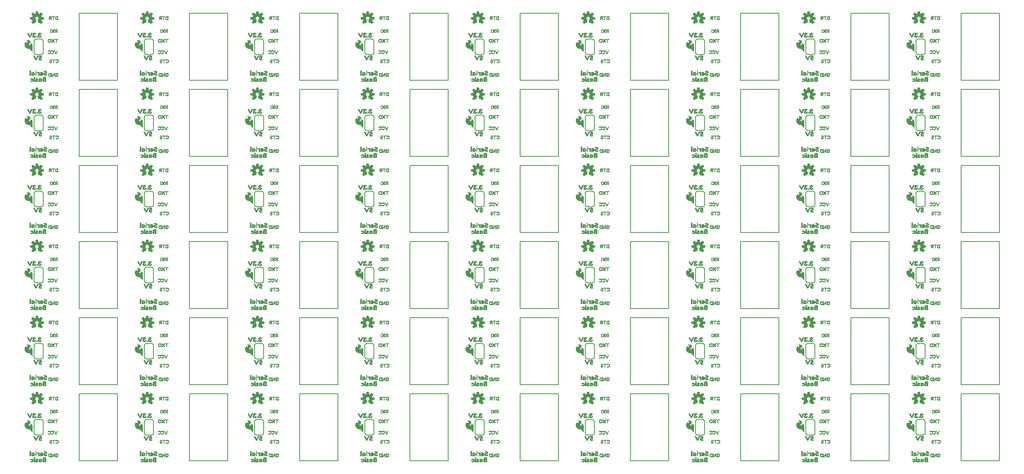
<source format=gbo>
G75*
%MOIN*%
%OFA0B0*%
%FSLAX25Y25*%
%IPPOS*%
%LPD*%
%AMOC8*
5,1,8,0,0,1.08239X$1,22.5*
%
%ADD10C,0.00591*%
%ADD11C,0.00300*%
%ADD12C,0.00600*%
%ADD13C,0.00500*%
%ADD14R,0.00945X0.00157*%
%ADD15R,0.00315X0.00157*%
%ADD16R,0.01732X0.00157*%
%ADD17R,0.00787X0.00157*%
%ADD18R,0.02205X0.00157*%
%ADD19R,0.01102X0.00157*%
%ADD20R,0.02362X0.00157*%
%ADD21R,0.02520X0.00157*%
%ADD22R,0.02677X0.00157*%
%ADD23R,0.02835X0.00157*%
%ADD24R,0.01260X0.00157*%
%ADD25R,0.02992X0.00157*%
%ADD26R,0.00630X0.00157*%
%ADD27R,0.00472X0.00157*%
%ADD28R,0.01890X0.00157*%
%ADD29R,0.01575X0.00157*%
%ADD30R,0.01417X0.00157*%
%ADD31R,0.02047X0.00157*%
%ADD32R,0.03150X0.00157*%
%ADD33R,0.00157X0.00157*%
%ADD34R,0.03307X0.00157*%
%ADD35R,0.01063X0.00118*%
%ADD36R,0.02598X0.00118*%
%ADD37R,0.01772X0.00157*%
%ADD38R,0.02953X0.00157*%
%ADD39R,0.02008X0.00118*%
%ADD40R,0.02953X0.00118*%
%ADD41R,0.02126X0.00118*%
%ADD42R,0.03071X0.00118*%
%ADD43R,0.02244X0.00118*%
%ADD44R,0.02480X0.00118*%
%ADD45R,0.00827X0.00118*%
%ADD46R,0.02362X0.00118*%
%ADD47R,0.01181X0.00118*%
%ADD48R,0.00945X0.00118*%
%ADD49R,0.00827X0.00157*%
%ADD50R,0.02480X0.00157*%
%ADD51R,0.02244X0.00157*%
%ADD52R,0.00709X0.00157*%
%ADD53R,0.01535X0.00118*%
%ADD54R,0.00591X0.00118*%
%ADD55R,0.00354X0.00118*%
%ADD56R,0.00236X0.00118*%
%ADD57R,0.00591X0.00157*%
%ADD58R,0.00709X0.00118*%
%ADD59R,0.01063X0.00157*%
%ADD60R,0.02008X0.00157*%
%ADD61R,0.01772X0.00118*%
%ADD62R,0.01299X0.00118*%
%ADD63R,0.02126X0.00157*%
%ADD64R,0.00472X0.00118*%
%ADD65R,0.03071X0.00157*%
%ADD66R,0.01299X0.00157*%
%ADD67R,0.04134X0.00118*%
%ADD68R,0.02717X0.00118*%
%ADD69R,0.02598X0.00157*%
%ADD70R,0.01654X0.00157*%
%ADD71R,0.01417X0.00118*%
%ADD72R,0.01181X0.00157*%
%ADD73R,0.00118X0.00118*%
%ADD74R,0.01654X0.00118*%
%ADD75R,0.01535X0.00157*%
%ADD76R,0.01890X0.00118*%
D10*
X0048114Y0081346D02*
X0047096Y0082364D01*
X0048307Y0083848D01*
X0047999Y0084446D01*
X0047794Y0085087D01*
X0045889Y0085280D01*
X0045889Y0086720D01*
X0047794Y0086913D01*
X0047999Y0087554D01*
X0048307Y0088152D01*
X0047096Y0089636D01*
X0048114Y0090654D01*
X0049598Y0089443D01*
X0050196Y0089751D01*
X0050837Y0089956D01*
X0051030Y0091861D01*
X0052470Y0091861D01*
X0052663Y0089956D01*
X0053304Y0089751D01*
X0053902Y0089443D01*
X0055386Y0090654D01*
X0056404Y0089636D01*
X0055193Y0088152D01*
X0055501Y0087554D01*
X0055706Y0086913D01*
X0057611Y0086720D01*
X0057611Y0085280D01*
X0055706Y0085087D01*
X0055501Y0084446D01*
X0055193Y0083848D01*
X0056404Y0082364D01*
X0055386Y0081346D01*
X0053902Y0082557D01*
X0053304Y0082249D01*
X0052456Y0084295D01*
X0052835Y0084507D01*
X0053153Y0084801D01*
X0053395Y0085162D01*
X0053545Y0085569D01*
X0053596Y0086000D01*
X0053543Y0086439D01*
X0053387Y0086852D01*
X0053138Y0087217D01*
X0052809Y0087511D01*
X0052419Y0087720D01*
X0051991Y0087829D01*
X0051549Y0087834D01*
X0051119Y0087734D01*
X0050725Y0087534D01*
X0050390Y0087246D01*
X0050132Y0086887D01*
X0049968Y0086477D01*
X0049905Y0086040D01*
X0049949Y0085600D01*
X0050095Y0085184D01*
X0050336Y0084814D01*
X0050659Y0084512D01*
X0051044Y0084295D01*
X0050196Y0082249D01*
X0049598Y0082557D01*
X0048114Y0081346D01*
X0047945Y0081516D02*
X0048322Y0081516D01*
X0049044Y0082105D02*
X0047356Y0082105D01*
X0047365Y0082694D02*
X0050380Y0082694D01*
X0050624Y0083283D02*
X0047845Y0083283D01*
X0048295Y0083872D02*
X0050868Y0083872D01*
X0050749Y0084461D02*
X0047994Y0084461D01*
X0047805Y0085050D02*
X0050182Y0085050D01*
X0049945Y0085639D02*
X0045889Y0085639D01*
X0045889Y0086228D02*
X0049932Y0086228D01*
X0050104Y0086817D02*
X0046848Y0086817D01*
X0047952Y0087406D02*
X0050576Y0087406D01*
X0052926Y0087406D02*
X0055548Y0087406D01*
X0055274Y0087995D02*
X0048226Y0087995D01*
X0047954Y0088584D02*
X0055546Y0088584D01*
X0056027Y0089173D02*
X0047473Y0089173D01*
X0047223Y0089762D02*
X0049207Y0089762D01*
X0048485Y0090352D02*
X0047812Y0090352D01*
X0050231Y0089762D02*
X0053269Y0089762D01*
X0052623Y0090352D02*
X0050877Y0090352D01*
X0050937Y0090941D02*
X0052563Y0090941D01*
X0052503Y0091530D02*
X0050997Y0091530D01*
X0054293Y0089762D02*
X0056277Y0089762D01*
X0055688Y0090352D02*
X0055015Y0090352D01*
X0053400Y0086817D02*
X0056652Y0086817D01*
X0057611Y0086228D02*
X0053568Y0086228D01*
X0053553Y0085639D02*
X0057611Y0085639D01*
X0055695Y0085050D02*
X0053320Y0085050D01*
X0052753Y0084461D02*
X0055506Y0084461D01*
X0055205Y0083872D02*
X0052632Y0083872D01*
X0052876Y0083283D02*
X0055654Y0083283D01*
X0056135Y0082694D02*
X0053120Y0082694D01*
X0054456Y0082105D02*
X0056144Y0082105D01*
X0055555Y0081516D02*
X0055178Y0081516D01*
X0142889Y0085280D02*
X0142889Y0086720D01*
X0144794Y0086913D01*
X0144999Y0087554D01*
X0145307Y0088152D01*
X0144096Y0089636D01*
X0145114Y0090654D01*
X0146598Y0089443D01*
X0147196Y0089751D01*
X0147837Y0089956D01*
X0148030Y0091861D01*
X0149470Y0091861D01*
X0149663Y0089956D01*
X0150304Y0089751D01*
X0150902Y0089443D01*
X0152386Y0090654D01*
X0153404Y0089636D01*
X0152193Y0088152D01*
X0152501Y0087554D01*
X0152706Y0086913D01*
X0154611Y0086720D01*
X0154611Y0085280D01*
X0152706Y0085087D01*
X0152501Y0084446D01*
X0152193Y0083848D01*
X0153404Y0082364D01*
X0152386Y0081346D01*
X0150902Y0082557D01*
X0150304Y0082249D01*
X0149456Y0084295D01*
X0149835Y0084507D01*
X0150153Y0084801D01*
X0150395Y0085162D01*
X0150545Y0085569D01*
X0150596Y0086000D01*
X0150543Y0086439D01*
X0150387Y0086852D01*
X0150138Y0087217D01*
X0149809Y0087511D01*
X0149419Y0087720D01*
X0148991Y0087829D01*
X0148549Y0087834D01*
X0148119Y0087734D01*
X0147725Y0087534D01*
X0147390Y0087246D01*
X0147132Y0086887D01*
X0146968Y0086477D01*
X0146905Y0086040D01*
X0146949Y0085600D01*
X0147095Y0085184D01*
X0147336Y0084814D01*
X0147659Y0084512D01*
X0148044Y0084295D01*
X0147196Y0082249D01*
X0146598Y0082557D01*
X0145114Y0081346D01*
X0144096Y0082364D01*
X0145307Y0083848D01*
X0144999Y0084446D01*
X0144794Y0085087D01*
X0142889Y0085280D01*
X0142889Y0085639D02*
X0146945Y0085639D01*
X0146932Y0086228D02*
X0142889Y0086228D01*
X0143848Y0086817D02*
X0147104Y0086817D01*
X0147576Y0087406D02*
X0144952Y0087406D01*
X0145226Y0087995D02*
X0152274Y0087995D01*
X0152546Y0088584D02*
X0144954Y0088584D01*
X0144473Y0089173D02*
X0153027Y0089173D01*
X0153277Y0089762D02*
X0151293Y0089762D01*
X0152015Y0090352D02*
X0152688Y0090352D01*
X0150269Y0089762D02*
X0147231Y0089762D01*
X0147877Y0090352D02*
X0149623Y0090352D01*
X0149563Y0090941D02*
X0147937Y0090941D01*
X0147997Y0091530D02*
X0149503Y0091530D01*
X0146207Y0089762D02*
X0144223Y0089762D01*
X0144812Y0090352D02*
X0145485Y0090352D01*
X0149926Y0087406D02*
X0152548Y0087406D01*
X0153652Y0086817D02*
X0150400Y0086817D01*
X0150568Y0086228D02*
X0154611Y0086228D01*
X0154611Y0085639D02*
X0150553Y0085639D01*
X0150320Y0085050D02*
X0152695Y0085050D01*
X0152506Y0084461D02*
X0149753Y0084461D01*
X0149632Y0083872D02*
X0152205Y0083872D01*
X0152654Y0083283D02*
X0149876Y0083283D01*
X0150120Y0082694D02*
X0153135Y0082694D01*
X0153144Y0082105D02*
X0151456Y0082105D01*
X0152178Y0081516D02*
X0152555Y0081516D01*
X0147624Y0083283D02*
X0144845Y0083283D01*
X0145295Y0083872D02*
X0147868Y0083872D01*
X0147749Y0084461D02*
X0144994Y0084461D01*
X0144805Y0085050D02*
X0147182Y0085050D01*
X0147380Y0082694D02*
X0144365Y0082694D01*
X0144356Y0082105D02*
X0146044Y0082105D01*
X0145322Y0081516D02*
X0144945Y0081516D01*
X0239889Y0085280D02*
X0239889Y0086720D01*
X0241794Y0086913D01*
X0241999Y0087554D01*
X0242307Y0088152D01*
X0241096Y0089636D01*
X0242114Y0090654D01*
X0243598Y0089443D01*
X0244196Y0089751D01*
X0244837Y0089956D01*
X0245030Y0091861D01*
X0246470Y0091861D01*
X0246663Y0089956D01*
X0247304Y0089751D01*
X0247902Y0089443D01*
X0249386Y0090654D01*
X0250404Y0089636D01*
X0249193Y0088152D01*
X0249501Y0087554D01*
X0249706Y0086913D01*
X0251611Y0086720D01*
X0251611Y0085280D01*
X0249706Y0085087D01*
X0249501Y0084446D01*
X0249193Y0083848D01*
X0250404Y0082364D01*
X0249386Y0081346D01*
X0247902Y0082557D01*
X0247304Y0082249D01*
X0246456Y0084295D01*
X0246835Y0084507D01*
X0247153Y0084801D01*
X0247395Y0085162D01*
X0247545Y0085569D01*
X0247596Y0086000D01*
X0247543Y0086439D01*
X0247387Y0086852D01*
X0247138Y0087217D01*
X0246809Y0087511D01*
X0246419Y0087720D01*
X0245991Y0087829D01*
X0245549Y0087834D01*
X0245119Y0087734D01*
X0244725Y0087534D01*
X0244390Y0087246D01*
X0244132Y0086887D01*
X0243968Y0086477D01*
X0243905Y0086040D01*
X0243949Y0085600D01*
X0244095Y0085184D01*
X0244336Y0084814D01*
X0244659Y0084512D01*
X0245044Y0084295D01*
X0244196Y0082249D01*
X0243598Y0082557D01*
X0242114Y0081346D01*
X0241096Y0082364D01*
X0242307Y0083848D01*
X0241999Y0084446D01*
X0241794Y0085087D01*
X0239889Y0085280D01*
X0239889Y0085639D02*
X0243945Y0085639D01*
X0243932Y0086228D02*
X0239889Y0086228D01*
X0240848Y0086817D02*
X0244104Y0086817D01*
X0244576Y0087406D02*
X0241952Y0087406D01*
X0242226Y0087995D02*
X0249274Y0087995D01*
X0249546Y0088584D02*
X0241954Y0088584D01*
X0241473Y0089173D02*
X0250027Y0089173D01*
X0250277Y0089762D02*
X0248293Y0089762D01*
X0249015Y0090352D02*
X0249688Y0090352D01*
X0247269Y0089762D02*
X0244231Y0089762D01*
X0244877Y0090352D02*
X0246623Y0090352D01*
X0246563Y0090941D02*
X0244937Y0090941D01*
X0244997Y0091530D02*
X0246503Y0091530D01*
X0243207Y0089762D02*
X0241223Y0089762D01*
X0241812Y0090352D02*
X0242485Y0090352D01*
X0246926Y0087406D02*
X0249548Y0087406D01*
X0250652Y0086817D02*
X0247400Y0086817D01*
X0247568Y0086228D02*
X0251611Y0086228D01*
X0251611Y0085639D02*
X0247553Y0085639D01*
X0247320Y0085050D02*
X0249695Y0085050D01*
X0249506Y0084461D02*
X0246753Y0084461D01*
X0246632Y0083872D02*
X0249205Y0083872D01*
X0249654Y0083283D02*
X0246876Y0083283D01*
X0247120Y0082694D02*
X0250135Y0082694D01*
X0250144Y0082105D02*
X0248456Y0082105D01*
X0249178Y0081516D02*
X0249555Y0081516D01*
X0244624Y0083283D02*
X0241845Y0083283D01*
X0242295Y0083872D02*
X0244868Y0083872D01*
X0244749Y0084461D02*
X0241994Y0084461D01*
X0241805Y0085050D02*
X0244182Y0085050D01*
X0244380Y0082694D02*
X0241365Y0082694D01*
X0241356Y0082105D02*
X0243044Y0082105D01*
X0242322Y0081516D02*
X0241945Y0081516D01*
X0336889Y0085280D02*
X0336889Y0086720D01*
X0338794Y0086913D01*
X0338999Y0087554D01*
X0339307Y0088152D01*
X0338096Y0089636D01*
X0339114Y0090654D01*
X0340598Y0089443D01*
X0341196Y0089751D01*
X0341837Y0089956D01*
X0342030Y0091861D01*
X0343470Y0091861D01*
X0343663Y0089956D01*
X0344304Y0089751D01*
X0344902Y0089443D01*
X0346386Y0090654D01*
X0347404Y0089636D01*
X0346193Y0088152D01*
X0346501Y0087554D01*
X0346706Y0086913D01*
X0348611Y0086720D01*
X0348611Y0085280D01*
X0346706Y0085087D01*
X0346501Y0084446D01*
X0346193Y0083848D01*
X0347404Y0082364D01*
X0346386Y0081346D01*
X0344902Y0082557D01*
X0344304Y0082249D01*
X0343456Y0084295D01*
X0343835Y0084507D01*
X0344153Y0084801D01*
X0344395Y0085162D01*
X0344545Y0085569D01*
X0344596Y0086000D01*
X0344543Y0086439D01*
X0344387Y0086852D01*
X0344138Y0087217D01*
X0343809Y0087511D01*
X0343419Y0087720D01*
X0342991Y0087829D01*
X0342549Y0087834D01*
X0342119Y0087734D01*
X0341725Y0087534D01*
X0341390Y0087246D01*
X0341132Y0086887D01*
X0340968Y0086477D01*
X0340905Y0086040D01*
X0340949Y0085600D01*
X0341095Y0085184D01*
X0341336Y0084814D01*
X0341659Y0084512D01*
X0342044Y0084295D01*
X0341196Y0082249D01*
X0340598Y0082557D01*
X0339114Y0081346D01*
X0338096Y0082364D01*
X0339307Y0083848D01*
X0338999Y0084446D01*
X0338794Y0085087D01*
X0336889Y0085280D01*
X0336889Y0085639D02*
X0340945Y0085639D01*
X0340932Y0086228D02*
X0336889Y0086228D01*
X0337848Y0086817D02*
X0341104Y0086817D01*
X0341576Y0087406D02*
X0338952Y0087406D01*
X0339226Y0087995D02*
X0346274Y0087995D01*
X0346546Y0088584D02*
X0338954Y0088584D01*
X0338473Y0089173D02*
X0347027Y0089173D01*
X0347277Y0089762D02*
X0345293Y0089762D01*
X0346015Y0090352D02*
X0346688Y0090352D01*
X0344269Y0089762D02*
X0341231Y0089762D01*
X0341877Y0090352D02*
X0343623Y0090352D01*
X0343563Y0090941D02*
X0341937Y0090941D01*
X0341997Y0091530D02*
X0343503Y0091530D01*
X0340207Y0089762D02*
X0338223Y0089762D01*
X0338812Y0090352D02*
X0339485Y0090352D01*
X0343926Y0087406D02*
X0346548Y0087406D01*
X0347652Y0086817D02*
X0344400Y0086817D01*
X0344568Y0086228D02*
X0348611Y0086228D01*
X0348611Y0085639D02*
X0344553Y0085639D01*
X0344320Y0085050D02*
X0346695Y0085050D01*
X0346506Y0084461D02*
X0343753Y0084461D01*
X0343632Y0083872D02*
X0346205Y0083872D01*
X0346654Y0083283D02*
X0343876Y0083283D01*
X0344120Y0082694D02*
X0347135Y0082694D01*
X0347144Y0082105D02*
X0345456Y0082105D01*
X0346178Y0081516D02*
X0346555Y0081516D01*
X0341624Y0083283D02*
X0338845Y0083283D01*
X0339295Y0083872D02*
X0341868Y0083872D01*
X0341749Y0084461D02*
X0338994Y0084461D01*
X0338805Y0085050D02*
X0341182Y0085050D01*
X0341380Y0082694D02*
X0338365Y0082694D01*
X0338356Y0082105D02*
X0340044Y0082105D01*
X0339322Y0081516D02*
X0338945Y0081516D01*
X0433889Y0085280D02*
X0433889Y0086720D01*
X0435794Y0086913D01*
X0435999Y0087554D01*
X0436307Y0088152D01*
X0435096Y0089636D01*
X0436114Y0090654D01*
X0437598Y0089443D01*
X0438196Y0089751D01*
X0438837Y0089956D01*
X0439030Y0091861D01*
X0440470Y0091861D01*
X0440663Y0089956D01*
X0441304Y0089751D01*
X0441902Y0089443D01*
X0443386Y0090654D01*
X0444404Y0089636D01*
X0443193Y0088152D01*
X0443501Y0087554D01*
X0443706Y0086913D01*
X0445611Y0086720D01*
X0445611Y0085280D01*
X0443706Y0085087D01*
X0443501Y0084446D01*
X0443193Y0083848D01*
X0444404Y0082364D01*
X0443386Y0081346D01*
X0441902Y0082557D01*
X0441304Y0082249D01*
X0440456Y0084295D01*
X0440835Y0084507D01*
X0441153Y0084801D01*
X0441395Y0085162D01*
X0441545Y0085569D01*
X0441596Y0086000D01*
X0441543Y0086439D01*
X0441387Y0086852D01*
X0441138Y0087217D01*
X0440809Y0087511D01*
X0440419Y0087720D01*
X0439991Y0087829D01*
X0439549Y0087834D01*
X0439119Y0087734D01*
X0438725Y0087534D01*
X0438390Y0087246D01*
X0438132Y0086887D01*
X0437968Y0086477D01*
X0437905Y0086040D01*
X0437949Y0085600D01*
X0438095Y0085184D01*
X0438336Y0084814D01*
X0438659Y0084512D01*
X0439044Y0084295D01*
X0438196Y0082249D01*
X0437598Y0082557D01*
X0436114Y0081346D01*
X0435096Y0082364D01*
X0436307Y0083848D01*
X0435999Y0084446D01*
X0435794Y0085087D01*
X0433889Y0085280D01*
X0433889Y0085639D02*
X0437945Y0085639D01*
X0437932Y0086228D02*
X0433889Y0086228D01*
X0434848Y0086817D02*
X0438104Y0086817D01*
X0438576Y0087406D02*
X0435952Y0087406D01*
X0436226Y0087995D02*
X0443274Y0087995D01*
X0443546Y0088584D02*
X0435954Y0088584D01*
X0435473Y0089173D02*
X0444027Y0089173D01*
X0444277Y0089762D02*
X0442293Y0089762D01*
X0443015Y0090352D02*
X0443688Y0090352D01*
X0441269Y0089762D02*
X0438231Y0089762D01*
X0438877Y0090352D02*
X0440623Y0090352D01*
X0440563Y0090941D02*
X0438937Y0090941D01*
X0438997Y0091530D02*
X0440503Y0091530D01*
X0437207Y0089762D02*
X0435223Y0089762D01*
X0435812Y0090352D02*
X0436485Y0090352D01*
X0440926Y0087406D02*
X0443548Y0087406D01*
X0444652Y0086817D02*
X0441400Y0086817D01*
X0441568Y0086228D02*
X0445611Y0086228D01*
X0445611Y0085639D02*
X0441553Y0085639D01*
X0441320Y0085050D02*
X0443695Y0085050D01*
X0443506Y0084461D02*
X0440753Y0084461D01*
X0440632Y0083872D02*
X0443205Y0083872D01*
X0443654Y0083283D02*
X0440876Y0083283D01*
X0441120Y0082694D02*
X0444135Y0082694D01*
X0444144Y0082105D02*
X0442456Y0082105D01*
X0443178Y0081516D02*
X0443555Y0081516D01*
X0438624Y0083283D02*
X0435845Y0083283D01*
X0436295Y0083872D02*
X0438868Y0083872D01*
X0438749Y0084461D02*
X0435994Y0084461D01*
X0435805Y0085050D02*
X0438182Y0085050D01*
X0438380Y0082694D02*
X0435365Y0082694D01*
X0435356Y0082105D02*
X0437044Y0082105D01*
X0436322Y0081516D02*
X0435945Y0081516D01*
X0530889Y0085280D02*
X0530889Y0086720D01*
X0532794Y0086913D01*
X0532999Y0087554D01*
X0533307Y0088152D01*
X0532096Y0089636D01*
X0533114Y0090654D01*
X0534598Y0089443D01*
X0535196Y0089751D01*
X0535837Y0089956D01*
X0536030Y0091861D01*
X0537470Y0091861D01*
X0537663Y0089956D01*
X0538304Y0089751D01*
X0538902Y0089443D01*
X0540386Y0090654D01*
X0541404Y0089636D01*
X0540193Y0088152D01*
X0540501Y0087554D01*
X0540706Y0086913D01*
X0542611Y0086720D01*
X0542611Y0085280D01*
X0540706Y0085087D01*
X0540501Y0084446D01*
X0540193Y0083848D01*
X0541404Y0082364D01*
X0540386Y0081346D01*
X0538902Y0082557D01*
X0538304Y0082249D01*
X0537456Y0084295D01*
X0537835Y0084507D01*
X0538153Y0084801D01*
X0538395Y0085162D01*
X0538545Y0085569D01*
X0538596Y0086000D01*
X0538543Y0086439D01*
X0538387Y0086852D01*
X0538138Y0087217D01*
X0537809Y0087511D01*
X0537419Y0087720D01*
X0536991Y0087829D01*
X0536549Y0087834D01*
X0536119Y0087734D01*
X0535725Y0087534D01*
X0535390Y0087246D01*
X0535132Y0086887D01*
X0534968Y0086477D01*
X0534905Y0086040D01*
X0534949Y0085600D01*
X0535095Y0085184D01*
X0535336Y0084814D01*
X0535659Y0084512D01*
X0536044Y0084295D01*
X0535196Y0082249D01*
X0534598Y0082557D01*
X0533114Y0081346D01*
X0532096Y0082364D01*
X0533307Y0083848D01*
X0532999Y0084446D01*
X0532794Y0085087D01*
X0530889Y0085280D01*
X0530889Y0085639D02*
X0534945Y0085639D01*
X0534932Y0086228D02*
X0530889Y0086228D01*
X0531848Y0086817D02*
X0535104Y0086817D01*
X0535576Y0087406D02*
X0532952Y0087406D01*
X0533226Y0087995D02*
X0540274Y0087995D01*
X0540546Y0088584D02*
X0532954Y0088584D01*
X0532473Y0089173D02*
X0541027Y0089173D01*
X0541277Y0089762D02*
X0539293Y0089762D01*
X0540015Y0090352D02*
X0540688Y0090352D01*
X0538269Y0089762D02*
X0535231Y0089762D01*
X0535877Y0090352D02*
X0537623Y0090352D01*
X0537563Y0090941D02*
X0535937Y0090941D01*
X0535997Y0091530D02*
X0537503Y0091530D01*
X0534207Y0089762D02*
X0532223Y0089762D01*
X0532812Y0090352D02*
X0533485Y0090352D01*
X0537926Y0087406D02*
X0540548Y0087406D01*
X0541652Y0086817D02*
X0538400Y0086817D01*
X0538568Y0086228D02*
X0542611Y0086228D01*
X0542611Y0085639D02*
X0538553Y0085639D01*
X0538320Y0085050D02*
X0540695Y0085050D01*
X0540506Y0084461D02*
X0537753Y0084461D01*
X0537632Y0083872D02*
X0540205Y0083872D01*
X0540654Y0083283D02*
X0537876Y0083283D01*
X0538120Y0082694D02*
X0541135Y0082694D01*
X0541144Y0082105D02*
X0539456Y0082105D01*
X0540178Y0081516D02*
X0540555Y0081516D01*
X0535624Y0083283D02*
X0532845Y0083283D01*
X0533295Y0083872D02*
X0535868Y0083872D01*
X0535749Y0084461D02*
X0532994Y0084461D01*
X0532805Y0085050D02*
X0535182Y0085050D01*
X0535380Y0082694D02*
X0532365Y0082694D01*
X0532356Y0082105D02*
X0534044Y0082105D01*
X0533322Y0081516D02*
X0532945Y0081516D01*
X0627889Y0085280D02*
X0627889Y0086720D01*
X0629794Y0086913D01*
X0629999Y0087554D01*
X0630307Y0088152D01*
X0629096Y0089636D01*
X0630114Y0090654D01*
X0631598Y0089443D01*
X0632196Y0089751D01*
X0632837Y0089956D01*
X0633030Y0091861D01*
X0634470Y0091861D01*
X0634663Y0089956D01*
X0635304Y0089751D01*
X0635902Y0089443D01*
X0637386Y0090654D01*
X0638404Y0089636D01*
X0637193Y0088152D01*
X0637501Y0087554D01*
X0637706Y0086913D01*
X0639611Y0086720D01*
X0639611Y0085280D01*
X0637706Y0085087D01*
X0637501Y0084446D01*
X0637193Y0083848D01*
X0638404Y0082364D01*
X0637386Y0081346D01*
X0635902Y0082557D01*
X0635304Y0082249D01*
X0634456Y0084295D01*
X0634835Y0084507D01*
X0635153Y0084801D01*
X0635395Y0085162D01*
X0635545Y0085569D01*
X0635596Y0086000D01*
X0635543Y0086439D01*
X0635387Y0086852D01*
X0635138Y0087217D01*
X0634809Y0087511D01*
X0634419Y0087720D01*
X0633991Y0087829D01*
X0633549Y0087834D01*
X0633119Y0087734D01*
X0632725Y0087534D01*
X0632390Y0087246D01*
X0632132Y0086887D01*
X0631968Y0086477D01*
X0631905Y0086040D01*
X0631949Y0085600D01*
X0632095Y0085184D01*
X0632336Y0084814D01*
X0632659Y0084512D01*
X0633044Y0084295D01*
X0632196Y0082249D01*
X0631598Y0082557D01*
X0630114Y0081346D01*
X0629096Y0082364D01*
X0630307Y0083848D01*
X0629999Y0084446D01*
X0629794Y0085087D01*
X0627889Y0085280D01*
X0627889Y0085639D02*
X0631945Y0085639D01*
X0631932Y0086228D02*
X0627889Y0086228D01*
X0628848Y0086817D02*
X0632104Y0086817D01*
X0632576Y0087406D02*
X0629952Y0087406D01*
X0630226Y0087995D02*
X0637274Y0087995D01*
X0637546Y0088584D02*
X0629954Y0088584D01*
X0629473Y0089173D02*
X0638027Y0089173D01*
X0638277Y0089762D02*
X0636293Y0089762D01*
X0637015Y0090352D02*
X0637688Y0090352D01*
X0635269Y0089762D02*
X0632231Y0089762D01*
X0632877Y0090352D02*
X0634623Y0090352D01*
X0634563Y0090941D02*
X0632937Y0090941D01*
X0632997Y0091530D02*
X0634503Y0091530D01*
X0631207Y0089762D02*
X0629223Y0089762D01*
X0629812Y0090352D02*
X0630485Y0090352D01*
X0634926Y0087406D02*
X0637548Y0087406D01*
X0638652Y0086817D02*
X0635400Y0086817D01*
X0635568Y0086228D02*
X0639611Y0086228D01*
X0639611Y0085639D02*
X0635553Y0085639D01*
X0635320Y0085050D02*
X0637695Y0085050D01*
X0637506Y0084461D02*
X0634753Y0084461D01*
X0634632Y0083872D02*
X0637205Y0083872D01*
X0637654Y0083283D02*
X0634876Y0083283D01*
X0635120Y0082694D02*
X0638135Y0082694D01*
X0638144Y0082105D02*
X0636456Y0082105D01*
X0637178Y0081516D02*
X0637555Y0081516D01*
X0632624Y0083283D02*
X0629845Y0083283D01*
X0630295Y0083872D02*
X0632868Y0083872D01*
X0632749Y0084461D02*
X0629994Y0084461D01*
X0629805Y0085050D02*
X0632182Y0085050D01*
X0632380Y0082694D02*
X0629365Y0082694D01*
X0629356Y0082105D02*
X0631044Y0082105D01*
X0630322Y0081516D02*
X0629945Y0081516D01*
X0724889Y0085280D02*
X0724889Y0086720D01*
X0726794Y0086913D01*
X0726999Y0087554D01*
X0727307Y0088152D01*
X0726096Y0089636D01*
X0727114Y0090654D01*
X0728598Y0089443D01*
X0729196Y0089751D01*
X0729837Y0089956D01*
X0730030Y0091861D01*
X0731470Y0091861D01*
X0731663Y0089956D01*
X0732304Y0089751D01*
X0732902Y0089443D01*
X0734386Y0090654D01*
X0735404Y0089636D01*
X0734193Y0088152D01*
X0734501Y0087554D01*
X0734706Y0086913D01*
X0736611Y0086720D01*
X0736611Y0085280D01*
X0734706Y0085087D01*
X0734501Y0084446D01*
X0734193Y0083848D01*
X0735404Y0082364D01*
X0734386Y0081346D01*
X0732902Y0082557D01*
X0732304Y0082249D01*
X0731456Y0084295D01*
X0731835Y0084507D01*
X0732153Y0084801D01*
X0732395Y0085162D01*
X0732545Y0085569D01*
X0732596Y0086000D01*
X0732543Y0086439D01*
X0732387Y0086852D01*
X0732138Y0087217D01*
X0731809Y0087511D01*
X0731419Y0087720D01*
X0730991Y0087829D01*
X0730549Y0087834D01*
X0730119Y0087734D01*
X0729725Y0087534D01*
X0729390Y0087246D01*
X0729132Y0086887D01*
X0728968Y0086477D01*
X0728905Y0086040D01*
X0728949Y0085600D01*
X0729095Y0085184D01*
X0729336Y0084814D01*
X0729659Y0084512D01*
X0730044Y0084295D01*
X0729196Y0082249D01*
X0728598Y0082557D01*
X0727114Y0081346D01*
X0726096Y0082364D01*
X0727307Y0083848D01*
X0726999Y0084446D01*
X0726794Y0085087D01*
X0724889Y0085280D01*
X0724889Y0085639D02*
X0728945Y0085639D01*
X0728932Y0086228D02*
X0724889Y0086228D01*
X0725848Y0086817D02*
X0729104Y0086817D01*
X0729576Y0087406D02*
X0726952Y0087406D01*
X0727226Y0087995D02*
X0734274Y0087995D01*
X0734546Y0088584D02*
X0726954Y0088584D01*
X0726473Y0089173D02*
X0735027Y0089173D01*
X0735277Y0089762D02*
X0733293Y0089762D01*
X0734015Y0090352D02*
X0734688Y0090352D01*
X0732269Y0089762D02*
X0729231Y0089762D01*
X0729877Y0090352D02*
X0731623Y0090352D01*
X0731563Y0090941D02*
X0729937Y0090941D01*
X0729997Y0091530D02*
X0731503Y0091530D01*
X0728207Y0089762D02*
X0726223Y0089762D01*
X0726812Y0090352D02*
X0727485Y0090352D01*
X0731926Y0087406D02*
X0734548Y0087406D01*
X0735652Y0086817D02*
X0732400Y0086817D01*
X0732568Y0086228D02*
X0736611Y0086228D01*
X0736611Y0085639D02*
X0732553Y0085639D01*
X0732320Y0085050D02*
X0734695Y0085050D01*
X0734506Y0084461D02*
X0731753Y0084461D01*
X0731632Y0083872D02*
X0734205Y0083872D01*
X0734654Y0083283D02*
X0731876Y0083283D01*
X0732120Y0082694D02*
X0735135Y0082694D01*
X0735144Y0082105D02*
X0733456Y0082105D01*
X0734178Y0081516D02*
X0734555Y0081516D01*
X0729624Y0083283D02*
X0726845Y0083283D01*
X0727295Y0083872D02*
X0729868Y0083872D01*
X0729749Y0084461D02*
X0726994Y0084461D01*
X0726805Y0085050D02*
X0729182Y0085050D01*
X0729380Y0082694D02*
X0726365Y0082694D01*
X0726356Y0082105D02*
X0728044Y0082105D01*
X0727322Y0081516D02*
X0726945Y0081516D01*
X0821889Y0085280D02*
X0821889Y0086720D01*
X0823794Y0086913D01*
X0823999Y0087554D01*
X0824307Y0088152D01*
X0823096Y0089636D01*
X0824114Y0090654D01*
X0825598Y0089443D01*
X0826196Y0089751D01*
X0826837Y0089956D01*
X0827030Y0091861D01*
X0828470Y0091861D01*
X0828663Y0089956D01*
X0829304Y0089751D01*
X0829902Y0089443D01*
X0831386Y0090654D01*
X0832404Y0089636D01*
X0831193Y0088152D01*
X0831501Y0087554D01*
X0831706Y0086913D01*
X0833611Y0086720D01*
X0833611Y0085280D01*
X0831706Y0085087D01*
X0831501Y0084446D01*
X0831193Y0083848D01*
X0832404Y0082364D01*
X0831386Y0081346D01*
X0829902Y0082557D01*
X0829304Y0082249D01*
X0828456Y0084295D01*
X0828835Y0084507D01*
X0829153Y0084801D01*
X0829395Y0085162D01*
X0829545Y0085569D01*
X0829596Y0086000D01*
X0829543Y0086439D01*
X0829387Y0086852D01*
X0829138Y0087217D01*
X0828809Y0087511D01*
X0828419Y0087720D01*
X0827991Y0087829D01*
X0827549Y0087834D01*
X0827119Y0087734D01*
X0826725Y0087534D01*
X0826390Y0087246D01*
X0826132Y0086887D01*
X0825968Y0086477D01*
X0825905Y0086040D01*
X0825949Y0085600D01*
X0826095Y0085184D01*
X0826336Y0084814D01*
X0826659Y0084512D01*
X0827044Y0084295D01*
X0826196Y0082249D01*
X0825598Y0082557D01*
X0824114Y0081346D01*
X0823096Y0082364D01*
X0824307Y0083848D01*
X0823999Y0084446D01*
X0823794Y0085087D01*
X0821889Y0085280D01*
X0821889Y0085639D02*
X0825945Y0085639D01*
X0825932Y0086228D02*
X0821889Y0086228D01*
X0822848Y0086817D02*
X0826104Y0086817D01*
X0826576Y0087406D02*
X0823952Y0087406D01*
X0824226Y0087995D02*
X0831274Y0087995D01*
X0831546Y0088584D02*
X0823954Y0088584D01*
X0823473Y0089173D02*
X0832027Y0089173D01*
X0832277Y0089762D02*
X0830293Y0089762D01*
X0831015Y0090352D02*
X0831688Y0090352D01*
X0829269Y0089762D02*
X0826231Y0089762D01*
X0826877Y0090352D02*
X0828623Y0090352D01*
X0828563Y0090941D02*
X0826937Y0090941D01*
X0826997Y0091530D02*
X0828503Y0091530D01*
X0825207Y0089762D02*
X0823223Y0089762D01*
X0823812Y0090352D02*
X0824485Y0090352D01*
X0828926Y0087406D02*
X0831548Y0087406D01*
X0832652Y0086817D02*
X0829400Y0086817D01*
X0829568Y0086228D02*
X0833611Y0086228D01*
X0833611Y0085639D02*
X0829553Y0085639D01*
X0829320Y0085050D02*
X0831695Y0085050D01*
X0831506Y0084461D02*
X0828753Y0084461D01*
X0828632Y0083872D02*
X0831205Y0083872D01*
X0831654Y0083283D02*
X0828876Y0083283D01*
X0829120Y0082694D02*
X0832135Y0082694D01*
X0832144Y0082105D02*
X0830456Y0082105D01*
X0831178Y0081516D02*
X0831555Y0081516D01*
X0826624Y0083283D02*
X0823845Y0083283D01*
X0824295Y0083872D02*
X0826868Y0083872D01*
X0826749Y0084461D02*
X0823994Y0084461D01*
X0823805Y0085050D02*
X0826182Y0085050D01*
X0826380Y0082694D02*
X0823365Y0082694D01*
X0823356Y0082105D02*
X0825044Y0082105D01*
X0824322Y0081516D02*
X0823945Y0081516D01*
X0824114Y0148346D02*
X0823096Y0149364D01*
X0824307Y0150848D01*
X0823999Y0151446D01*
X0823794Y0152087D01*
X0821889Y0152280D01*
X0821889Y0153720D01*
X0823794Y0153913D01*
X0823999Y0154554D01*
X0824307Y0155152D01*
X0823096Y0156636D01*
X0824114Y0157654D01*
X0825598Y0156443D01*
X0826196Y0156751D01*
X0826837Y0156956D01*
X0827030Y0158861D01*
X0828470Y0158861D01*
X0828663Y0156956D01*
X0829304Y0156751D01*
X0829902Y0156443D01*
X0831386Y0157654D01*
X0832404Y0156636D01*
X0831193Y0155152D01*
X0831501Y0154554D01*
X0831706Y0153913D01*
X0833611Y0153720D01*
X0833611Y0152280D01*
X0831706Y0152087D01*
X0831501Y0151446D01*
X0831193Y0150848D01*
X0832404Y0149364D01*
X0831386Y0148346D01*
X0829902Y0149557D01*
X0829304Y0149249D01*
X0828456Y0151295D01*
X0828835Y0151507D01*
X0829153Y0151801D01*
X0829395Y0152162D01*
X0829545Y0152569D01*
X0829596Y0153000D01*
X0829543Y0153439D01*
X0829387Y0153852D01*
X0829138Y0154217D01*
X0828809Y0154511D01*
X0828419Y0154720D01*
X0827991Y0154829D01*
X0827549Y0154834D01*
X0827119Y0154734D01*
X0826725Y0154534D01*
X0826390Y0154246D01*
X0826132Y0153887D01*
X0825968Y0153477D01*
X0825905Y0153040D01*
X0825949Y0152600D01*
X0826095Y0152184D01*
X0826336Y0151814D01*
X0826659Y0151512D01*
X0827044Y0151295D01*
X0826196Y0149249D01*
X0825598Y0149557D01*
X0824114Y0148346D01*
X0823792Y0148669D02*
X0824509Y0148669D01*
X0825232Y0149258D02*
X0823203Y0149258D01*
X0823490Y0149847D02*
X0826444Y0149847D01*
X0826688Y0150436D02*
X0823970Y0150436D01*
X0824216Y0151025D02*
X0826932Y0151025D01*
X0826549Y0151614D02*
X0823945Y0151614D01*
X0822648Y0152203D02*
X0826088Y0152203D01*
X0825930Y0152792D02*
X0821889Y0152792D01*
X0821889Y0153381D02*
X0825954Y0153381D01*
X0826192Y0153970D02*
X0823812Y0153970D01*
X0824002Y0154559D02*
X0826775Y0154559D01*
X0828719Y0154559D02*
X0831498Y0154559D01*
X0831688Y0153970D02*
X0829306Y0153970D01*
X0829550Y0153381D02*
X0833611Y0153381D01*
X0833611Y0152792D02*
X0829571Y0152792D01*
X0829410Y0152203D02*
X0832852Y0152203D01*
X0831555Y0151614D02*
X0828951Y0151614D01*
X0828568Y0151025D02*
X0831284Y0151025D01*
X0831530Y0150436D02*
X0828812Y0150436D01*
X0829056Y0149847D02*
X0832010Y0149847D01*
X0832297Y0149258D02*
X0830268Y0149258D01*
X0830991Y0148669D02*
X0831708Y0148669D01*
X0829321Y0149258D02*
X0829300Y0149258D01*
X0826200Y0149258D02*
X0826179Y0149258D01*
X0824305Y0155148D02*
X0831195Y0155148D01*
X0831671Y0155738D02*
X0823829Y0155738D01*
X0823349Y0156327D02*
X0832151Y0156327D01*
X0832124Y0156916D02*
X0830481Y0156916D01*
X0831203Y0157505D02*
X0831535Y0157505D01*
X0828790Y0156916D02*
X0826710Y0156916D01*
X0826892Y0157505D02*
X0828608Y0157505D01*
X0828548Y0158094D02*
X0826952Y0158094D01*
X0827012Y0158683D02*
X0828488Y0158683D01*
X0825019Y0156916D02*
X0823376Y0156916D01*
X0823965Y0157505D02*
X0824297Y0157505D01*
X0736611Y0153720D02*
X0736611Y0152280D01*
X0734706Y0152087D01*
X0734501Y0151446D01*
X0734193Y0150848D01*
X0735404Y0149364D01*
X0734386Y0148346D01*
X0732902Y0149557D01*
X0732304Y0149249D01*
X0731456Y0151295D01*
X0731835Y0151507D01*
X0732153Y0151801D01*
X0732395Y0152162D01*
X0732545Y0152569D01*
X0732596Y0153000D01*
X0732543Y0153439D01*
X0732387Y0153852D01*
X0732138Y0154217D01*
X0731809Y0154511D01*
X0731419Y0154720D01*
X0730991Y0154829D01*
X0730549Y0154834D01*
X0730119Y0154734D01*
X0729725Y0154534D01*
X0729390Y0154246D01*
X0729132Y0153887D01*
X0728968Y0153477D01*
X0728905Y0153040D01*
X0728949Y0152600D01*
X0729095Y0152184D01*
X0729336Y0151814D01*
X0729659Y0151512D01*
X0730044Y0151295D01*
X0729196Y0149249D01*
X0728598Y0149557D01*
X0727114Y0148346D01*
X0726096Y0149364D01*
X0727307Y0150848D01*
X0726999Y0151446D01*
X0726794Y0152087D01*
X0724889Y0152280D01*
X0724889Y0153720D01*
X0726794Y0153913D01*
X0726999Y0154554D01*
X0727307Y0155152D01*
X0726096Y0156636D01*
X0727114Y0157654D01*
X0728598Y0156443D01*
X0729196Y0156751D01*
X0729837Y0156956D01*
X0730030Y0158861D01*
X0731470Y0158861D01*
X0731663Y0156956D01*
X0732304Y0156751D01*
X0732902Y0156443D01*
X0734386Y0157654D01*
X0735404Y0156636D01*
X0734193Y0155152D01*
X0734501Y0154554D01*
X0734706Y0153913D01*
X0736611Y0153720D01*
X0736611Y0153381D02*
X0732550Y0153381D01*
X0732571Y0152792D02*
X0736611Y0152792D01*
X0735852Y0152203D02*
X0732410Y0152203D01*
X0731951Y0151614D02*
X0734555Y0151614D01*
X0734284Y0151025D02*
X0731568Y0151025D01*
X0731812Y0150436D02*
X0734530Y0150436D01*
X0735010Y0149847D02*
X0732056Y0149847D01*
X0732300Y0149258D02*
X0732321Y0149258D01*
X0733268Y0149258D02*
X0735297Y0149258D01*
X0734708Y0148669D02*
X0733991Y0148669D01*
X0729688Y0150436D02*
X0726970Y0150436D01*
X0727216Y0151025D02*
X0729932Y0151025D01*
X0729549Y0151614D02*
X0726945Y0151614D01*
X0725648Y0152203D02*
X0729088Y0152203D01*
X0728930Y0152792D02*
X0724889Y0152792D01*
X0724889Y0153381D02*
X0728954Y0153381D01*
X0729192Y0153970D02*
X0726812Y0153970D01*
X0727002Y0154559D02*
X0729775Y0154559D01*
X0731719Y0154559D02*
X0734498Y0154559D01*
X0734688Y0153970D02*
X0732306Y0153970D01*
X0734195Y0155148D02*
X0727305Y0155148D01*
X0726829Y0155738D02*
X0734671Y0155738D01*
X0735151Y0156327D02*
X0726349Y0156327D01*
X0726376Y0156916D02*
X0728019Y0156916D01*
X0727297Y0157505D02*
X0726965Y0157505D01*
X0729710Y0156916D02*
X0731790Y0156916D01*
X0731608Y0157505D02*
X0729892Y0157505D01*
X0729952Y0158094D02*
X0731548Y0158094D01*
X0731488Y0158683D02*
X0730012Y0158683D01*
X0733481Y0156916D02*
X0735124Y0156916D01*
X0734535Y0157505D02*
X0734203Y0157505D01*
X0729444Y0149847D02*
X0726490Y0149847D01*
X0726203Y0149258D02*
X0728232Y0149258D01*
X0727509Y0148669D02*
X0726792Y0148669D01*
X0729179Y0149258D02*
X0729200Y0149258D01*
X0639611Y0152280D02*
X0637706Y0152087D01*
X0637501Y0151446D01*
X0637193Y0150848D01*
X0638404Y0149364D01*
X0637386Y0148346D01*
X0635902Y0149557D01*
X0635304Y0149249D01*
X0634456Y0151295D01*
X0634835Y0151507D01*
X0635153Y0151801D01*
X0635395Y0152162D01*
X0635545Y0152569D01*
X0635596Y0153000D01*
X0635543Y0153439D01*
X0635387Y0153852D01*
X0635138Y0154217D01*
X0634809Y0154511D01*
X0634419Y0154720D01*
X0633991Y0154829D01*
X0633549Y0154834D01*
X0633119Y0154734D01*
X0632725Y0154534D01*
X0632390Y0154246D01*
X0632132Y0153887D01*
X0631968Y0153477D01*
X0631905Y0153040D01*
X0631949Y0152600D01*
X0632095Y0152184D01*
X0632336Y0151814D01*
X0632659Y0151512D01*
X0633044Y0151295D01*
X0632196Y0149249D01*
X0631598Y0149557D01*
X0630114Y0148346D01*
X0629096Y0149364D01*
X0630307Y0150848D01*
X0629999Y0151446D01*
X0629794Y0152087D01*
X0627889Y0152280D01*
X0627889Y0153720D01*
X0629794Y0153913D01*
X0629999Y0154554D01*
X0630307Y0155152D01*
X0629096Y0156636D01*
X0630114Y0157654D01*
X0631598Y0156443D01*
X0632196Y0156751D01*
X0632837Y0156956D01*
X0633030Y0158861D01*
X0634470Y0158861D01*
X0634663Y0156956D01*
X0635304Y0156751D01*
X0635902Y0156443D01*
X0637386Y0157654D01*
X0638404Y0156636D01*
X0637193Y0155152D01*
X0637501Y0154554D01*
X0637706Y0153913D01*
X0639611Y0153720D01*
X0639611Y0152280D01*
X0639611Y0152792D02*
X0635571Y0152792D01*
X0635550Y0153381D02*
X0639611Y0153381D01*
X0638852Y0152203D02*
X0635410Y0152203D01*
X0634951Y0151614D02*
X0637555Y0151614D01*
X0637284Y0151025D02*
X0634568Y0151025D01*
X0634812Y0150436D02*
X0637530Y0150436D01*
X0638010Y0149847D02*
X0635056Y0149847D01*
X0635300Y0149258D02*
X0635321Y0149258D01*
X0636268Y0149258D02*
X0638297Y0149258D01*
X0637708Y0148669D02*
X0636991Y0148669D01*
X0632688Y0150436D02*
X0629970Y0150436D01*
X0630216Y0151025D02*
X0632932Y0151025D01*
X0632549Y0151614D02*
X0629945Y0151614D01*
X0628648Y0152203D02*
X0632088Y0152203D01*
X0631930Y0152792D02*
X0627889Y0152792D01*
X0627889Y0153381D02*
X0631954Y0153381D01*
X0632192Y0153970D02*
X0629812Y0153970D01*
X0630002Y0154559D02*
X0632775Y0154559D01*
X0634719Y0154559D02*
X0637498Y0154559D01*
X0637688Y0153970D02*
X0635306Y0153970D01*
X0637195Y0155148D02*
X0630305Y0155148D01*
X0629829Y0155738D02*
X0637671Y0155738D01*
X0638151Y0156327D02*
X0629349Y0156327D01*
X0629376Y0156916D02*
X0631019Y0156916D01*
X0630297Y0157505D02*
X0629965Y0157505D01*
X0632710Y0156916D02*
X0634790Y0156916D01*
X0634608Y0157505D02*
X0632892Y0157505D01*
X0632952Y0158094D02*
X0634548Y0158094D01*
X0634488Y0158683D02*
X0633012Y0158683D01*
X0636481Y0156916D02*
X0638124Y0156916D01*
X0637535Y0157505D02*
X0637203Y0157505D01*
X0632444Y0149847D02*
X0629490Y0149847D01*
X0629203Y0149258D02*
X0631232Y0149258D01*
X0630509Y0148669D02*
X0629792Y0148669D01*
X0632179Y0149258D02*
X0632200Y0149258D01*
X0542611Y0152280D02*
X0540706Y0152087D01*
X0540501Y0151446D01*
X0540193Y0150848D01*
X0541404Y0149364D01*
X0540386Y0148346D01*
X0538902Y0149557D01*
X0538304Y0149249D01*
X0537456Y0151295D01*
X0537835Y0151507D01*
X0538153Y0151801D01*
X0538395Y0152162D01*
X0538545Y0152569D01*
X0538596Y0153000D01*
X0538543Y0153439D01*
X0538387Y0153852D01*
X0538138Y0154217D01*
X0537809Y0154511D01*
X0537419Y0154720D01*
X0536991Y0154829D01*
X0536549Y0154834D01*
X0536119Y0154734D01*
X0535725Y0154534D01*
X0535390Y0154246D01*
X0535132Y0153887D01*
X0534968Y0153477D01*
X0534905Y0153040D01*
X0534949Y0152600D01*
X0535095Y0152184D01*
X0535336Y0151814D01*
X0535659Y0151512D01*
X0536044Y0151295D01*
X0535196Y0149249D01*
X0534598Y0149557D01*
X0533114Y0148346D01*
X0532096Y0149364D01*
X0533307Y0150848D01*
X0532999Y0151446D01*
X0532794Y0152087D01*
X0530889Y0152280D01*
X0530889Y0153720D01*
X0532794Y0153913D01*
X0532999Y0154554D01*
X0533307Y0155152D01*
X0532096Y0156636D01*
X0533114Y0157654D01*
X0534598Y0156443D01*
X0535196Y0156751D01*
X0535837Y0156956D01*
X0536030Y0158861D01*
X0537470Y0158861D01*
X0537663Y0156956D01*
X0538304Y0156751D01*
X0538902Y0156443D01*
X0540386Y0157654D01*
X0541404Y0156636D01*
X0540193Y0155152D01*
X0540501Y0154554D01*
X0540706Y0153913D01*
X0542611Y0153720D01*
X0542611Y0152280D01*
X0542611Y0152792D02*
X0538571Y0152792D01*
X0538550Y0153381D02*
X0542611Y0153381D01*
X0541852Y0152203D02*
X0538410Y0152203D01*
X0537951Y0151614D02*
X0540555Y0151614D01*
X0540284Y0151025D02*
X0537568Y0151025D01*
X0537812Y0150436D02*
X0540530Y0150436D01*
X0541010Y0149847D02*
X0538056Y0149847D01*
X0538300Y0149258D02*
X0538321Y0149258D01*
X0539268Y0149258D02*
X0541297Y0149258D01*
X0540708Y0148669D02*
X0539991Y0148669D01*
X0535688Y0150436D02*
X0532970Y0150436D01*
X0533216Y0151025D02*
X0535932Y0151025D01*
X0535549Y0151614D02*
X0532945Y0151614D01*
X0531648Y0152203D02*
X0535088Y0152203D01*
X0534930Y0152792D02*
X0530889Y0152792D01*
X0530889Y0153381D02*
X0534954Y0153381D01*
X0535192Y0153970D02*
X0532812Y0153970D01*
X0533002Y0154559D02*
X0535775Y0154559D01*
X0537719Y0154559D02*
X0540498Y0154559D01*
X0540688Y0153970D02*
X0538306Y0153970D01*
X0540195Y0155148D02*
X0533305Y0155148D01*
X0532829Y0155738D02*
X0540671Y0155738D01*
X0541151Y0156327D02*
X0532349Y0156327D01*
X0532376Y0156916D02*
X0534019Y0156916D01*
X0533297Y0157505D02*
X0532965Y0157505D01*
X0535710Y0156916D02*
X0537790Y0156916D01*
X0537608Y0157505D02*
X0535892Y0157505D01*
X0535952Y0158094D02*
X0537548Y0158094D01*
X0537488Y0158683D02*
X0536012Y0158683D01*
X0539481Y0156916D02*
X0541124Y0156916D01*
X0540535Y0157505D02*
X0540203Y0157505D01*
X0535444Y0149847D02*
X0532490Y0149847D01*
X0532203Y0149258D02*
X0534232Y0149258D01*
X0533509Y0148669D02*
X0532792Y0148669D01*
X0535179Y0149258D02*
X0535200Y0149258D01*
X0445611Y0152280D02*
X0443706Y0152087D01*
X0443501Y0151446D01*
X0443193Y0150848D01*
X0444404Y0149364D01*
X0443386Y0148346D01*
X0441902Y0149557D01*
X0441304Y0149249D01*
X0440456Y0151295D01*
X0440835Y0151507D01*
X0441153Y0151801D01*
X0441395Y0152162D01*
X0441545Y0152569D01*
X0441596Y0153000D01*
X0441543Y0153439D01*
X0441387Y0153852D01*
X0441138Y0154217D01*
X0440809Y0154511D01*
X0440419Y0154720D01*
X0439991Y0154829D01*
X0439549Y0154834D01*
X0439119Y0154734D01*
X0438725Y0154534D01*
X0438390Y0154246D01*
X0438132Y0153887D01*
X0437968Y0153477D01*
X0437905Y0153040D01*
X0437949Y0152600D01*
X0438095Y0152184D01*
X0438336Y0151814D01*
X0438659Y0151512D01*
X0439044Y0151295D01*
X0438196Y0149249D01*
X0437598Y0149557D01*
X0436114Y0148346D01*
X0435096Y0149364D01*
X0436307Y0150848D01*
X0435999Y0151446D01*
X0435794Y0152087D01*
X0433889Y0152280D01*
X0433889Y0153720D01*
X0435794Y0153913D01*
X0435999Y0154554D01*
X0436307Y0155152D01*
X0435096Y0156636D01*
X0436114Y0157654D01*
X0437598Y0156443D01*
X0438196Y0156751D01*
X0438837Y0156956D01*
X0439030Y0158861D01*
X0440470Y0158861D01*
X0440663Y0156956D01*
X0441304Y0156751D01*
X0441902Y0156443D01*
X0443386Y0157654D01*
X0444404Y0156636D01*
X0443193Y0155152D01*
X0443501Y0154554D01*
X0443706Y0153913D01*
X0445611Y0153720D01*
X0445611Y0152280D01*
X0445611Y0152792D02*
X0441571Y0152792D01*
X0441550Y0153381D02*
X0445611Y0153381D01*
X0444852Y0152203D02*
X0441410Y0152203D01*
X0440951Y0151614D02*
X0443555Y0151614D01*
X0443284Y0151025D02*
X0440568Y0151025D01*
X0440812Y0150436D02*
X0443530Y0150436D01*
X0444010Y0149847D02*
X0441056Y0149847D01*
X0441300Y0149258D02*
X0441321Y0149258D01*
X0442268Y0149258D02*
X0444297Y0149258D01*
X0443708Y0148669D02*
X0442991Y0148669D01*
X0438688Y0150436D02*
X0435970Y0150436D01*
X0436216Y0151025D02*
X0438932Y0151025D01*
X0438549Y0151614D02*
X0435945Y0151614D01*
X0434648Y0152203D02*
X0438088Y0152203D01*
X0437930Y0152792D02*
X0433889Y0152792D01*
X0433889Y0153381D02*
X0437954Y0153381D01*
X0438192Y0153970D02*
X0435812Y0153970D01*
X0436002Y0154559D02*
X0438775Y0154559D01*
X0440719Y0154559D02*
X0443498Y0154559D01*
X0443688Y0153970D02*
X0441306Y0153970D01*
X0443195Y0155148D02*
X0436305Y0155148D01*
X0435829Y0155738D02*
X0443671Y0155738D01*
X0444151Y0156327D02*
X0435349Y0156327D01*
X0435376Y0156916D02*
X0437019Y0156916D01*
X0436297Y0157505D02*
X0435965Y0157505D01*
X0438710Y0156916D02*
X0440790Y0156916D01*
X0440608Y0157505D02*
X0438892Y0157505D01*
X0438952Y0158094D02*
X0440548Y0158094D01*
X0440488Y0158683D02*
X0439012Y0158683D01*
X0442481Y0156916D02*
X0444124Y0156916D01*
X0443535Y0157505D02*
X0443203Y0157505D01*
X0438444Y0149847D02*
X0435490Y0149847D01*
X0435203Y0149258D02*
X0437232Y0149258D01*
X0436509Y0148669D02*
X0435792Y0148669D01*
X0438179Y0149258D02*
X0438200Y0149258D01*
X0348611Y0152280D02*
X0346706Y0152087D01*
X0346501Y0151446D01*
X0346193Y0150848D01*
X0347404Y0149364D01*
X0346386Y0148346D01*
X0344902Y0149557D01*
X0344304Y0149249D01*
X0343456Y0151295D01*
X0343835Y0151507D01*
X0344153Y0151801D01*
X0344395Y0152162D01*
X0344545Y0152569D01*
X0344596Y0153000D01*
X0344543Y0153439D01*
X0344387Y0153852D01*
X0344138Y0154217D01*
X0343809Y0154511D01*
X0343419Y0154720D01*
X0342991Y0154829D01*
X0342549Y0154834D01*
X0342119Y0154734D01*
X0341725Y0154534D01*
X0341390Y0154246D01*
X0341132Y0153887D01*
X0340968Y0153477D01*
X0340905Y0153040D01*
X0340949Y0152600D01*
X0341095Y0152184D01*
X0341336Y0151814D01*
X0341659Y0151512D01*
X0342044Y0151295D01*
X0341196Y0149249D01*
X0340598Y0149557D01*
X0339114Y0148346D01*
X0338096Y0149364D01*
X0339307Y0150848D01*
X0338999Y0151446D01*
X0338794Y0152087D01*
X0336889Y0152280D01*
X0336889Y0153720D01*
X0338794Y0153913D01*
X0338999Y0154554D01*
X0339307Y0155152D01*
X0338096Y0156636D01*
X0339114Y0157654D01*
X0340598Y0156443D01*
X0341196Y0156751D01*
X0341837Y0156956D01*
X0342030Y0158861D01*
X0343470Y0158861D01*
X0343663Y0156956D01*
X0344304Y0156751D01*
X0344902Y0156443D01*
X0346386Y0157654D01*
X0347404Y0156636D01*
X0346193Y0155152D01*
X0346501Y0154554D01*
X0346706Y0153913D01*
X0348611Y0153720D01*
X0348611Y0152280D01*
X0348611Y0152792D02*
X0344571Y0152792D01*
X0344550Y0153381D02*
X0348611Y0153381D01*
X0347852Y0152203D02*
X0344410Y0152203D01*
X0343951Y0151614D02*
X0346555Y0151614D01*
X0346284Y0151025D02*
X0343568Y0151025D01*
X0343812Y0150436D02*
X0346530Y0150436D01*
X0347010Y0149847D02*
X0344056Y0149847D01*
X0344300Y0149258D02*
X0344321Y0149258D01*
X0345268Y0149258D02*
X0347297Y0149258D01*
X0346708Y0148669D02*
X0345991Y0148669D01*
X0341688Y0150436D02*
X0338970Y0150436D01*
X0339216Y0151025D02*
X0341932Y0151025D01*
X0341549Y0151614D02*
X0338945Y0151614D01*
X0337648Y0152203D02*
X0341088Y0152203D01*
X0340930Y0152792D02*
X0336889Y0152792D01*
X0336889Y0153381D02*
X0340954Y0153381D01*
X0341192Y0153970D02*
X0338812Y0153970D01*
X0339002Y0154559D02*
X0341775Y0154559D01*
X0343719Y0154559D02*
X0346498Y0154559D01*
X0346688Y0153970D02*
X0344306Y0153970D01*
X0346195Y0155148D02*
X0339305Y0155148D01*
X0338829Y0155738D02*
X0346671Y0155738D01*
X0347151Y0156327D02*
X0338349Y0156327D01*
X0338376Y0156916D02*
X0340019Y0156916D01*
X0339297Y0157505D02*
X0338965Y0157505D01*
X0341710Y0156916D02*
X0343790Y0156916D01*
X0343608Y0157505D02*
X0341892Y0157505D01*
X0341952Y0158094D02*
X0343548Y0158094D01*
X0343488Y0158683D02*
X0342012Y0158683D01*
X0345481Y0156916D02*
X0347124Y0156916D01*
X0346535Y0157505D02*
X0346203Y0157505D01*
X0341444Y0149847D02*
X0338490Y0149847D01*
X0338203Y0149258D02*
X0340232Y0149258D01*
X0339509Y0148669D02*
X0338792Y0148669D01*
X0341179Y0149258D02*
X0341200Y0149258D01*
X0251611Y0152280D02*
X0249706Y0152087D01*
X0249501Y0151446D01*
X0249193Y0150848D01*
X0250404Y0149364D01*
X0249386Y0148346D01*
X0247902Y0149557D01*
X0247304Y0149249D01*
X0246456Y0151295D01*
X0246835Y0151507D01*
X0247153Y0151801D01*
X0247395Y0152162D01*
X0247545Y0152569D01*
X0247596Y0153000D01*
X0247543Y0153439D01*
X0247387Y0153852D01*
X0247138Y0154217D01*
X0246809Y0154511D01*
X0246419Y0154720D01*
X0245991Y0154829D01*
X0245549Y0154834D01*
X0245119Y0154734D01*
X0244725Y0154534D01*
X0244390Y0154246D01*
X0244132Y0153887D01*
X0243968Y0153477D01*
X0243905Y0153040D01*
X0243949Y0152600D01*
X0244095Y0152184D01*
X0244336Y0151814D01*
X0244659Y0151512D01*
X0245044Y0151295D01*
X0244196Y0149249D01*
X0243598Y0149557D01*
X0242114Y0148346D01*
X0241096Y0149364D01*
X0242307Y0150848D01*
X0241999Y0151446D01*
X0241794Y0152087D01*
X0239889Y0152280D01*
X0239889Y0153720D01*
X0241794Y0153913D01*
X0241999Y0154554D01*
X0242307Y0155152D01*
X0241096Y0156636D01*
X0242114Y0157654D01*
X0243598Y0156443D01*
X0244196Y0156751D01*
X0244837Y0156956D01*
X0245030Y0158861D01*
X0246470Y0158861D01*
X0246663Y0156956D01*
X0247304Y0156751D01*
X0247902Y0156443D01*
X0249386Y0157654D01*
X0250404Y0156636D01*
X0249193Y0155152D01*
X0249501Y0154554D01*
X0249706Y0153913D01*
X0251611Y0153720D01*
X0251611Y0152280D01*
X0251611Y0152792D02*
X0247571Y0152792D01*
X0247550Y0153381D02*
X0251611Y0153381D01*
X0250852Y0152203D02*
X0247410Y0152203D01*
X0246951Y0151614D02*
X0249555Y0151614D01*
X0249284Y0151025D02*
X0246568Y0151025D01*
X0246812Y0150436D02*
X0249530Y0150436D01*
X0250010Y0149847D02*
X0247056Y0149847D01*
X0247300Y0149258D02*
X0247321Y0149258D01*
X0248268Y0149258D02*
X0250297Y0149258D01*
X0249708Y0148669D02*
X0248991Y0148669D01*
X0244688Y0150436D02*
X0241970Y0150436D01*
X0242216Y0151025D02*
X0244932Y0151025D01*
X0244549Y0151614D02*
X0241945Y0151614D01*
X0240648Y0152203D02*
X0244088Y0152203D01*
X0243930Y0152792D02*
X0239889Y0152792D01*
X0239889Y0153381D02*
X0243954Y0153381D01*
X0244192Y0153970D02*
X0241812Y0153970D01*
X0242002Y0154559D02*
X0244775Y0154559D01*
X0246719Y0154559D02*
X0249498Y0154559D01*
X0249688Y0153970D02*
X0247306Y0153970D01*
X0249195Y0155148D02*
X0242305Y0155148D01*
X0241829Y0155738D02*
X0249671Y0155738D01*
X0250151Y0156327D02*
X0241349Y0156327D01*
X0241376Y0156916D02*
X0243019Y0156916D01*
X0242297Y0157505D02*
X0241965Y0157505D01*
X0244710Y0156916D02*
X0246790Y0156916D01*
X0246608Y0157505D02*
X0244892Y0157505D01*
X0244952Y0158094D02*
X0246548Y0158094D01*
X0246488Y0158683D02*
X0245012Y0158683D01*
X0248481Y0156916D02*
X0250124Y0156916D01*
X0249535Y0157505D02*
X0249203Y0157505D01*
X0244444Y0149847D02*
X0241490Y0149847D01*
X0241203Y0149258D02*
X0243232Y0149258D01*
X0242509Y0148669D02*
X0241792Y0148669D01*
X0244179Y0149258D02*
X0244200Y0149258D01*
X0154611Y0152280D02*
X0152706Y0152087D01*
X0152501Y0151446D01*
X0152193Y0150848D01*
X0153404Y0149364D01*
X0152386Y0148346D01*
X0150902Y0149557D01*
X0150304Y0149249D01*
X0149456Y0151295D01*
X0149835Y0151507D01*
X0150153Y0151801D01*
X0150395Y0152162D01*
X0150545Y0152569D01*
X0150596Y0153000D01*
X0150543Y0153439D01*
X0150387Y0153852D01*
X0150138Y0154217D01*
X0149809Y0154511D01*
X0149419Y0154720D01*
X0148991Y0154829D01*
X0148549Y0154834D01*
X0148119Y0154734D01*
X0147725Y0154534D01*
X0147390Y0154246D01*
X0147132Y0153887D01*
X0146968Y0153477D01*
X0146905Y0153040D01*
X0146949Y0152600D01*
X0147095Y0152184D01*
X0147336Y0151814D01*
X0147659Y0151512D01*
X0148044Y0151295D01*
X0147196Y0149249D01*
X0146598Y0149557D01*
X0145114Y0148346D01*
X0144096Y0149364D01*
X0145307Y0150848D01*
X0144999Y0151446D01*
X0144794Y0152087D01*
X0142889Y0152280D01*
X0142889Y0153720D01*
X0144794Y0153913D01*
X0144999Y0154554D01*
X0145307Y0155152D01*
X0144096Y0156636D01*
X0145114Y0157654D01*
X0146598Y0156443D01*
X0147196Y0156751D01*
X0147837Y0156956D01*
X0148030Y0158861D01*
X0149470Y0158861D01*
X0149663Y0156956D01*
X0150304Y0156751D01*
X0150902Y0156443D01*
X0152386Y0157654D01*
X0153404Y0156636D01*
X0152193Y0155152D01*
X0152501Y0154554D01*
X0152706Y0153913D01*
X0154611Y0153720D01*
X0154611Y0152280D01*
X0154611Y0152792D02*
X0150571Y0152792D01*
X0150550Y0153381D02*
X0154611Y0153381D01*
X0153852Y0152203D02*
X0150410Y0152203D01*
X0149951Y0151614D02*
X0152555Y0151614D01*
X0152284Y0151025D02*
X0149568Y0151025D01*
X0149812Y0150436D02*
X0152530Y0150436D01*
X0153010Y0149847D02*
X0150056Y0149847D01*
X0150300Y0149258D02*
X0150321Y0149258D01*
X0151268Y0149258D02*
X0153297Y0149258D01*
X0152708Y0148669D02*
X0151991Y0148669D01*
X0147688Y0150436D02*
X0144970Y0150436D01*
X0145216Y0151025D02*
X0147932Y0151025D01*
X0147549Y0151614D02*
X0144945Y0151614D01*
X0143648Y0152203D02*
X0147088Y0152203D01*
X0146930Y0152792D02*
X0142889Y0152792D01*
X0142889Y0153381D02*
X0146954Y0153381D01*
X0147192Y0153970D02*
X0144812Y0153970D01*
X0145002Y0154559D02*
X0147775Y0154559D01*
X0149719Y0154559D02*
X0152498Y0154559D01*
X0152688Y0153970D02*
X0150306Y0153970D01*
X0152195Y0155148D02*
X0145305Y0155148D01*
X0144829Y0155738D02*
X0152671Y0155738D01*
X0153151Y0156327D02*
X0144349Y0156327D01*
X0144376Y0156916D02*
X0146019Y0156916D01*
X0145297Y0157505D02*
X0144965Y0157505D01*
X0147710Y0156916D02*
X0149790Y0156916D01*
X0149608Y0157505D02*
X0147892Y0157505D01*
X0147952Y0158094D02*
X0149548Y0158094D01*
X0149488Y0158683D02*
X0148012Y0158683D01*
X0151481Y0156916D02*
X0153124Y0156916D01*
X0152535Y0157505D02*
X0152203Y0157505D01*
X0147444Y0149847D02*
X0144490Y0149847D01*
X0144203Y0149258D02*
X0146232Y0149258D01*
X0145509Y0148669D02*
X0144792Y0148669D01*
X0147179Y0149258D02*
X0147200Y0149258D01*
X0057611Y0152280D02*
X0055706Y0152087D01*
X0055501Y0151446D01*
X0055193Y0150848D01*
X0056404Y0149364D01*
X0055386Y0148346D01*
X0053902Y0149557D01*
X0053304Y0149249D01*
X0052456Y0151295D01*
X0052835Y0151507D01*
X0053153Y0151801D01*
X0053395Y0152162D01*
X0053545Y0152569D01*
X0053596Y0153000D01*
X0053543Y0153439D01*
X0053387Y0153852D01*
X0053138Y0154217D01*
X0052809Y0154511D01*
X0052419Y0154720D01*
X0051991Y0154829D01*
X0051549Y0154834D01*
X0051119Y0154734D01*
X0050725Y0154534D01*
X0050390Y0154246D01*
X0050132Y0153887D01*
X0049968Y0153477D01*
X0049905Y0153040D01*
X0049949Y0152600D01*
X0050095Y0152184D01*
X0050336Y0151814D01*
X0050659Y0151512D01*
X0051044Y0151295D01*
X0050196Y0149249D01*
X0049598Y0149557D01*
X0048114Y0148346D01*
X0047096Y0149364D01*
X0048307Y0150848D01*
X0047999Y0151446D01*
X0047794Y0152087D01*
X0045889Y0152280D01*
X0045889Y0153720D01*
X0047794Y0153913D01*
X0047999Y0154554D01*
X0048307Y0155152D01*
X0047096Y0156636D01*
X0048114Y0157654D01*
X0049598Y0156443D01*
X0050196Y0156751D01*
X0050837Y0156956D01*
X0051030Y0158861D01*
X0052470Y0158861D01*
X0052663Y0156956D01*
X0053304Y0156751D01*
X0053902Y0156443D01*
X0055386Y0157654D01*
X0056404Y0156636D01*
X0055193Y0155152D01*
X0055501Y0154554D01*
X0055706Y0153913D01*
X0057611Y0153720D01*
X0057611Y0152280D01*
X0057611Y0152792D02*
X0053571Y0152792D01*
X0053550Y0153381D02*
X0057611Y0153381D01*
X0056852Y0152203D02*
X0053410Y0152203D01*
X0052951Y0151614D02*
X0055555Y0151614D01*
X0055284Y0151025D02*
X0052568Y0151025D01*
X0052812Y0150436D02*
X0055530Y0150436D01*
X0056010Y0149847D02*
X0053056Y0149847D01*
X0053300Y0149258D02*
X0053321Y0149258D01*
X0054268Y0149258D02*
X0056297Y0149258D01*
X0055708Y0148669D02*
X0054991Y0148669D01*
X0050688Y0150436D02*
X0047970Y0150436D01*
X0048216Y0151025D02*
X0050932Y0151025D01*
X0050549Y0151614D02*
X0047945Y0151614D01*
X0046648Y0152203D02*
X0050088Y0152203D01*
X0049930Y0152792D02*
X0045889Y0152792D01*
X0045889Y0153381D02*
X0049954Y0153381D01*
X0050192Y0153970D02*
X0047812Y0153970D01*
X0048002Y0154559D02*
X0050775Y0154559D01*
X0052719Y0154559D02*
X0055498Y0154559D01*
X0055688Y0153970D02*
X0053306Y0153970D01*
X0055195Y0155148D02*
X0048305Y0155148D01*
X0047829Y0155738D02*
X0055671Y0155738D01*
X0056151Y0156327D02*
X0047349Y0156327D01*
X0047376Y0156916D02*
X0049019Y0156916D01*
X0048297Y0157505D02*
X0047965Y0157505D01*
X0050710Y0156916D02*
X0052790Y0156916D01*
X0052608Y0157505D02*
X0050892Y0157505D01*
X0050952Y0158094D02*
X0052548Y0158094D01*
X0052488Y0158683D02*
X0051012Y0158683D01*
X0054481Y0156916D02*
X0056124Y0156916D01*
X0055535Y0157505D02*
X0055203Y0157505D01*
X0050444Y0149847D02*
X0047490Y0149847D01*
X0047203Y0149258D02*
X0049232Y0149258D01*
X0048509Y0148669D02*
X0047792Y0148669D01*
X0050179Y0149258D02*
X0050200Y0149258D01*
X0048114Y0215346D02*
X0047096Y0216364D01*
X0048307Y0217848D01*
X0047999Y0218446D01*
X0047794Y0219087D01*
X0045889Y0219280D01*
X0045889Y0220720D01*
X0047794Y0220913D01*
X0047999Y0221554D01*
X0048307Y0222152D01*
X0047096Y0223636D01*
X0048114Y0224654D01*
X0049598Y0223443D01*
X0050196Y0223751D01*
X0050837Y0223956D01*
X0051030Y0225861D01*
X0052470Y0225861D01*
X0052663Y0223956D01*
X0053304Y0223751D01*
X0053902Y0223443D01*
X0055386Y0224654D01*
X0056404Y0223636D01*
X0055193Y0222152D01*
X0055501Y0221554D01*
X0055706Y0220913D01*
X0057611Y0220720D01*
X0057611Y0219280D01*
X0055706Y0219087D01*
X0055501Y0218446D01*
X0055193Y0217848D01*
X0056404Y0216364D01*
X0055386Y0215346D01*
X0053902Y0216557D01*
X0053304Y0216249D01*
X0052456Y0218295D01*
X0052835Y0218507D01*
X0053153Y0218801D01*
X0053395Y0219162D01*
X0053545Y0219569D01*
X0053596Y0220000D01*
X0053543Y0220439D01*
X0053387Y0220852D01*
X0053138Y0221217D01*
X0052809Y0221511D01*
X0052419Y0221720D01*
X0051991Y0221829D01*
X0051549Y0221834D01*
X0051119Y0221734D01*
X0050725Y0221534D01*
X0050390Y0221246D01*
X0050132Y0220887D01*
X0049968Y0220477D01*
X0049905Y0220040D01*
X0049949Y0219600D01*
X0050095Y0219184D01*
X0050336Y0218814D01*
X0050659Y0218512D01*
X0051044Y0218295D01*
X0050196Y0216249D01*
X0049598Y0216557D01*
X0048114Y0215346D01*
X0047639Y0215822D02*
X0048697Y0215822D01*
X0049420Y0216411D02*
X0047135Y0216411D01*
X0047615Y0217000D02*
X0050507Y0217000D01*
X0050263Y0216411D02*
X0049881Y0216411D01*
X0050751Y0217589D02*
X0048095Y0217589D01*
X0048137Y0218178D02*
X0050995Y0218178D01*
X0050386Y0218767D02*
X0047896Y0218767D01*
X0045889Y0219356D02*
X0050034Y0219356D01*
X0049915Y0219945D02*
X0045889Y0219945D01*
X0045889Y0220534D02*
X0049991Y0220534D01*
X0050302Y0221123D02*
X0047861Y0221123D01*
X0048081Y0221712D02*
X0051077Y0221712D01*
X0052432Y0221712D02*
X0055419Y0221712D01*
X0055316Y0222302D02*
X0048184Y0222302D01*
X0047704Y0222891D02*
X0055796Y0222891D01*
X0056276Y0223480D02*
X0053946Y0223480D01*
X0053831Y0223480D02*
X0049669Y0223480D01*
X0049554Y0223480D02*
X0047224Y0223480D01*
X0047529Y0224069D02*
X0048831Y0224069D01*
X0050848Y0224069D02*
X0052652Y0224069D01*
X0052592Y0224658D02*
X0050908Y0224658D01*
X0050968Y0225247D02*
X0052532Y0225247D01*
X0052472Y0225836D02*
X0051028Y0225836D01*
X0054669Y0224069D02*
X0055971Y0224069D01*
X0055639Y0221123D02*
X0053201Y0221123D01*
X0053507Y0220534D02*
X0057611Y0220534D01*
X0057611Y0219945D02*
X0053589Y0219945D01*
X0053466Y0219356D02*
X0057611Y0219356D01*
X0055604Y0218767D02*
X0053117Y0218767D01*
X0052505Y0218178D02*
X0055363Y0218178D01*
X0055405Y0217589D02*
X0052749Y0217589D01*
X0052993Y0217000D02*
X0055885Y0217000D01*
X0056365Y0216411D02*
X0054080Y0216411D01*
X0053619Y0216411D02*
X0053237Y0216411D01*
X0054803Y0215822D02*
X0055861Y0215822D01*
X0142889Y0219280D02*
X0142889Y0220720D01*
X0144794Y0220913D01*
X0144999Y0221554D01*
X0145307Y0222152D01*
X0144096Y0223636D01*
X0145114Y0224654D01*
X0146598Y0223443D01*
X0147196Y0223751D01*
X0147837Y0223956D01*
X0148030Y0225861D01*
X0149470Y0225861D01*
X0149663Y0223956D01*
X0150304Y0223751D01*
X0150902Y0223443D01*
X0152386Y0224654D01*
X0153404Y0223636D01*
X0152193Y0222152D01*
X0152501Y0221554D01*
X0152706Y0220913D01*
X0154611Y0220720D01*
X0154611Y0219280D01*
X0152706Y0219087D01*
X0152501Y0218446D01*
X0152193Y0217848D01*
X0153404Y0216364D01*
X0152386Y0215346D01*
X0150902Y0216557D01*
X0150304Y0216249D01*
X0149456Y0218295D01*
X0149835Y0218507D01*
X0150153Y0218801D01*
X0150395Y0219162D01*
X0150545Y0219569D01*
X0150596Y0220000D01*
X0150543Y0220439D01*
X0150387Y0220852D01*
X0150138Y0221217D01*
X0149809Y0221511D01*
X0149419Y0221720D01*
X0148991Y0221829D01*
X0148549Y0221834D01*
X0148119Y0221734D01*
X0147725Y0221534D01*
X0147390Y0221246D01*
X0147132Y0220887D01*
X0146968Y0220477D01*
X0146905Y0220040D01*
X0146949Y0219600D01*
X0147095Y0219184D01*
X0147336Y0218814D01*
X0147659Y0218512D01*
X0148044Y0218295D01*
X0147196Y0216249D01*
X0146598Y0216557D01*
X0145114Y0215346D01*
X0144096Y0216364D01*
X0145307Y0217848D01*
X0144999Y0218446D01*
X0144794Y0219087D01*
X0142889Y0219280D01*
X0142889Y0219356D02*
X0147034Y0219356D01*
X0146915Y0219945D02*
X0142889Y0219945D01*
X0142889Y0220534D02*
X0146991Y0220534D01*
X0147302Y0221123D02*
X0144861Y0221123D01*
X0145081Y0221712D02*
X0148077Y0221712D01*
X0149432Y0221712D02*
X0152419Y0221712D01*
X0152316Y0222302D02*
X0145184Y0222302D01*
X0144704Y0222891D02*
X0152796Y0222891D01*
X0153276Y0223480D02*
X0150946Y0223480D01*
X0150831Y0223480D02*
X0146669Y0223480D01*
X0146554Y0223480D02*
X0144224Y0223480D01*
X0144529Y0224069D02*
X0145831Y0224069D01*
X0147848Y0224069D02*
X0149652Y0224069D01*
X0149592Y0224658D02*
X0147908Y0224658D01*
X0147968Y0225247D02*
X0149532Y0225247D01*
X0149472Y0225836D02*
X0148028Y0225836D01*
X0151669Y0224069D02*
X0152971Y0224069D01*
X0152639Y0221123D02*
X0150201Y0221123D01*
X0150507Y0220534D02*
X0154611Y0220534D01*
X0154611Y0219945D02*
X0150589Y0219945D01*
X0150466Y0219356D02*
X0154611Y0219356D01*
X0152604Y0218767D02*
X0150117Y0218767D01*
X0149505Y0218178D02*
X0152363Y0218178D01*
X0152405Y0217589D02*
X0149749Y0217589D01*
X0149993Y0217000D02*
X0152885Y0217000D01*
X0153365Y0216411D02*
X0151080Y0216411D01*
X0150619Y0216411D02*
X0150237Y0216411D01*
X0151803Y0215822D02*
X0152861Y0215822D01*
X0147995Y0218178D02*
X0145137Y0218178D01*
X0145095Y0217589D02*
X0147751Y0217589D01*
X0147507Y0217000D02*
X0144615Y0217000D01*
X0144135Y0216411D02*
X0146420Y0216411D01*
X0146881Y0216411D02*
X0147263Y0216411D01*
X0145697Y0215822D02*
X0144639Y0215822D01*
X0144896Y0218767D02*
X0147386Y0218767D01*
X0239889Y0219280D02*
X0239889Y0220720D01*
X0241794Y0220913D01*
X0241999Y0221554D01*
X0242307Y0222152D01*
X0241096Y0223636D01*
X0242114Y0224654D01*
X0243598Y0223443D01*
X0244196Y0223751D01*
X0244837Y0223956D01*
X0245030Y0225861D01*
X0246470Y0225861D01*
X0246663Y0223956D01*
X0247304Y0223751D01*
X0247902Y0223443D01*
X0249386Y0224654D01*
X0250404Y0223636D01*
X0249193Y0222152D01*
X0249501Y0221554D01*
X0249706Y0220913D01*
X0251611Y0220720D01*
X0251611Y0219280D01*
X0249706Y0219087D01*
X0249501Y0218446D01*
X0249193Y0217848D01*
X0250404Y0216364D01*
X0249386Y0215346D01*
X0247902Y0216557D01*
X0247304Y0216249D01*
X0246456Y0218295D01*
X0246835Y0218507D01*
X0247153Y0218801D01*
X0247395Y0219162D01*
X0247545Y0219569D01*
X0247596Y0220000D01*
X0247543Y0220439D01*
X0247387Y0220852D01*
X0247138Y0221217D01*
X0246809Y0221511D01*
X0246419Y0221720D01*
X0245991Y0221829D01*
X0245549Y0221834D01*
X0245119Y0221734D01*
X0244725Y0221534D01*
X0244390Y0221246D01*
X0244132Y0220887D01*
X0243968Y0220477D01*
X0243905Y0220040D01*
X0243949Y0219600D01*
X0244095Y0219184D01*
X0244336Y0218814D01*
X0244659Y0218512D01*
X0245044Y0218295D01*
X0244196Y0216249D01*
X0243598Y0216557D01*
X0242114Y0215346D01*
X0241096Y0216364D01*
X0242307Y0217848D01*
X0241999Y0218446D01*
X0241794Y0219087D01*
X0239889Y0219280D01*
X0239889Y0219356D02*
X0244034Y0219356D01*
X0243915Y0219945D02*
X0239889Y0219945D01*
X0239889Y0220534D02*
X0243991Y0220534D01*
X0244302Y0221123D02*
X0241861Y0221123D01*
X0242081Y0221712D02*
X0245077Y0221712D01*
X0246432Y0221712D02*
X0249419Y0221712D01*
X0249316Y0222302D02*
X0242184Y0222302D01*
X0241704Y0222891D02*
X0249796Y0222891D01*
X0250276Y0223480D02*
X0247946Y0223480D01*
X0247831Y0223480D02*
X0243669Y0223480D01*
X0243554Y0223480D02*
X0241224Y0223480D01*
X0241529Y0224069D02*
X0242831Y0224069D01*
X0244848Y0224069D02*
X0246652Y0224069D01*
X0246592Y0224658D02*
X0244908Y0224658D01*
X0244968Y0225247D02*
X0246532Y0225247D01*
X0246472Y0225836D02*
X0245028Y0225836D01*
X0248669Y0224069D02*
X0249971Y0224069D01*
X0249639Y0221123D02*
X0247201Y0221123D01*
X0247507Y0220534D02*
X0251611Y0220534D01*
X0251611Y0219945D02*
X0247589Y0219945D01*
X0247466Y0219356D02*
X0251611Y0219356D01*
X0249604Y0218767D02*
X0247117Y0218767D01*
X0246505Y0218178D02*
X0249363Y0218178D01*
X0249405Y0217589D02*
X0246749Y0217589D01*
X0246993Y0217000D02*
X0249885Y0217000D01*
X0250365Y0216411D02*
X0248080Y0216411D01*
X0247619Y0216411D02*
X0247237Y0216411D01*
X0248803Y0215822D02*
X0249861Y0215822D01*
X0244995Y0218178D02*
X0242137Y0218178D01*
X0242095Y0217589D02*
X0244751Y0217589D01*
X0244507Y0217000D02*
X0241615Y0217000D01*
X0241135Y0216411D02*
X0243420Y0216411D01*
X0243881Y0216411D02*
X0244263Y0216411D01*
X0242697Y0215822D02*
X0241639Y0215822D01*
X0241896Y0218767D02*
X0244386Y0218767D01*
X0336889Y0219280D02*
X0336889Y0220720D01*
X0338794Y0220913D01*
X0338999Y0221554D01*
X0339307Y0222152D01*
X0338096Y0223636D01*
X0339114Y0224654D01*
X0340598Y0223443D01*
X0341196Y0223751D01*
X0341837Y0223956D01*
X0342030Y0225861D01*
X0343470Y0225861D01*
X0343663Y0223956D01*
X0344304Y0223751D01*
X0344902Y0223443D01*
X0346386Y0224654D01*
X0347404Y0223636D01*
X0346193Y0222152D01*
X0346501Y0221554D01*
X0346706Y0220913D01*
X0348611Y0220720D01*
X0348611Y0219280D01*
X0346706Y0219087D01*
X0346501Y0218446D01*
X0346193Y0217848D01*
X0347404Y0216364D01*
X0346386Y0215346D01*
X0344902Y0216557D01*
X0344304Y0216249D01*
X0343456Y0218295D01*
X0343835Y0218507D01*
X0344153Y0218801D01*
X0344395Y0219162D01*
X0344545Y0219569D01*
X0344596Y0220000D01*
X0344543Y0220439D01*
X0344387Y0220852D01*
X0344138Y0221217D01*
X0343809Y0221511D01*
X0343419Y0221720D01*
X0342991Y0221829D01*
X0342549Y0221834D01*
X0342119Y0221734D01*
X0341725Y0221534D01*
X0341390Y0221246D01*
X0341132Y0220887D01*
X0340968Y0220477D01*
X0340905Y0220040D01*
X0340949Y0219600D01*
X0341095Y0219184D01*
X0341336Y0218814D01*
X0341659Y0218512D01*
X0342044Y0218295D01*
X0341196Y0216249D01*
X0340598Y0216557D01*
X0339114Y0215346D01*
X0338096Y0216364D01*
X0339307Y0217848D01*
X0338999Y0218446D01*
X0338794Y0219087D01*
X0336889Y0219280D01*
X0336889Y0219356D02*
X0341034Y0219356D01*
X0340915Y0219945D02*
X0336889Y0219945D01*
X0336889Y0220534D02*
X0340991Y0220534D01*
X0341302Y0221123D02*
X0338861Y0221123D01*
X0339081Y0221712D02*
X0342077Y0221712D01*
X0343432Y0221712D02*
X0346419Y0221712D01*
X0346316Y0222302D02*
X0339184Y0222302D01*
X0338704Y0222891D02*
X0346796Y0222891D01*
X0347276Y0223480D02*
X0344946Y0223480D01*
X0344831Y0223480D02*
X0340669Y0223480D01*
X0340554Y0223480D02*
X0338224Y0223480D01*
X0338529Y0224069D02*
X0339831Y0224069D01*
X0341848Y0224069D02*
X0343652Y0224069D01*
X0343592Y0224658D02*
X0341908Y0224658D01*
X0341968Y0225247D02*
X0343532Y0225247D01*
X0343472Y0225836D02*
X0342028Y0225836D01*
X0345669Y0224069D02*
X0346971Y0224069D01*
X0346639Y0221123D02*
X0344201Y0221123D01*
X0344507Y0220534D02*
X0348611Y0220534D01*
X0348611Y0219945D02*
X0344589Y0219945D01*
X0344466Y0219356D02*
X0348611Y0219356D01*
X0346604Y0218767D02*
X0344117Y0218767D01*
X0343505Y0218178D02*
X0346363Y0218178D01*
X0346405Y0217589D02*
X0343749Y0217589D01*
X0343993Y0217000D02*
X0346885Y0217000D01*
X0347365Y0216411D02*
X0345080Y0216411D01*
X0344619Y0216411D02*
X0344237Y0216411D01*
X0345803Y0215822D02*
X0346861Y0215822D01*
X0341995Y0218178D02*
X0339137Y0218178D01*
X0339095Y0217589D02*
X0341751Y0217589D01*
X0341507Y0217000D02*
X0338615Y0217000D01*
X0338135Y0216411D02*
X0340420Y0216411D01*
X0340881Y0216411D02*
X0341263Y0216411D01*
X0339697Y0215822D02*
X0338639Y0215822D01*
X0338896Y0218767D02*
X0341386Y0218767D01*
X0433889Y0219280D02*
X0433889Y0220720D01*
X0435794Y0220913D01*
X0435999Y0221554D01*
X0436307Y0222152D01*
X0435096Y0223636D01*
X0436114Y0224654D01*
X0437598Y0223443D01*
X0438196Y0223751D01*
X0438837Y0223956D01*
X0439030Y0225861D01*
X0440470Y0225861D01*
X0440663Y0223956D01*
X0441304Y0223751D01*
X0441902Y0223443D01*
X0443386Y0224654D01*
X0444404Y0223636D01*
X0443193Y0222152D01*
X0443501Y0221554D01*
X0443706Y0220913D01*
X0445611Y0220720D01*
X0445611Y0219280D01*
X0443706Y0219087D01*
X0443501Y0218446D01*
X0443193Y0217848D01*
X0444404Y0216364D01*
X0443386Y0215346D01*
X0441902Y0216557D01*
X0441304Y0216249D01*
X0440456Y0218295D01*
X0440835Y0218507D01*
X0441153Y0218801D01*
X0441395Y0219162D01*
X0441545Y0219569D01*
X0441596Y0220000D01*
X0441543Y0220439D01*
X0441387Y0220852D01*
X0441138Y0221217D01*
X0440809Y0221511D01*
X0440419Y0221720D01*
X0439991Y0221829D01*
X0439549Y0221834D01*
X0439119Y0221734D01*
X0438725Y0221534D01*
X0438390Y0221246D01*
X0438132Y0220887D01*
X0437968Y0220477D01*
X0437905Y0220040D01*
X0437949Y0219600D01*
X0438095Y0219184D01*
X0438336Y0218814D01*
X0438659Y0218512D01*
X0439044Y0218295D01*
X0438196Y0216249D01*
X0437598Y0216557D01*
X0436114Y0215346D01*
X0435096Y0216364D01*
X0436307Y0217848D01*
X0435999Y0218446D01*
X0435794Y0219087D01*
X0433889Y0219280D01*
X0433889Y0219356D02*
X0438034Y0219356D01*
X0437915Y0219945D02*
X0433889Y0219945D01*
X0433889Y0220534D02*
X0437991Y0220534D01*
X0438302Y0221123D02*
X0435861Y0221123D01*
X0436081Y0221712D02*
X0439077Y0221712D01*
X0440432Y0221712D02*
X0443419Y0221712D01*
X0443316Y0222302D02*
X0436184Y0222302D01*
X0435704Y0222891D02*
X0443796Y0222891D01*
X0444276Y0223480D02*
X0441946Y0223480D01*
X0441831Y0223480D02*
X0437669Y0223480D01*
X0437554Y0223480D02*
X0435224Y0223480D01*
X0435529Y0224069D02*
X0436831Y0224069D01*
X0438848Y0224069D02*
X0440652Y0224069D01*
X0440592Y0224658D02*
X0438908Y0224658D01*
X0438968Y0225247D02*
X0440532Y0225247D01*
X0440472Y0225836D02*
X0439028Y0225836D01*
X0442669Y0224069D02*
X0443971Y0224069D01*
X0443639Y0221123D02*
X0441201Y0221123D01*
X0441507Y0220534D02*
X0445611Y0220534D01*
X0445611Y0219945D02*
X0441589Y0219945D01*
X0441466Y0219356D02*
X0445611Y0219356D01*
X0443604Y0218767D02*
X0441117Y0218767D01*
X0440505Y0218178D02*
X0443363Y0218178D01*
X0443405Y0217589D02*
X0440749Y0217589D01*
X0440993Y0217000D02*
X0443885Y0217000D01*
X0444365Y0216411D02*
X0442080Y0216411D01*
X0441619Y0216411D02*
X0441237Y0216411D01*
X0442803Y0215822D02*
X0443861Y0215822D01*
X0438995Y0218178D02*
X0436137Y0218178D01*
X0436095Y0217589D02*
X0438751Y0217589D01*
X0438507Y0217000D02*
X0435615Y0217000D01*
X0435135Y0216411D02*
X0437420Y0216411D01*
X0437881Y0216411D02*
X0438263Y0216411D01*
X0436697Y0215822D02*
X0435639Y0215822D01*
X0435896Y0218767D02*
X0438386Y0218767D01*
X0530889Y0219280D02*
X0530889Y0220720D01*
X0532794Y0220913D01*
X0532999Y0221554D01*
X0533307Y0222152D01*
X0532096Y0223636D01*
X0533114Y0224654D01*
X0534598Y0223443D01*
X0535196Y0223751D01*
X0535837Y0223956D01*
X0536030Y0225861D01*
X0537470Y0225861D01*
X0537663Y0223956D01*
X0538304Y0223751D01*
X0538902Y0223443D01*
X0540386Y0224654D01*
X0541404Y0223636D01*
X0540193Y0222152D01*
X0540501Y0221554D01*
X0540706Y0220913D01*
X0542611Y0220720D01*
X0542611Y0219280D01*
X0540706Y0219087D01*
X0540501Y0218446D01*
X0540193Y0217848D01*
X0541404Y0216364D01*
X0540386Y0215346D01*
X0538902Y0216557D01*
X0538304Y0216249D01*
X0537456Y0218295D01*
X0537835Y0218507D01*
X0538153Y0218801D01*
X0538395Y0219162D01*
X0538545Y0219569D01*
X0538596Y0220000D01*
X0538543Y0220439D01*
X0538387Y0220852D01*
X0538138Y0221217D01*
X0537809Y0221511D01*
X0537419Y0221720D01*
X0536991Y0221829D01*
X0536549Y0221834D01*
X0536119Y0221734D01*
X0535725Y0221534D01*
X0535390Y0221246D01*
X0535132Y0220887D01*
X0534968Y0220477D01*
X0534905Y0220040D01*
X0534949Y0219600D01*
X0535095Y0219184D01*
X0535336Y0218814D01*
X0535659Y0218512D01*
X0536044Y0218295D01*
X0535196Y0216249D01*
X0534598Y0216557D01*
X0533114Y0215346D01*
X0532096Y0216364D01*
X0533307Y0217848D01*
X0532999Y0218446D01*
X0532794Y0219087D01*
X0530889Y0219280D01*
X0530889Y0219356D02*
X0535034Y0219356D01*
X0534915Y0219945D02*
X0530889Y0219945D01*
X0530889Y0220534D02*
X0534991Y0220534D01*
X0535302Y0221123D02*
X0532861Y0221123D01*
X0533081Y0221712D02*
X0536077Y0221712D01*
X0537432Y0221712D02*
X0540419Y0221712D01*
X0540316Y0222302D02*
X0533184Y0222302D01*
X0532704Y0222891D02*
X0540796Y0222891D01*
X0541276Y0223480D02*
X0538946Y0223480D01*
X0538831Y0223480D02*
X0534669Y0223480D01*
X0534554Y0223480D02*
X0532224Y0223480D01*
X0532529Y0224069D02*
X0533831Y0224069D01*
X0535848Y0224069D02*
X0537652Y0224069D01*
X0537592Y0224658D02*
X0535908Y0224658D01*
X0535968Y0225247D02*
X0537532Y0225247D01*
X0537472Y0225836D02*
X0536028Y0225836D01*
X0539669Y0224069D02*
X0540971Y0224069D01*
X0540639Y0221123D02*
X0538201Y0221123D01*
X0538507Y0220534D02*
X0542611Y0220534D01*
X0542611Y0219945D02*
X0538589Y0219945D01*
X0538466Y0219356D02*
X0542611Y0219356D01*
X0540604Y0218767D02*
X0538117Y0218767D01*
X0537505Y0218178D02*
X0540363Y0218178D01*
X0540405Y0217589D02*
X0537749Y0217589D01*
X0537993Y0217000D02*
X0540885Y0217000D01*
X0541365Y0216411D02*
X0539080Y0216411D01*
X0538619Y0216411D02*
X0538237Y0216411D01*
X0539803Y0215822D02*
X0540861Y0215822D01*
X0535995Y0218178D02*
X0533137Y0218178D01*
X0533095Y0217589D02*
X0535751Y0217589D01*
X0535507Y0217000D02*
X0532615Y0217000D01*
X0532135Y0216411D02*
X0534420Y0216411D01*
X0534881Y0216411D02*
X0535263Y0216411D01*
X0533697Y0215822D02*
X0532639Y0215822D01*
X0532896Y0218767D02*
X0535386Y0218767D01*
X0627889Y0219280D02*
X0627889Y0220720D01*
X0629794Y0220913D01*
X0629999Y0221554D01*
X0630307Y0222152D01*
X0629096Y0223636D01*
X0630114Y0224654D01*
X0631598Y0223443D01*
X0632196Y0223751D01*
X0632837Y0223956D01*
X0633030Y0225861D01*
X0634470Y0225861D01*
X0634663Y0223956D01*
X0635304Y0223751D01*
X0635902Y0223443D01*
X0637386Y0224654D01*
X0638404Y0223636D01*
X0637193Y0222152D01*
X0637501Y0221554D01*
X0637706Y0220913D01*
X0639611Y0220720D01*
X0639611Y0219280D01*
X0637706Y0219087D01*
X0637501Y0218446D01*
X0637193Y0217848D01*
X0638404Y0216364D01*
X0637386Y0215346D01*
X0635902Y0216557D01*
X0635304Y0216249D01*
X0634456Y0218295D01*
X0634835Y0218507D01*
X0635153Y0218801D01*
X0635395Y0219162D01*
X0635545Y0219569D01*
X0635596Y0220000D01*
X0635543Y0220439D01*
X0635387Y0220852D01*
X0635138Y0221217D01*
X0634809Y0221511D01*
X0634419Y0221720D01*
X0633991Y0221829D01*
X0633549Y0221834D01*
X0633119Y0221734D01*
X0632725Y0221534D01*
X0632390Y0221246D01*
X0632132Y0220887D01*
X0631968Y0220477D01*
X0631905Y0220040D01*
X0631949Y0219600D01*
X0632095Y0219184D01*
X0632336Y0218814D01*
X0632659Y0218512D01*
X0633044Y0218295D01*
X0632196Y0216249D01*
X0631598Y0216557D01*
X0630114Y0215346D01*
X0629096Y0216364D01*
X0630307Y0217848D01*
X0629999Y0218446D01*
X0629794Y0219087D01*
X0627889Y0219280D01*
X0627889Y0219356D02*
X0632034Y0219356D01*
X0631915Y0219945D02*
X0627889Y0219945D01*
X0627889Y0220534D02*
X0631991Y0220534D01*
X0632302Y0221123D02*
X0629861Y0221123D01*
X0630081Y0221712D02*
X0633077Y0221712D01*
X0634432Y0221712D02*
X0637419Y0221712D01*
X0637316Y0222302D02*
X0630184Y0222302D01*
X0629704Y0222891D02*
X0637796Y0222891D01*
X0638276Y0223480D02*
X0635946Y0223480D01*
X0635831Y0223480D02*
X0631669Y0223480D01*
X0631554Y0223480D02*
X0629224Y0223480D01*
X0629529Y0224069D02*
X0630831Y0224069D01*
X0632848Y0224069D02*
X0634652Y0224069D01*
X0634592Y0224658D02*
X0632908Y0224658D01*
X0632968Y0225247D02*
X0634532Y0225247D01*
X0634472Y0225836D02*
X0633028Y0225836D01*
X0636669Y0224069D02*
X0637971Y0224069D01*
X0637639Y0221123D02*
X0635201Y0221123D01*
X0635507Y0220534D02*
X0639611Y0220534D01*
X0639611Y0219945D02*
X0635589Y0219945D01*
X0635466Y0219356D02*
X0639611Y0219356D01*
X0637604Y0218767D02*
X0635117Y0218767D01*
X0634505Y0218178D02*
X0637363Y0218178D01*
X0637405Y0217589D02*
X0634749Y0217589D01*
X0634993Y0217000D02*
X0637885Y0217000D01*
X0638365Y0216411D02*
X0636080Y0216411D01*
X0635619Y0216411D02*
X0635237Y0216411D01*
X0636803Y0215822D02*
X0637861Y0215822D01*
X0632995Y0218178D02*
X0630137Y0218178D01*
X0630095Y0217589D02*
X0632751Y0217589D01*
X0632507Y0217000D02*
X0629615Y0217000D01*
X0629135Y0216411D02*
X0631420Y0216411D01*
X0631881Y0216411D02*
X0632263Y0216411D01*
X0630697Y0215822D02*
X0629639Y0215822D01*
X0629896Y0218767D02*
X0632386Y0218767D01*
X0724889Y0219280D02*
X0724889Y0220720D01*
X0726794Y0220913D01*
X0726999Y0221554D01*
X0727307Y0222152D01*
X0726096Y0223636D01*
X0727114Y0224654D01*
X0728598Y0223443D01*
X0729196Y0223751D01*
X0729837Y0223956D01*
X0730030Y0225861D01*
X0731470Y0225861D01*
X0731663Y0223956D01*
X0732304Y0223751D01*
X0732902Y0223443D01*
X0734386Y0224654D01*
X0735404Y0223636D01*
X0734193Y0222152D01*
X0734501Y0221554D01*
X0734706Y0220913D01*
X0736611Y0220720D01*
X0736611Y0219280D01*
X0734706Y0219087D01*
X0734501Y0218446D01*
X0734193Y0217848D01*
X0735404Y0216364D01*
X0734386Y0215346D01*
X0732902Y0216557D01*
X0732304Y0216249D01*
X0731456Y0218295D01*
X0731835Y0218507D01*
X0732153Y0218801D01*
X0732395Y0219162D01*
X0732545Y0219569D01*
X0732596Y0220000D01*
X0732543Y0220439D01*
X0732387Y0220852D01*
X0732138Y0221217D01*
X0731809Y0221511D01*
X0731419Y0221720D01*
X0730991Y0221829D01*
X0730549Y0221834D01*
X0730119Y0221734D01*
X0729725Y0221534D01*
X0729390Y0221246D01*
X0729132Y0220887D01*
X0728968Y0220477D01*
X0728905Y0220040D01*
X0728949Y0219600D01*
X0729095Y0219184D01*
X0729336Y0218814D01*
X0729659Y0218512D01*
X0730044Y0218295D01*
X0729196Y0216249D01*
X0728598Y0216557D01*
X0727114Y0215346D01*
X0726096Y0216364D01*
X0727307Y0217848D01*
X0726999Y0218446D01*
X0726794Y0219087D01*
X0724889Y0219280D01*
X0724889Y0219356D02*
X0729034Y0219356D01*
X0728915Y0219945D02*
X0724889Y0219945D01*
X0724889Y0220534D02*
X0728991Y0220534D01*
X0729302Y0221123D02*
X0726861Y0221123D01*
X0727081Y0221712D02*
X0730077Y0221712D01*
X0731432Y0221712D02*
X0734419Y0221712D01*
X0734316Y0222302D02*
X0727184Y0222302D01*
X0726704Y0222891D02*
X0734796Y0222891D01*
X0735276Y0223480D02*
X0732946Y0223480D01*
X0732831Y0223480D02*
X0728669Y0223480D01*
X0728554Y0223480D02*
X0726224Y0223480D01*
X0726529Y0224069D02*
X0727831Y0224069D01*
X0729848Y0224069D02*
X0731652Y0224069D01*
X0731592Y0224658D02*
X0729908Y0224658D01*
X0729968Y0225247D02*
X0731532Y0225247D01*
X0731472Y0225836D02*
X0730028Y0225836D01*
X0733669Y0224069D02*
X0734971Y0224069D01*
X0734639Y0221123D02*
X0732201Y0221123D01*
X0732507Y0220534D02*
X0736611Y0220534D01*
X0736611Y0219945D02*
X0732589Y0219945D01*
X0732466Y0219356D02*
X0736611Y0219356D01*
X0734604Y0218767D02*
X0732117Y0218767D01*
X0731505Y0218178D02*
X0734363Y0218178D01*
X0734405Y0217589D02*
X0731749Y0217589D01*
X0731993Y0217000D02*
X0734885Y0217000D01*
X0735365Y0216411D02*
X0733080Y0216411D01*
X0732619Y0216411D02*
X0732237Y0216411D01*
X0733803Y0215822D02*
X0734861Y0215822D01*
X0729995Y0218178D02*
X0727137Y0218178D01*
X0727095Y0217589D02*
X0729751Y0217589D01*
X0729507Y0217000D02*
X0726615Y0217000D01*
X0726135Y0216411D02*
X0728420Y0216411D01*
X0728881Y0216411D02*
X0729263Y0216411D01*
X0727697Y0215822D02*
X0726639Y0215822D01*
X0726896Y0218767D02*
X0729386Y0218767D01*
X0821889Y0219280D02*
X0821889Y0220720D01*
X0823794Y0220913D01*
X0823999Y0221554D01*
X0824307Y0222152D01*
X0823096Y0223636D01*
X0824114Y0224654D01*
X0825598Y0223443D01*
X0826196Y0223751D01*
X0826837Y0223956D01*
X0827030Y0225861D01*
X0828470Y0225861D01*
X0828663Y0223956D01*
X0829304Y0223751D01*
X0829902Y0223443D01*
X0831386Y0224654D01*
X0832404Y0223636D01*
X0831193Y0222152D01*
X0831501Y0221554D01*
X0831706Y0220913D01*
X0833611Y0220720D01*
X0833611Y0219280D01*
X0831706Y0219087D01*
X0831501Y0218446D01*
X0831193Y0217848D01*
X0832404Y0216364D01*
X0831386Y0215346D01*
X0829902Y0216557D01*
X0829304Y0216249D01*
X0828456Y0218295D01*
X0828835Y0218507D01*
X0829153Y0218801D01*
X0829395Y0219162D01*
X0829545Y0219569D01*
X0829596Y0220000D01*
X0829543Y0220439D01*
X0829387Y0220852D01*
X0829138Y0221217D01*
X0828809Y0221511D01*
X0828419Y0221720D01*
X0827991Y0221829D01*
X0827549Y0221834D01*
X0827119Y0221734D01*
X0826725Y0221534D01*
X0826390Y0221246D01*
X0826132Y0220887D01*
X0825968Y0220477D01*
X0825905Y0220040D01*
X0825949Y0219600D01*
X0826095Y0219184D01*
X0826336Y0218814D01*
X0826659Y0218512D01*
X0827044Y0218295D01*
X0826196Y0216249D01*
X0825598Y0216557D01*
X0824114Y0215346D01*
X0823096Y0216364D01*
X0824307Y0217848D01*
X0823999Y0218446D01*
X0823794Y0219087D01*
X0821889Y0219280D01*
X0821889Y0219356D02*
X0826034Y0219356D01*
X0825915Y0219945D02*
X0821889Y0219945D01*
X0821889Y0220534D02*
X0825991Y0220534D01*
X0826302Y0221123D02*
X0823861Y0221123D01*
X0824081Y0221712D02*
X0827077Y0221712D01*
X0828432Y0221712D02*
X0831419Y0221712D01*
X0831316Y0222302D02*
X0824184Y0222302D01*
X0823704Y0222891D02*
X0831796Y0222891D01*
X0832276Y0223480D02*
X0829946Y0223480D01*
X0829831Y0223480D02*
X0825669Y0223480D01*
X0825554Y0223480D02*
X0823224Y0223480D01*
X0823529Y0224069D02*
X0824831Y0224069D01*
X0826848Y0224069D02*
X0828652Y0224069D01*
X0828592Y0224658D02*
X0826908Y0224658D01*
X0826968Y0225247D02*
X0828532Y0225247D01*
X0828472Y0225836D02*
X0827028Y0225836D01*
X0830669Y0224069D02*
X0831971Y0224069D01*
X0831639Y0221123D02*
X0829201Y0221123D01*
X0829507Y0220534D02*
X0833611Y0220534D01*
X0833611Y0219945D02*
X0829589Y0219945D01*
X0829466Y0219356D02*
X0833611Y0219356D01*
X0831604Y0218767D02*
X0829117Y0218767D01*
X0828505Y0218178D02*
X0831363Y0218178D01*
X0831405Y0217589D02*
X0828749Y0217589D01*
X0828993Y0217000D02*
X0831885Y0217000D01*
X0832365Y0216411D02*
X0830080Y0216411D01*
X0829619Y0216411D02*
X0829237Y0216411D01*
X0830803Y0215822D02*
X0831861Y0215822D01*
X0826995Y0218178D02*
X0824137Y0218178D01*
X0824095Y0217589D02*
X0826751Y0217589D01*
X0826507Y0217000D02*
X0823615Y0217000D01*
X0823135Y0216411D02*
X0825420Y0216411D01*
X0825881Y0216411D02*
X0826263Y0216411D01*
X0824697Y0215822D02*
X0823639Y0215822D01*
X0823896Y0218767D02*
X0826386Y0218767D01*
X0824114Y0282346D02*
X0823096Y0283364D01*
X0824307Y0284848D01*
X0823999Y0285446D01*
X0823794Y0286087D01*
X0821889Y0286280D01*
X0821889Y0287720D01*
X0823794Y0287913D01*
X0823999Y0288554D01*
X0824307Y0289152D01*
X0823096Y0290636D01*
X0824114Y0291654D01*
X0825598Y0290443D01*
X0826196Y0290751D01*
X0826837Y0290956D01*
X0827030Y0292861D01*
X0828470Y0292861D01*
X0828663Y0290956D01*
X0829304Y0290751D01*
X0829902Y0290443D01*
X0831386Y0291654D01*
X0832404Y0290636D01*
X0831193Y0289152D01*
X0831501Y0288554D01*
X0831706Y0287913D01*
X0833611Y0287720D01*
X0833611Y0286280D01*
X0831706Y0286087D01*
X0831501Y0285446D01*
X0831193Y0284848D01*
X0832404Y0283364D01*
X0831386Y0282346D01*
X0829902Y0283557D01*
X0829304Y0283249D01*
X0828456Y0285295D01*
X0828835Y0285507D01*
X0829153Y0285801D01*
X0829395Y0286162D01*
X0829545Y0286569D01*
X0829596Y0287000D01*
X0829543Y0287439D01*
X0829387Y0287852D01*
X0829138Y0288217D01*
X0828809Y0288511D01*
X0828419Y0288720D01*
X0827991Y0288829D01*
X0827549Y0288834D01*
X0827119Y0288734D01*
X0826725Y0288534D01*
X0826390Y0288246D01*
X0826132Y0287887D01*
X0825968Y0287477D01*
X0825905Y0287040D01*
X0825949Y0286600D01*
X0826095Y0286184D01*
X0826336Y0285814D01*
X0826659Y0285512D01*
X0827044Y0285295D01*
X0826196Y0283249D01*
X0825598Y0283557D01*
X0824114Y0282346D01*
X0824075Y0282386D02*
X0824163Y0282386D01*
X0823486Y0282975D02*
X0824885Y0282975D01*
X0826327Y0283564D02*
X0823259Y0283564D01*
X0823740Y0284153D02*
X0826571Y0284153D01*
X0826815Y0284742D02*
X0824220Y0284742D01*
X0824058Y0285331D02*
X0826979Y0285331D01*
X0826267Y0285920D02*
X0823847Y0285920D01*
X0821889Y0286509D02*
X0825981Y0286509D01*
X0825914Y0287098D02*
X0821889Y0287098D01*
X0821889Y0287688D02*
X0826052Y0287688D01*
X0826425Y0288277D02*
X0823910Y0288277D01*
X0824159Y0288866D02*
X0831341Y0288866D01*
X0831440Y0289455D02*
X0824060Y0289455D01*
X0823579Y0290044D02*
X0831921Y0290044D01*
X0832401Y0290633D02*
X0830134Y0290633D01*
X0829534Y0290633D02*
X0825966Y0290633D01*
X0825366Y0290633D02*
X0823099Y0290633D01*
X0823683Y0291222D02*
X0824644Y0291222D01*
X0826864Y0291222D02*
X0828636Y0291222D01*
X0828576Y0291811D02*
X0826923Y0291811D01*
X0826983Y0292400D02*
X0828517Y0292400D01*
X0830856Y0291222D02*
X0831817Y0291222D01*
X0831590Y0288277D02*
X0829071Y0288277D01*
X0829449Y0287688D02*
X0833611Y0287688D01*
X0833611Y0287098D02*
X0829584Y0287098D01*
X0829523Y0286509D02*
X0833611Y0286509D01*
X0831653Y0285920D02*
X0829233Y0285920D01*
X0828521Y0285331D02*
X0831442Y0285331D01*
X0831280Y0284742D02*
X0828685Y0284742D01*
X0828929Y0284153D02*
X0831760Y0284153D01*
X0832241Y0283564D02*
X0829173Y0283564D01*
X0830615Y0282975D02*
X0832014Y0282975D01*
X0831425Y0282386D02*
X0831337Y0282386D01*
X0736611Y0286280D02*
X0734706Y0286087D01*
X0734501Y0285446D01*
X0734193Y0284848D01*
X0735404Y0283364D01*
X0734386Y0282346D01*
X0732902Y0283557D01*
X0732304Y0283249D01*
X0731456Y0285295D01*
X0731835Y0285507D01*
X0732153Y0285801D01*
X0732395Y0286162D01*
X0732545Y0286569D01*
X0732596Y0287000D01*
X0732543Y0287439D01*
X0732387Y0287852D01*
X0732138Y0288217D01*
X0731809Y0288511D01*
X0731419Y0288720D01*
X0730991Y0288829D01*
X0730549Y0288834D01*
X0730119Y0288734D01*
X0729725Y0288534D01*
X0729390Y0288246D01*
X0729132Y0287887D01*
X0728968Y0287477D01*
X0728905Y0287040D01*
X0728949Y0286600D01*
X0729095Y0286184D01*
X0729336Y0285814D01*
X0729659Y0285512D01*
X0730044Y0285295D01*
X0729196Y0283249D01*
X0728598Y0283557D01*
X0727114Y0282346D01*
X0726096Y0283364D01*
X0727307Y0284848D01*
X0726999Y0285446D01*
X0726794Y0286087D01*
X0724889Y0286280D01*
X0724889Y0287720D01*
X0726794Y0287913D01*
X0726999Y0288554D01*
X0727307Y0289152D01*
X0726096Y0290636D01*
X0727114Y0291654D01*
X0728598Y0290443D01*
X0729196Y0290751D01*
X0729837Y0290956D01*
X0730030Y0292861D01*
X0731470Y0292861D01*
X0731663Y0290956D01*
X0732304Y0290751D01*
X0732902Y0290443D01*
X0734386Y0291654D01*
X0735404Y0290636D01*
X0734193Y0289152D01*
X0734501Y0288554D01*
X0734706Y0287913D01*
X0736611Y0287720D01*
X0736611Y0286280D01*
X0736611Y0286509D02*
X0732523Y0286509D01*
X0732584Y0287098D02*
X0736611Y0287098D01*
X0736611Y0287688D02*
X0732449Y0287688D01*
X0732071Y0288277D02*
X0734590Y0288277D01*
X0734341Y0288866D02*
X0727159Y0288866D01*
X0727060Y0289455D02*
X0734440Y0289455D01*
X0734921Y0290044D02*
X0726579Y0290044D01*
X0726099Y0290633D02*
X0728366Y0290633D01*
X0728966Y0290633D02*
X0732534Y0290633D01*
X0733134Y0290633D02*
X0735401Y0290633D01*
X0734817Y0291222D02*
X0733856Y0291222D01*
X0731636Y0291222D02*
X0729864Y0291222D01*
X0729923Y0291811D02*
X0731576Y0291811D01*
X0731517Y0292400D02*
X0729983Y0292400D01*
X0727644Y0291222D02*
X0726683Y0291222D01*
X0726910Y0288277D02*
X0729425Y0288277D01*
X0729052Y0287688D02*
X0724889Y0287688D01*
X0724889Y0287098D02*
X0728914Y0287098D01*
X0728981Y0286509D02*
X0724889Y0286509D01*
X0726847Y0285920D02*
X0729267Y0285920D01*
X0729979Y0285331D02*
X0727058Y0285331D01*
X0727220Y0284742D02*
X0729815Y0284742D01*
X0729571Y0284153D02*
X0726740Y0284153D01*
X0726259Y0283564D02*
X0729327Y0283564D01*
X0727885Y0282975D02*
X0726486Y0282975D01*
X0727075Y0282386D02*
X0727163Y0282386D01*
X0731929Y0284153D02*
X0734760Y0284153D01*
X0734280Y0284742D02*
X0731685Y0284742D01*
X0731521Y0285331D02*
X0734442Y0285331D01*
X0734653Y0285920D02*
X0732233Y0285920D01*
X0732173Y0283564D02*
X0735241Y0283564D01*
X0735014Y0282975D02*
X0733615Y0282975D01*
X0734337Y0282386D02*
X0734425Y0282386D01*
X0639611Y0286280D02*
X0637706Y0286087D01*
X0637501Y0285446D01*
X0637193Y0284848D01*
X0638404Y0283364D01*
X0637386Y0282346D01*
X0635902Y0283557D01*
X0635304Y0283249D01*
X0634456Y0285295D01*
X0634835Y0285507D01*
X0635153Y0285801D01*
X0635395Y0286162D01*
X0635545Y0286569D01*
X0635596Y0287000D01*
X0635543Y0287439D01*
X0635387Y0287852D01*
X0635138Y0288217D01*
X0634809Y0288511D01*
X0634419Y0288720D01*
X0633991Y0288829D01*
X0633549Y0288834D01*
X0633119Y0288734D01*
X0632725Y0288534D01*
X0632390Y0288246D01*
X0632132Y0287887D01*
X0631968Y0287477D01*
X0631905Y0287040D01*
X0631949Y0286600D01*
X0632095Y0286184D01*
X0632336Y0285814D01*
X0632659Y0285512D01*
X0633044Y0285295D01*
X0632196Y0283249D01*
X0631598Y0283557D01*
X0630114Y0282346D01*
X0629096Y0283364D01*
X0630307Y0284848D01*
X0629999Y0285446D01*
X0629794Y0286087D01*
X0627889Y0286280D01*
X0627889Y0287720D01*
X0629794Y0287913D01*
X0629999Y0288554D01*
X0630307Y0289152D01*
X0629096Y0290636D01*
X0630114Y0291654D01*
X0631598Y0290443D01*
X0632196Y0290751D01*
X0632837Y0290956D01*
X0633030Y0292861D01*
X0634470Y0292861D01*
X0634663Y0290956D01*
X0635304Y0290751D01*
X0635902Y0290443D01*
X0637386Y0291654D01*
X0638404Y0290636D01*
X0637193Y0289152D01*
X0637501Y0288554D01*
X0637706Y0287913D01*
X0639611Y0287720D01*
X0639611Y0286280D01*
X0639611Y0286509D02*
X0635523Y0286509D01*
X0635584Y0287098D02*
X0639611Y0287098D01*
X0639611Y0287688D02*
X0635449Y0287688D01*
X0635071Y0288277D02*
X0637590Y0288277D01*
X0637341Y0288866D02*
X0630159Y0288866D01*
X0630060Y0289455D02*
X0637440Y0289455D01*
X0637921Y0290044D02*
X0629579Y0290044D01*
X0629099Y0290633D02*
X0631366Y0290633D01*
X0631966Y0290633D02*
X0635534Y0290633D01*
X0636134Y0290633D02*
X0638401Y0290633D01*
X0637817Y0291222D02*
X0636856Y0291222D01*
X0634636Y0291222D02*
X0632864Y0291222D01*
X0632923Y0291811D02*
X0634576Y0291811D01*
X0634517Y0292400D02*
X0632983Y0292400D01*
X0630644Y0291222D02*
X0629683Y0291222D01*
X0629910Y0288277D02*
X0632425Y0288277D01*
X0632052Y0287688D02*
X0627889Y0287688D01*
X0627889Y0287098D02*
X0631914Y0287098D01*
X0631981Y0286509D02*
X0627889Y0286509D01*
X0629847Y0285920D02*
X0632267Y0285920D01*
X0632979Y0285331D02*
X0630058Y0285331D01*
X0630220Y0284742D02*
X0632815Y0284742D01*
X0632571Y0284153D02*
X0629740Y0284153D01*
X0629259Y0283564D02*
X0632327Y0283564D01*
X0630885Y0282975D02*
X0629486Y0282975D01*
X0630075Y0282386D02*
X0630163Y0282386D01*
X0634929Y0284153D02*
X0637760Y0284153D01*
X0637280Y0284742D02*
X0634685Y0284742D01*
X0634521Y0285331D02*
X0637442Y0285331D01*
X0637653Y0285920D02*
X0635233Y0285920D01*
X0635173Y0283564D02*
X0638241Y0283564D01*
X0638014Y0282975D02*
X0636615Y0282975D01*
X0637337Y0282386D02*
X0637425Y0282386D01*
X0542611Y0286280D02*
X0540706Y0286087D01*
X0540501Y0285446D01*
X0540193Y0284848D01*
X0541404Y0283364D01*
X0540386Y0282346D01*
X0538902Y0283557D01*
X0538304Y0283249D01*
X0537456Y0285295D01*
X0537835Y0285507D01*
X0538153Y0285801D01*
X0538395Y0286162D01*
X0538545Y0286569D01*
X0538596Y0287000D01*
X0538543Y0287439D01*
X0538387Y0287852D01*
X0538138Y0288217D01*
X0537809Y0288511D01*
X0537419Y0288720D01*
X0536991Y0288829D01*
X0536549Y0288834D01*
X0536119Y0288734D01*
X0535725Y0288534D01*
X0535390Y0288246D01*
X0535132Y0287887D01*
X0534968Y0287477D01*
X0534905Y0287040D01*
X0534949Y0286600D01*
X0535095Y0286184D01*
X0535336Y0285814D01*
X0535659Y0285512D01*
X0536044Y0285295D01*
X0535196Y0283249D01*
X0534598Y0283557D01*
X0533114Y0282346D01*
X0532096Y0283364D01*
X0533307Y0284848D01*
X0532999Y0285446D01*
X0532794Y0286087D01*
X0530889Y0286280D01*
X0530889Y0287720D01*
X0532794Y0287913D01*
X0532999Y0288554D01*
X0533307Y0289152D01*
X0532096Y0290636D01*
X0533114Y0291654D01*
X0534598Y0290443D01*
X0535196Y0290751D01*
X0535837Y0290956D01*
X0536030Y0292861D01*
X0537470Y0292861D01*
X0537663Y0290956D01*
X0538304Y0290751D01*
X0538902Y0290443D01*
X0540386Y0291654D01*
X0541404Y0290636D01*
X0540193Y0289152D01*
X0540501Y0288554D01*
X0540706Y0287913D01*
X0542611Y0287720D01*
X0542611Y0286280D01*
X0542611Y0286509D02*
X0538523Y0286509D01*
X0538584Y0287098D02*
X0542611Y0287098D01*
X0542611Y0287688D02*
X0538449Y0287688D01*
X0538071Y0288277D02*
X0540590Y0288277D01*
X0540341Y0288866D02*
X0533159Y0288866D01*
X0533060Y0289455D02*
X0540440Y0289455D01*
X0540921Y0290044D02*
X0532579Y0290044D01*
X0532099Y0290633D02*
X0534366Y0290633D01*
X0534966Y0290633D02*
X0538534Y0290633D01*
X0539134Y0290633D02*
X0541401Y0290633D01*
X0540817Y0291222D02*
X0539856Y0291222D01*
X0537636Y0291222D02*
X0535864Y0291222D01*
X0535923Y0291811D02*
X0537576Y0291811D01*
X0537517Y0292400D02*
X0535983Y0292400D01*
X0533644Y0291222D02*
X0532683Y0291222D01*
X0532910Y0288277D02*
X0535425Y0288277D01*
X0535052Y0287688D02*
X0530889Y0287688D01*
X0530889Y0287098D02*
X0534914Y0287098D01*
X0534981Y0286509D02*
X0530889Y0286509D01*
X0532847Y0285920D02*
X0535267Y0285920D01*
X0535979Y0285331D02*
X0533058Y0285331D01*
X0533220Y0284742D02*
X0535815Y0284742D01*
X0535571Y0284153D02*
X0532740Y0284153D01*
X0532259Y0283564D02*
X0535327Y0283564D01*
X0533885Y0282975D02*
X0532486Y0282975D01*
X0533075Y0282386D02*
X0533163Y0282386D01*
X0537929Y0284153D02*
X0540760Y0284153D01*
X0540280Y0284742D02*
X0537685Y0284742D01*
X0537521Y0285331D02*
X0540442Y0285331D01*
X0540653Y0285920D02*
X0538233Y0285920D01*
X0538173Y0283564D02*
X0541241Y0283564D01*
X0541014Y0282975D02*
X0539615Y0282975D01*
X0540337Y0282386D02*
X0540425Y0282386D01*
X0445611Y0286280D02*
X0443706Y0286087D01*
X0443501Y0285446D01*
X0443193Y0284848D01*
X0444404Y0283364D01*
X0443386Y0282346D01*
X0441902Y0283557D01*
X0441304Y0283249D01*
X0440456Y0285295D01*
X0440835Y0285507D01*
X0441153Y0285801D01*
X0441395Y0286162D01*
X0441545Y0286569D01*
X0441596Y0287000D01*
X0441543Y0287439D01*
X0441387Y0287852D01*
X0441138Y0288217D01*
X0440809Y0288511D01*
X0440419Y0288720D01*
X0439991Y0288829D01*
X0439549Y0288834D01*
X0439119Y0288734D01*
X0438725Y0288534D01*
X0438390Y0288246D01*
X0438132Y0287887D01*
X0437968Y0287477D01*
X0437905Y0287040D01*
X0437949Y0286600D01*
X0438095Y0286184D01*
X0438336Y0285814D01*
X0438659Y0285512D01*
X0439044Y0285295D01*
X0438196Y0283249D01*
X0437598Y0283557D01*
X0436114Y0282346D01*
X0435096Y0283364D01*
X0436307Y0284848D01*
X0435999Y0285446D01*
X0435794Y0286087D01*
X0433889Y0286280D01*
X0433889Y0287720D01*
X0435794Y0287913D01*
X0435999Y0288554D01*
X0436307Y0289152D01*
X0435096Y0290636D01*
X0436114Y0291654D01*
X0437598Y0290443D01*
X0438196Y0290751D01*
X0438837Y0290956D01*
X0439030Y0292861D01*
X0440470Y0292861D01*
X0440663Y0290956D01*
X0441304Y0290751D01*
X0441902Y0290443D01*
X0443386Y0291654D01*
X0444404Y0290636D01*
X0443193Y0289152D01*
X0443501Y0288554D01*
X0443706Y0287913D01*
X0445611Y0287720D01*
X0445611Y0286280D01*
X0445611Y0286509D02*
X0441523Y0286509D01*
X0441584Y0287098D02*
X0445611Y0287098D01*
X0445611Y0287688D02*
X0441449Y0287688D01*
X0441071Y0288277D02*
X0443590Y0288277D01*
X0443341Y0288866D02*
X0436159Y0288866D01*
X0436060Y0289455D02*
X0443440Y0289455D01*
X0443921Y0290044D02*
X0435579Y0290044D01*
X0435099Y0290633D02*
X0437366Y0290633D01*
X0437966Y0290633D02*
X0441534Y0290633D01*
X0442134Y0290633D02*
X0444401Y0290633D01*
X0443817Y0291222D02*
X0442856Y0291222D01*
X0440636Y0291222D02*
X0438864Y0291222D01*
X0438923Y0291811D02*
X0440576Y0291811D01*
X0440517Y0292400D02*
X0438983Y0292400D01*
X0436644Y0291222D02*
X0435683Y0291222D01*
X0435910Y0288277D02*
X0438425Y0288277D01*
X0438052Y0287688D02*
X0433889Y0287688D01*
X0433889Y0287098D02*
X0437914Y0287098D01*
X0437981Y0286509D02*
X0433889Y0286509D01*
X0435847Y0285920D02*
X0438267Y0285920D01*
X0438979Y0285331D02*
X0436058Y0285331D01*
X0436220Y0284742D02*
X0438815Y0284742D01*
X0438571Y0284153D02*
X0435740Y0284153D01*
X0435259Y0283564D02*
X0438327Y0283564D01*
X0436885Y0282975D02*
X0435486Y0282975D01*
X0436075Y0282386D02*
X0436163Y0282386D01*
X0440929Y0284153D02*
X0443760Y0284153D01*
X0443280Y0284742D02*
X0440685Y0284742D01*
X0440521Y0285331D02*
X0443442Y0285331D01*
X0443653Y0285920D02*
X0441233Y0285920D01*
X0441173Y0283564D02*
X0444241Y0283564D01*
X0444014Y0282975D02*
X0442615Y0282975D01*
X0443337Y0282386D02*
X0443425Y0282386D01*
X0348611Y0286280D02*
X0346706Y0286087D01*
X0346501Y0285446D01*
X0346193Y0284848D01*
X0347404Y0283364D01*
X0346386Y0282346D01*
X0344902Y0283557D01*
X0344304Y0283249D01*
X0343456Y0285295D01*
X0343835Y0285507D01*
X0344153Y0285801D01*
X0344395Y0286162D01*
X0344545Y0286569D01*
X0344596Y0287000D01*
X0344543Y0287439D01*
X0344387Y0287852D01*
X0344138Y0288217D01*
X0343809Y0288511D01*
X0343419Y0288720D01*
X0342991Y0288829D01*
X0342549Y0288834D01*
X0342119Y0288734D01*
X0341725Y0288534D01*
X0341390Y0288246D01*
X0341132Y0287887D01*
X0340968Y0287477D01*
X0340905Y0287040D01*
X0340949Y0286600D01*
X0341095Y0286184D01*
X0341336Y0285814D01*
X0341659Y0285512D01*
X0342044Y0285295D01*
X0341196Y0283249D01*
X0340598Y0283557D01*
X0339114Y0282346D01*
X0338096Y0283364D01*
X0339307Y0284848D01*
X0338999Y0285446D01*
X0338794Y0286087D01*
X0336889Y0286280D01*
X0336889Y0287720D01*
X0338794Y0287913D01*
X0338999Y0288554D01*
X0339307Y0289152D01*
X0338096Y0290636D01*
X0339114Y0291654D01*
X0340598Y0290443D01*
X0341196Y0290751D01*
X0341837Y0290956D01*
X0342030Y0292861D01*
X0343470Y0292861D01*
X0343663Y0290956D01*
X0344304Y0290751D01*
X0344902Y0290443D01*
X0346386Y0291654D01*
X0347404Y0290636D01*
X0346193Y0289152D01*
X0346501Y0288554D01*
X0346706Y0287913D01*
X0348611Y0287720D01*
X0348611Y0286280D01*
X0348611Y0286509D02*
X0344523Y0286509D01*
X0344584Y0287098D02*
X0348611Y0287098D01*
X0348611Y0287688D02*
X0344449Y0287688D01*
X0344071Y0288277D02*
X0346590Y0288277D01*
X0346341Y0288866D02*
X0339159Y0288866D01*
X0339060Y0289455D02*
X0346440Y0289455D01*
X0346921Y0290044D02*
X0338579Y0290044D01*
X0338099Y0290633D02*
X0340366Y0290633D01*
X0340966Y0290633D02*
X0344534Y0290633D01*
X0345134Y0290633D02*
X0347401Y0290633D01*
X0346817Y0291222D02*
X0345856Y0291222D01*
X0343636Y0291222D02*
X0341864Y0291222D01*
X0341923Y0291811D02*
X0343576Y0291811D01*
X0343517Y0292400D02*
X0341983Y0292400D01*
X0339644Y0291222D02*
X0338683Y0291222D01*
X0338910Y0288277D02*
X0341425Y0288277D01*
X0341052Y0287688D02*
X0336889Y0287688D01*
X0336889Y0287098D02*
X0340914Y0287098D01*
X0340981Y0286509D02*
X0336889Y0286509D01*
X0338847Y0285920D02*
X0341267Y0285920D01*
X0341979Y0285331D02*
X0339058Y0285331D01*
X0339220Y0284742D02*
X0341815Y0284742D01*
X0341571Y0284153D02*
X0338740Y0284153D01*
X0338259Y0283564D02*
X0341327Y0283564D01*
X0339885Y0282975D02*
X0338486Y0282975D01*
X0339075Y0282386D02*
X0339163Y0282386D01*
X0343929Y0284153D02*
X0346760Y0284153D01*
X0346280Y0284742D02*
X0343685Y0284742D01*
X0343521Y0285331D02*
X0346442Y0285331D01*
X0346653Y0285920D02*
X0344233Y0285920D01*
X0344173Y0283564D02*
X0347241Y0283564D01*
X0347014Y0282975D02*
X0345615Y0282975D01*
X0346337Y0282386D02*
X0346425Y0282386D01*
X0251611Y0286280D02*
X0249706Y0286087D01*
X0249501Y0285446D01*
X0249193Y0284848D01*
X0250404Y0283364D01*
X0249386Y0282346D01*
X0247902Y0283557D01*
X0247304Y0283249D01*
X0246456Y0285295D01*
X0246835Y0285507D01*
X0247153Y0285801D01*
X0247395Y0286162D01*
X0247545Y0286569D01*
X0247596Y0287000D01*
X0247543Y0287439D01*
X0247387Y0287852D01*
X0247138Y0288217D01*
X0246809Y0288511D01*
X0246419Y0288720D01*
X0245991Y0288829D01*
X0245549Y0288834D01*
X0245119Y0288734D01*
X0244725Y0288534D01*
X0244390Y0288246D01*
X0244132Y0287887D01*
X0243968Y0287477D01*
X0243905Y0287040D01*
X0243949Y0286600D01*
X0244095Y0286184D01*
X0244336Y0285814D01*
X0244659Y0285512D01*
X0245044Y0285295D01*
X0244196Y0283249D01*
X0243598Y0283557D01*
X0242114Y0282346D01*
X0241096Y0283364D01*
X0242307Y0284848D01*
X0241999Y0285446D01*
X0241794Y0286087D01*
X0239889Y0286280D01*
X0239889Y0287720D01*
X0241794Y0287913D01*
X0241999Y0288554D01*
X0242307Y0289152D01*
X0241096Y0290636D01*
X0242114Y0291654D01*
X0243598Y0290443D01*
X0244196Y0290751D01*
X0244837Y0290956D01*
X0245030Y0292861D01*
X0246470Y0292861D01*
X0246663Y0290956D01*
X0247304Y0290751D01*
X0247902Y0290443D01*
X0249386Y0291654D01*
X0250404Y0290636D01*
X0249193Y0289152D01*
X0249501Y0288554D01*
X0249706Y0287913D01*
X0251611Y0287720D01*
X0251611Y0286280D01*
X0251611Y0286509D02*
X0247523Y0286509D01*
X0247584Y0287098D02*
X0251611Y0287098D01*
X0251611Y0287688D02*
X0247449Y0287688D01*
X0247071Y0288277D02*
X0249590Y0288277D01*
X0249341Y0288866D02*
X0242159Y0288866D01*
X0242060Y0289455D02*
X0249440Y0289455D01*
X0249921Y0290044D02*
X0241579Y0290044D01*
X0241099Y0290633D02*
X0243366Y0290633D01*
X0243966Y0290633D02*
X0247534Y0290633D01*
X0248134Y0290633D02*
X0250401Y0290633D01*
X0249817Y0291222D02*
X0248856Y0291222D01*
X0246636Y0291222D02*
X0244864Y0291222D01*
X0244923Y0291811D02*
X0246576Y0291811D01*
X0246517Y0292400D02*
X0244983Y0292400D01*
X0242644Y0291222D02*
X0241683Y0291222D01*
X0241910Y0288277D02*
X0244425Y0288277D01*
X0244052Y0287688D02*
X0239889Y0287688D01*
X0239889Y0287098D02*
X0243914Y0287098D01*
X0243981Y0286509D02*
X0239889Y0286509D01*
X0241847Y0285920D02*
X0244267Y0285920D01*
X0244979Y0285331D02*
X0242058Y0285331D01*
X0242220Y0284742D02*
X0244815Y0284742D01*
X0244571Y0284153D02*
X0241740Y0284153D01*
X0241259Y0283564D02*
X0244327Y0283564D01*
X0242885Y0282975D02*
X0241486Y0282975D01*
X0242075Y0282386D02*
X0242163Y0282386D01*
X0246929Y0284153D02*
X0249760Y0284153D01*
X0249280Y0284742D02*
X0246685Y0284742D01*
X0246521Y0285331D02*
X0249442Y0285331D01*
X0249653Y0285920D02*
X0247233Y0285920D01*
X0247173Y0283564D02*
X0250241Y0283564D01*
X0250014Y0282975D02*
X0248615Y0282975D01*
X0249337Y0282386D02*
X0249425Y0282386D01*
X0154611Y0286280D02*
X0152706Y0286087D01*
X0152501Y0285446D01*
X0152193Y0284848D01*
X0153404Y0283364D01*
X0152386Y0282346D01*
X0150902Y0283557D01*
X0150304Y0283249D01*
X0149456Y0285295D01*
X0149835Y0285507D01*
X0150153Y0285801D01*
X0150395Y0286162D01*
X0150545Y0286569D01*
X0150596Y0287000D01*
X0150543Y0287439D01*
X0150387Y0287852D01*
X0150138Y0288217D01*
X0149809Y0288511D01*
X0149419Y0288720D01*
X0148991Y0288829D01*
X0148549Y0288834D01*
X0148119Y0288734D01*
X0147725Y0288534D01*
X0147390Y0288246D01*
X0147132Y0287887D01*
X0146968Y0287477D01*
X0146905Y0287040D01*
X0146949Y0286600D01*
X0147095Y0286184D01*
X0147336Y0285814D01*
X0147659Y0285512D01*
X0148044Y0285295D01*
X0147196Y0283249D01*
X0146598Y0283557D01*
X0145114Y0282346D01*
X0144096Y0283364D01*
X0145307Y0284848D01*
X0144999Y0285446D01*
X0144794Y0286087D01*
X0142889Y0286280D01*
X0142889Y0287720D01*
X0144794Y0287913D01*
X0144999Y0288554D01*
X0145307Y0289152D01*
X0144096Y0290636D01*
X0145114Y0291654D01*
X0146598Y0290443D01*
X0147196Y0290751D01*
X0147837Y0290956D01*
X0148030Y0292861D01*
X0149470Y0292861D01*
X0149663Y0290956D01*
X0150304Y0290751D01*
X0150902Y0290443D01*
X0152386Y0291654D01*
X0153404Y0290636D01*
X0152193Y0289152D01*
X0152501Y0288554D01*
X0152706Y0287913D01*
X0154611Y0287720D01*
X0154611Y0286280D01*
X0154611Y0286509D02*
X0150523Y0286509D01*
X0150584Y0287098D02*
X0154611Y0287098D01*
X0154611Y0287688D02*
X0150449Y0287688D01*
X0150071Y0288277D02*
X0152590Y0288277D01*
X0152341Y0288866D02*
X0145159Y0288866D01*
X0145060Y0289455D02*
X0152440Y0289455D01*
X0152921Y0290044D02*
X0144579Y0290044D01*
X0144099Y0290633D02*
X0146366Y0290633D01*
X0146966Y0290633D02*
X0150534Y0290633D01*
X0151134Y0290633D02*
X0153401Y0290633D01*
X0152817Y0291222D02*
X0151856Y0291222D01*
X0149636Y0291222D02*
X0147864Y0291222D01*
X0147923Y0291811D02*
X0149576Y0291811D01*
X0149517Y0292400D02*
X0147983Y0292400D01*
X0145644Y0291222D02*
X0144683Y0291222D01*
X0144910Y0288277D02*
X0147425Y0288277D01*
X0147052Y0287688D02*
X0142889Y0287688D01*
X0142889Y0287098D02*
X0146914Y0287098D01*
X0146981Y0286509D02*
X0142889Y0286509D01*
X0144847Y0285920D02*
X0147267Y0285920D01*
X0147979Y0285331D02*
X0145058Y0285331D01*
X0145220Y0284742D02*
X0147815Y0284742D01*
X0147571Y0284153D02*
X0144740Y0284153D01*
X0144259Y0283564D02*
X0147327Y0283564D01*
X0145885Y0282975D02*
X0144486Y0282975D01*
X0145075Y0282386D02*
X0145163Y0282386D01*
X0149929Y0284153D02*
X0152760Y0284153D01*
X0152280Y0284742D02*
X0149685Y0284742D01*
X0149521Y0285331D02*
X0152442Y0285331D01*
X0152653Y0285920D02*
X0150233Y0285920D01*
X0150173Y0283564D02*
X0153241Y0283564D01*
X0153014Y0282975D02*
X0151615Y0282975D01*
X0152337Y0282386D02*
X0152425Y0282386D01*
X0057611Y0286280D02*
X0055706Y0286087D01*
X0055501Y0285446D01*
X0055193Y0284848D01*
X0056404Y0283364D01*
X0055386Y0282346D01*
X0053902Y0283557D01*
X0053304Y0283249D01*
X0052456Y0285295D01*
X0052835Y0285507D01*
X0053153Y0285801D01*
X0053395Y0286162D01*
X0053545Y0286569D01*
X0053596Y0287000D01*
X0053543Y0287439D01*
X0053387Y0287852D01*
X0053138Y0288217D01*
X0052809Y0288511D01*
X0052419Y0288720D01*
X0051991Y0288829D01*
X0051549Y0288834D01*
X0051119Y0288734D01*
X0050725Y0288534D01*
X0050390Y0288246D01*
X0050132Y0287887D01*
X0049968Y0287477D01*
X0049905Y0287040D01*
X0049949Y0286600D01*
X0050095Y0286184D01*
X0050336Y0285814D01*
X0050659Y0285512D01*
X0051044Y0285295D01*
X0050196Y0283249D01*
X0049598Y0283557D01*
X0048114Y0282346D01*
X0047096Y0283364D01*
X0048307Y0284848D01*
X0047999Y0285446D01*
X0047794Y0286087D01*
X0045889Y0286280D01*
X0045889Y0287720D01*
X0047794Y0287913D01*
X0047999Y0288554D01*
X0048307Y0289152D01*
X0047096Y0290636D01*
X0048114Y0291654D01*
X0049598Y0290443D01*
X0050196Y0290751D01*
X0050837Y0290956D01*
X0051030Y0292861D01*
X0052470Y0292861D01*
X0052663Y0290956D01*
X0053304Y0290751D01*
X0053902Y0290443D01*
X0055386Y0291654D01*
X0056404Y0290636D01*
X0055193Y0289152D01*
X0055501Y0288554D01*
X0055706Y0287913D01*
X0057611Y0287720D01*
X0057611Y0286280D01*
X0057611Y0286509D02*
X0053523Y0286509D01*
X0053584Y0287098D02*
X0057611Y0287098D01*
X0057611Y0287688D02*
X0053449Y0287688D01*
X0053071Y0288277D02*
X0055590Y0288277D01*
X0055341Y0288866D02*
X0048159Y0288866D01*
X0048060Y0289455D02*
X0055440Y0289455D01*
X0055921Y0290044D02*
X0047579Y0290044D01*
X0047099Y0290633D02*
X0049366Y0290633D01*
X0049966Y0290633D02*
X0053534Y0290633D01*
X0054134Y0290633D02*
X0056401Y0290633D01*
X0055817Y0291222D02*
X0054856Y0291222D01*
X0052636Y0291222D02*
X0050864Y0291222D01*
X0050923Y0291811D02*
X0052576Y0291811D01*
X0052517Y0292400D02*
X0050983Y0292400D01*
X0048644Y0291222D02*
X0047683Y0291222D01*
X0047910Y0288277D02*
X0050425Y0288277D01*
X0050052Y0287688D02*
X0045889Y0287688D01*
X0045889Y0287098D02*
X0049914Y0287098D01*
X0049981Y0286509D02*
X0045889Y0286509D01*
X0047847Y0285920D02*
X0050267Y0285920D01*
X0050979Y0285331D02*
X0048058Y0285331D01*
X0048220Y0284742D02*
X0050815Y0284742D01*
X0050571Y0284153D02*
X0047740Y0284153D01*
X0047259Y0283564D02*
X0050327Y0283564D01*
X0048885Y0282975D02*
X0047486Y0282975D01*
X0048075Y0282386D02*
X0048163Y0282386D01*
X0052929Y0284153D02*
X0055760Y0284153D01*
X0055280Y0284742D02*
X0052685Y0284742D01*
X0052521Y0285331D02*
X0055442Y0285331D01*
X0055653Y0285920D02*
X0053233Y0285920D01*
X0053173Y0283564D02*
X0056241Y0283564D01*
X0056014Y0282975D02*
X0054615Y0282975D01*
X0055337Y0282386D02*
X0055425Y0282386D01*
X0055386Y0349346D02*
X0053902Y0350557D01*
X0053304Y0350249D01*
X0052456Y0352295D01*
X0052835Y0352507D01*
X0053153Y0352801D01*
X0053395Y0353162D01*
X0053545Y0353569D01*
X0053596Y0354000D01*
X0053543Y0354439D01*
X0053387Y0354852D01*
X0053138Y0355217D01*
X0052809Y0355511D01*
X0052419Y0355720D01*
X0051991Y0355829D01*
X0051549Y0355834D01*
X0051119Y0355734D01*
X0050725Y0355534D01*
X0050390Y0355246D01*
X0050132Y0354887D01*
X0049968Y0354477D01*
X0049905Y0354040D01*
X0049949Y0353600D01*
X0050095Y0353184D01*
X0050336Y0352814D01*
X0050659Y0352512D01*
X0051044Y0352295D01*
X0050196Y0350249D01*
X0049598Y0350557D01*
X0048114Y0349346D01*
X0047096Y0350364D01*
X0048307Y0351848D01*
X0047999Y0352446D01*
X0047794Y0353087D01*
X0045889Y0353280D01*
X0045889Y0354720D01*
X0047794Y0354913D01*
X0047999Y0355554D01*
X0048307Y0356152D01*
X0047096Y0357636D01*
X0048114Y0358654D01*
X0049598Y0357443D01*
X0050196Y0357751D01*
X0050837Y0357956D01*
X0051030Y0359861D01*
X0052470Y0359861D01*
X0052663Y0357956D01*
X0053304Y0357751D01*
X0053902Y0357443D01*
X0055386Y0358654D01*
X0056404Y0357636D01*
X0055193Y0356152D01*
X0055501Y0355554D01*
X0055706Y0354913D01*
X0057611Y0354720D01*
X0057611Y0353280D01*
X0055706Y0353087D01*
X0055501Y0352446D01*
X0055193Y0351848D01*
X0056404Y0350364D01*
X0055386Y0349346D01*
X0055578Y0349539D02*
X0055150Y0349539D01*
X0054427Y0350128D02*
X0056167Y0350128D01*
X0056116Y0350717D02*
X0053110Y0350717D01*
X0052866Y0351306D02*
X0055635Y0351306D01*
X0055217Y0351895D02*
X0052622Y0351895D01*
X0052795Y0352484D02*
X0055513Y0352484D01*
X0055702Y0353073D02*
X0053335Y0353073D01*
X0053556Y0353662D02*
X0057611Y0353662D01*
X0057611Y0354252D02*
X0053565Y0354252D01*
X0053391Y0354841D02*
X0056422Y0354841D01*
X0055541Y0355430D02*
X0052900Y0355430D01*
X0050604Y0355430D02*
X0047959Y0355430D01*
X0048238Y0356019D02*
X0055262Y0356019D01*
X0055565Y0356608D02*
X0047935Y0356608D01*
X0047454Y0357197D02*
X0056046Y0357197D01*
X0056253Y0357786D02*
X0054322Y0357786D01*
X0055044Y0358375D02*
X0055664Y0358375D01*
X0053195Y0357786D02*
X0050305Y0357786D01*
X0050879Y0358375D02*
X0052621Y0358375D01*
X0052561Y0358964D02*
X0050939Y0358964D01*
X0050999Y0359553D02*
X0052501Y0359553D01*
X0049178Y0357786D02*
X0047247Y0357786D01*
X0047836Y0358375D02*
X0048456Y0358375D01*
X0047078Y0354841D02*
X0050114Y0354841D01*
X0049936Y0354252D02*
X0045889Y0354252D01*
X0045889Y0353662D02*
X0049943Y0353662D01*
X0050167Y0353073D02*
X0047798Y0353073D01*
X0047987Y0352484D02*
X0050707Y0352484D01*
X0050878Y0351895D02*
X0048283Y0351895D01*
X0047865Y0351306D02*
X0050634Y0351306D01*
X0050390Y0350717D02*
X0047384Y0350717D01*
X0047333Y0350128D02*
X0049073Y0350128D01*
X0048350Y0349539D02*
X0047922Y0349539D01*
X0142889Y0353280D02*
X0142889Y0354720D01*
X0144794Y0354913D01*
X0144999Y0355554D01*
X0145307Y0356152D01*
X0144096Y0357636D01*
X0145114Y0358654D01*
X0146598Y0357443D01*
X0147196Y0357751D01*
X0147837Y0357956D01*
X0148030Y0359861D01*
X0149470Y0359861D01*
X0149663Y0357956D01*
X0150304Y0357751D01*
X0150902Y0357443D01*
X0152386Y0358654D01*
X0153404Y0357636D01*
X0152193Y0356152D01*
X0152501Y0355554D01*
X0152706Y0354913D01*
X0154611Y0354720D01*
X0154611Y0353280D01*
X0152706Y0353087D01*
X0152501Y0352446D01*
X0152193Y0351848D01*
X0153404Y0350364D01*
X0152386Y0349346D01*
X0150902Y0350557D01*
X0150304Y0350249D01*
X0149456Y0352295D01*
X0149835Y0352507D01*
X0150153Y0352801D01*
X0150395Y0353162D01*
X0150545Y0353569D01*
X0150596Y0354000D01*
X0150543Y0354439D01*
X0150387Y0354852D01*
X0150138Y0355217D01*
X0149809Y0355511D01*
X0149419Y0355720D01*
X0148991Y0355829D01*
X0148549Y0355834D01*
X0148119Y0355734D01*
X0147725Y0355534D01*
X0147390Y0355246D01*
X0147132Y0354887D01*
X0146968Y0354477D01*
X0146905Y0354040D01*
X0146949Y0353600D01*
X0147095Y0353184D01*
X0147336Y0352814D01*
X0147659Y0352512D01*
X0148044Y0352295D01*
X0147196Y0350249D01*
X0146598Y0350557D01*
X0145114Y0349346D01*
X0144096Y0350364D01*
X0145307Y0351848D01*
X0144999Y0352446D01*
X0144794Y0353087D01*
X0142889Y0353280D01*
X0142889Y0353662D02*
X0146943Y0353662D01*
X0146936Y0354252D02*
X0142889Y0354252D01*
X0144078Y0354841D02*
X0147114Y0354841D01*
X0147604Y0355430D02*
X0144959Y0355430D01*
X0145238Y0356019D02*
X0152262Y0356019D01*
X0152541Y0355430D02*
X0149900Y0355430D01*
X0150391Y0354841D02*
X0153422Y0354841D01*
X0154611Y0354252D02*
X0150565Y0354252D01*
X0150556Y0353662D02*
X0154611Y0353662D01*
X0152702Y0353073D02*
X0150335Y0353073D01*
X0149795Y0352484D02*
X0152513Y0352484D01*
X0152217Y0351895D02*
X0149622Y0351895D01*
X0149866Y0351306D02*
X0152635Y0351306D01*
X0153116Y0350717D02*
X0150110Y0350717D01*
X0151427Y0350128D02*
X0153167Y0350128D01*
X0152578Y0349539D02*
X0152150Y0349539D01*
X0147634Y0351306D02*
X0144865Y0351306D01*
X0145283Y0351895D02*
X0147878Y0351895D01*
X0147707Y0352484D02*
X0144987Y0352484D01*
X0144798Y0353073D02*
X0147167Y0353073D01*
X0147390Y0350717D02*
X0144384Y0350717D01*
X0144333Y0350128D02*
X0146073Y0350128D01*
X0145350Y0349539D02*
X0144922Y0349539D01*
X0144935Y0356608D02*
X0152565Y0356608D01*
X0153046Y0357197D02*
X0144454Y0357197D01*
X0144247Y0357786D02*
X0146178Y0357786D01*
X0145456Y0358375D02*
X0144836Y0358375D01*
X0147305Y0357786D02*
X0150195Y0357786D01*
X0149621Y0358375D02*
X0147879Y0358375D01*
X0147939Y0358964D02*
X0149561Y0358964D01*
X0149501Y0359553D02*
X0147999Y0359553D01*
X0151322Y0357786D02*
X0153253Y0357786D01*
X0152664Y0358375D02*
X0152044Y0358375D01*
X0239889Y0354720D02*
X0241794Y0354913D01*
X0241999Y0355554D01*
X0242307Y0356152D01*
X0241096Y0357636D01*
X0242114Y0358654D01*
X0243598Y0357443D01*
X0244196Y0357751D01*
X0244837Y0357956D01*
X0245030Y0359861D01*
X0246470Y0359861D01*
X0246663Y0357956D01*
X0247304Y0357751D01*
X0247902Y0357443D01*
X0249386Y0358654D01*
X0250404Y0357636D01*
X0249193Y0356152D01*
X0249501Y0355554D01*
X0249706Y0354913D01*
X0251611Y0354720D01*
X0251611Y0353280D01*
X0249706Y0353087D01*
X0249501Y0352446D01*
X0249193Y0351848D01*
X0250404Y0350364D01*
X0249386Y0349346D01*
X0247902Y0350557D01*
X0247304Y0350249D01*
X0246456Y0352295D01*
X0246835Y0352507D01*
X0247153Y0352801D01*
X0247395Y0353162D01*
X0247545Y0353569D01*
X0247596Y0354000D01*
X0247543Y0354439D01*
X0247387Y0354852D01*
X0247138Y0355217D01*
X0246809Y0355511D01*
X0246419Y0355720D01*
X0245991Y0355829D01*
X0245549Y0355834D01*
X0245119Y0355734D01*
X0244725Y0355534D01*
X0244390Y0355246D01*
X0244132Y0354887D01*
X0243968Y0354477D01*
X0243905Y0354040D01*
X0243949Y0353600D01*
X0244095Y0353184D01*
X0244336Y0352814D01*
X0244659Y0352512D01*
X0245044Y0352295D01*
X0244196Y0350249D01*
X0243598Y0350557D01*
X0242114Y0349346D01*
X0241096Y0350364D01*
X0242307Y0351848D01*
X0241999Y0352446D01*
X0241794Y0353087D01*
X0239889Y0353280D01*
X0239889Y0354720D01*
X0239889Y0354252D02*
X0243936Y0354252D01*
X0243943Y0353662D02*
X0239889Y0353662D01*
X0241078Y0354841D02*
X0244114Y0354841D01*
X0244604Y0355430D02*
X0241959Y0355430D01*
X0242238Y0356019D02*
X0249262Y0356019D01*
X0249541Y0355430D02*
X0246900Y0355430D01*
X0247391Y0354841D02*
X0250422Y0354841D01*
X0251611Y0354252D02*
X0247565Y0354252D01*
X0247556Y0353662D02*
X0251611Y0353662D01*
X0249702Y0353073D02*
X0247335Y0353073D01*
X0246795Y0352484D02*
X0249513Y0352484D01*
X0249217Y0351895D02*
X0246622Y0351895D01*
X0246866Y0351306D02*
X0249635Y0351306D01*
X0250116Y0350717D02*
X0247110Y0350717D01*
X0248427Y0350128D02*
X0250167Y0350128D01*
X0249578Y0349539D02*
X0249150Y0349539D01*
X0244634Y0351306D02*
X0241865Y0351306D01*
X0242283Y0351895D02*
X0244878Y0351895D01*
X0244707Y0352484D02*
X0241987Y0352484D01*
X0241798Y0353073D02*
X0244167Y0353073D01*
X0244390Y0350717D02*
X0241384Y0350717D01*
X0241333Y0350128D02*
X0243073Y0350128D01*
X0242350Y0349539D02*
X0241922Y0349539D01*
X0241935Y0356608D02*
X0249565Y0356608D01*
X0250046Y0357197D02*
X0241454Y0357197D01*
X0241247Y0357786D02*
X0243178Y0357786D01*
X0242456Y0358375D02*
X0241836Y0358375D01*
X0244305Y0357786D02*
X0247195Y0357786D01*
X0246621Y0358375D02*
X0244879Y0358375D01*
X0244939Y0358964D02*
X0246561Y0358964D01*
X0246501Y0359553D02*
X0244999Y0359553D01*
X0248322Y0357786D02*
X0250253Y0357786D01*
X0249664Y0358375D02*
X0249044Y0358375D01*
X0336889Y0354720D02*
X0338794Y0354913D01*
X0338999Y0355554D01*
X0339307Y0356152D01*
X0338096Y0357636D01*
X0339114Y0358654D01*
X0340598Y0357443D01*
X0341196Y0357751D01*
X0341837Y0357956D01*
X0342030Y0359861D01*
X0343470Y0359861D01*
X0343663Y0357956D01*
X0344304Y0357751D01*
X0344902Y0357443D01*
X0346386Y0358654D01*
X0347404Y0357636D01*
X0346193Y0356152D01*
X0346501Y0355554D01*
X0346706Y0354913D01*
X0348611Y0354720D01*
X0348611Y0353280D01*
X0346706Y0353087D01*
X0346501Y0352446D01*
X0346193Y0351848D01*
X0347404Y0350364D01*
X0346386Y0349346D01*
X0344902Y0350557D01*
X0344304Y0350249D01*
X0343456Y0352295D01*
X0343835Y0352507D01*
X0344153Y0352801D01*
X0344395Y0353162D01*
X0344545Y0353569D01*
X0344596Y0354000D01*
X0344543Y0354439D01*
X0344387Y0354852D01*
X0344138Y0355217D01*
X0343809Y0355511D01*
X0343419Y0355720D01*
X0342991Y0355829D01*
X0342549Y0355834D01*
X0342119Y0355734D01*
X0341725Y0355534D01*
X0341390Y0355246D01*
X0341132Y0354887D01*
X0340968Y0354477D01*
X0340905Y0354040D01*
X0340949Y0353600D01*
X0341095Y0353184D01*
X0341336Y0352814D01*
X0341659Y0352512D01*
X0342044Y0352295D01*
X0341196Y0350249D01*
X0340598Y0350557D01*
X0339114Y0349346D01*
X0338096Y0350364D01*
X0339307Y0351848D01*
X0338999Y0352446D01*
X0338794Y0353087D01*
X0336889Y0353280D01*
X0336889Y0354720D01*
X0336889Y0354252D02*
X0340936Y0354252D01*
X0340943Y0353662D02*
X0336889Y0353662D01*
X0338078Y0354841D02*
X0341114Y0354841D01*
X0341604Y0355430D02*
X0338959Y0355430D01*
X0339238Y0356019D02*
X0346262Y0356019D01*
X0346541Y0355430D02*
X0343900Y0355430D01*
X0344391Y0354841D02*
X0347422Y0354841D01*
X0348611Y0354252D02*
X0344565Y0354252D01*
X0344556Y0353662D02*
X0348611Y0353662D01*
X0346702Y0353073D02*
X0344335Y0353073D01*
X0343795Y0352484D02*
X0346513Y0352484D01*
X0346217Y0351895D02*
X0343622Y0351895D01*
X0343866Y0351306D02*
X0346635Y0351306D01*
X0347116Y0350717D02*
X0344110Y0350717D01*
X0345427Y0350128D02*
X0347167Y0350128D01*
X0346578Y0349539D02*
X0346150Y0349539D01*
X0341634Y0351306D02*
X0338865Y0351306D01*
X0339283Y0351895D02*
X0341878Y0351895D01*
X0341707Y0352484D02*
X0338987Y0352484D01*
X0338798Y0353073D02*
X0341167Y0353073D01*
X0341390Y0350717D02*
X0338384Y0350717D01*
X0338333Y0350128D02*
X0340073Y0350128D01*
X0339350Y0349539D02*
X0338922Y0349539D01*
X0338935Y0356608D02*
X0346565Y0356608D01*
X0347046Y0357197D02*
X0338454Y0357197D01*
X0338247Y0357786D02*
X0340178Y0357786D01*
X0339456Y0358375D02*
X0338836Y0358375D01*
X0341305Y0357786D02*
X0344195Y0357786D01*
X0343621Y0358375D02*
X0341879Y0358375D01*
X0341939Y0358964D02*
X0343561Y0358964D01*
X0343501Y0359553D02*
X0341999Y0359553D01*
X0345322Y0357786D02*
X0347253Y0357786D01*
X0346664Y0358375D02*
X0346044Y0358375D01*
X0433889Y0354720D02*
X0435794Y0354913D01*
X0435999Y0355554D01*
X0436307Y0356152D01*
X0435096Y0357636D01*
X0436114Y0358654D01*
X0437598Y0357443D01*
X0438196Y0357751D01*
X0438837Y0357956D01*
X0439030Y0359861D01*
X0440470Y0359861D01*
X0440663Y0357956D01*
X0441304Y0357751D01*
X0441902Y0357443D01*
X0443386Y0358654D01*
X0444404Y0357636D01*
X0443193Y0356152D01*
X0443501Y0355554D01*
X0443706Y0354913D01*
X0445611Y0354720D01*
X0445611Y0353280D01*
X0443706Y0353087D01*
X0443501Y0352446D01*
X0443193Y0351848D01*
X0444404Y0350364D01*
X0443386Y0349346D01*
X0441902Y0350557D01*
X0441304Y0350249D01*
X0440456Y0352295D01*
X0440835Y0352507D01*
X0441153Y0352801D01*
X0441395Y0353162D01*
X0441545Y0353569D01*
X0441596Y0354000D01*
X0441543Y0354439D01*
X0441387Y0354852D01*
X0441138Y0355217D01*
X0440809Y0355511D01*
X0440419Y0355720D01*
X0439991Y0355829D01*
X0439549Y0355834D01*
X0439119Y0355734D01*
X0438725Y0355534D01*
X0438390Y0355246D01*
X0438132Y0354887D01*
X0437968Y0354477D01*
X0437905Y0354040D01*
X0437949Y0353600D01*
X0438095Y0353184D01*
X0438336Y0352814D01*
X0438659Y0352512D01*
X0439044Y0352295D01*
X0438196Y0350249D01*
X0437598Y0350557D01*
X0436114Y0349346D01*
X0435096Y0350364D01*
X0436307Y0351848D01*
X0435999Y0352446D01*
X0435794Y0353087D01*
X0433889Y0353280D01*
X0433889Y0354720D01*
X0433889Y0354252D02*
X0437936Y0354252D01*
X0437943Y0353662D02*
X0433889Y0353662D01*
X0435078Y0354841D02*
X0438114Y0354841D01*
X0438604Y0355430D02*
X0435959Y0355430D01*
X0436238Y0356019D02*
X0443262Y0356019D01*
X0443541Y0355430D02*
X0440900Y0355430D01*
X0441391Y0354841D02*
X0444422Y0354841D01*
X0445611Y0354252D02*
X0441565Y0354252D01*
X0441556Y0353662D02*
X0445611Y0353662D01*
X0443702Y0353073D02*
X0441335Y0353073D01*
X0440795Y0352484D02*
X0443513Y0352484D01*
X0443217Y0351895D02*
X0440622Y0351895D01*
X0440866Y0351306D02*
X0443635Y0351306D01*
X0444116Y0350717D02*
X0441110Y0350717D01*
X0442427Y0350128D02*
X0444167Y0350128D01*
X0443578Y0349539D02*
X0443150Y0349539D01*
X0438634Y0351306D02*
X0435865Y0351306D01*
X0436283Y0351895D02*
X0438878Y0351895D01*
X0438707Y0352484D02*
X0435987Y0352484D01*
X0435798Y0353073D02*
X0438167Y0353073D01*
X0438390Y0350717D02*
X0435384Y0350717D01*
X0435333Y0350128D02*
X0437073Y0350128D01*
X0436350Y0349539D02*
X0435922Y0349539D01*
X0435935Y0356608D02*
X0443565Y0356608D01*
X0444046Y0357197D02*
X0435454Y0357197D01*
X0435247Y0357786D02*
X0437178Y0357786D01*
X0436456Y0358375D02*
X0435836Y0358375D01*
X0438305Y0357786D02*
X0441195Y0357786D01*
X0440621Y0358375D02*
X0438879Y0358375D01*
X0438939Y0358964D02*
X0440561Y0358964D01*
X0440501Y0359553D02*
X0438999Y0359553D01*
X0442322Y0357786D02*
X0444253Y0357786D01*
X0443664Y0358375D02*
X0443044Y0358375D01*
X0530889Y0354720D02*
X0532794Y0354913D01*
X0532999Y0355554D01*
X0533307Y0356152D01*
X0532096Y0357636D01*
X0533114Y0358654D01*
X0534598Y0357443D01*
X0535196Y0357751D01*
X0535837Y0357956D01*
X0536030Y0359861D01*
X0537470Y0359861D01*
X0537663Y0357956D01*
X0538304Y0357751D01*
X0538902Y0357443D01*
X0540386Y0358654D01*
X0541404Y0357636D01*
X0540193Y0356152D01*
X0540501Y0355554D01*
X0540706Y0354913D01*
X0542611Y0354720D01*
X0542611Y0353280D01*
X0540706Y0353087D01*
X0540501Y0352446D01*
X0540193Y0351848D01*
X0541404Y0350364D01*
X0540386Y0349346D01*
X0538902Y0350557D01*
X0538304Y0350249D01*
X0537456Y0352295D01*
X0537835Y0352507D01*
X0538153Y0352801D01*
X0538395Y0353162D01*
X0538545Y0353569D01*
X0538596Y0354000D01*
X0538543Y0354439D01*
X0538387Y0354852D01*
X0538138Y0355217D01*
X0537809Y0355511D01*
X0537419Y0355720D01*
X0536991Y0355829D01*
X0536549Y0355834D01*
X0536119Y0355734D01*
X0535725Y0355534D01*
X0535390Y0355246D01*
X0535132Y0354887D01*
X0534968Y0354477D01*
X0534905Y0354040D01*
X0534949Y0353600D01*
X0535095Y0353184D01*
X0535336Y0352814D01*
X0535659Y0352512D01*
X0536044Y0352295D01*
X0535196Y0350249D01*
X0534598Y0350557D01*
X0533114Y0349346D01*
X0532096Y0350364D01*
X0533307Y0351848D01*
X0532999Y0352446D01*
X0532794Y0353087D01*
X0530889Y0353280D01*
X0530889Y0354720D01*
X0530889Y0354252D02*
X0534936Y0354252D01*
X0534943Y0353662D02*
X0530889Y0353662D01*
X0532078Y0354841D02*
X0535114Y0354841D01*
X0535604Y0355430D02*
X0532959Y0355430D01*
X0533238Y0356019D02*
X0540262Y0356019D01*
X0540541Y0355430D02*
X0537900Y0355430D01*
X0538391Y0354841D02*
X0541422Y0354841D01*
X0542611Y0354252D02*
X0538565Y0354252D01*
X0538556Y0353662D02*
X0542611Y0353662D01*
X0540702Y0353073D02*
X0538335Y0353073D01*
X0537795Y0352484D02*
X0540513Y0352484D01*
X0540217Y0351895D02*
X0537622Y0351895D01*
X0537866Y0351306D02*
X0540635Y0351306D01*
X0541116Y0350717D02*
X0538110Y0350717D01*
X0539427Y0350128D02*
X0541167Y0350128D01*
X0540578Y0349539D02*
X0540150Y0349539D01*
X0535634Y0351306D02*
X0532865Y0351306D01*
X0533283Y0351895D02*
X0535878Y0351895D01*
X0535707Y0352484D02*
X0532987Y0352484D01*
X0532798Y0353073D02*
X0535167Y0353073D01*
X0535390Y0350717D02*
X0532384Y0350717D01*
X0532333Y0350128D02*
X0534073Y0350128D01*
X0533350Y0349539D02*
X0532922Y0349539D01*
X0532935Y0356608D02*
X0540565Y0356608D01*
X0541046Y0357197D02*
X0532454Y0357197D01*
X0532247Y0357786D02*
X0534178Y0357786D01*
X0533456Y0358375D02*
X0532836Y0358375D01*
X0535305Y0357786D02*
X0538195Y0357786D01*
X0537621Y0358375D02*
X0535879Y0358375D01*
X0535939Y0358964D02*
X0537561Y0358964D01*
X0537501Y0359553D02*
X0535999Y0359553D01*
X0539322Y0357786D02*
X0541253Y0357786D01*
X0540664Y0358375D02*
X0540044Y0358375D01*
X0627889Y0354720D02*
X0629794Y0354913D01*
X0629999Y0355554D01*
X0630307Y0356152D01*
X0629096Y0357636D01*
X0630114Y0358654D01*
X0631598Y0357443D01*
X0632196Y0357751D01*
X0632837Y0357956D01*
X0633030Y0359861D01*
X0634470Y0359861D01*
X0634663Y0357956D01*
X0635304Y0357751D01*
X0635902Y0357443D01*
X0637386Y0358654D01*
X0638404Y0357636D01*
X0637193Y0356152D01*
X0637501Y0355554D01*
X0637706Y0354913D01*
X0639611Y0354720D01*
X0639611Y0353280D01*
X0637706Y0353087D01*
X0637501Y0352446D01*
X0637193Y0351848D01*
X0638404Y0350364D01*
X0637386Y0349346D01*
X0635902Y0350557D01*
X0635304Y0350249D01*
X0634456Y0352295D01*
X0634835Y0352507D01*
X0635153Y0352801D01*
X0635395Y0353162D01*
X0635545Y0353569D01*
X0635596Y0354000D01*
X0635543Y0354439D01*
X0635387Y0354852D01*
X0635138Y0355217D01*
X0634809Y0355511D01*
X0634419Y0355720D01*
X0633991Y0355829D01*
X0633549Y0355834D01*
X0633119Y0355734D01*
X0632725Y0355534D01*
X0632390Y0355246D01*
X0632132Y0354887D01*
X0631968Y0354477D01*
X0631905Y0354040D01*
X0631949Y0353600D01*
X0632095Y0353184D01*
X0632336Y0352814D01*
X0632659Y0352512D01*
X0633044Y0352295D01*
X0632196Y0350249D01*
X0631598Y0350557D01*
X0630114Y0349346D01*
X0629096Y0350364D01*
X0630307Y0351848D01*
X0629999Y0352446D01*
X0629794Y0353087D01*
X0627889Y0353280D01*
X0627889Y0354720D01*
X0627889Y0354252D02*
X0631936Y0354252D01*
X0631943Y0353662D02*
X0627889Y0353662D01*
X0629078Y0354841D02*
X0632114Y0354841D01*
X0632604Y0355430D02*
X0629959Y0355430D01*
X0630238Y0356019D02*
X0637262Y0356019D01*
X0637541Y0355430D02*
X0634900Y0355430D01*
X0635391Y0354841D02*
X0638422Y0354841D01*
X0639611Y0354252D02*
X0635565Y0354252D01*
X0635556Y0353662D02*
X0639611Y0353662D01*
X0637702Y0353073D02*
X0635335Y0353073D01*
X0634795Y0352484D02*
X0637513Y0352484D01*
X0637217Y0351895D02*
X0634622Y0351895D01*
X0634866Y0351306D02*
X0637635Y0351306D01*
X0638116Y0350717D02*
X0635110Y0350717D01*
X0636427Y0350128D02*
X0638167Y0350128D01*
X0637578Y0349539D02*
X0637150Y0349539D01*
X0632634Y0351306D02*
X0629865Y0351306D01*
X0630283Y0351895D02*
X0632878Y0351895D01*
X0632707Y0352484D02*
X0629987Y0352484D01*
X0629798Y0353073D02*
X0632167Y0353073D01*
X0632390Y0350717D02*
X0629384Y0350717D01*
X0629333Y0350128D02*
X0631073Y0350128D01*
X0630350Y0349539D02*
X0629922Y0349539D01*
X0629935Y0356608D02*
X0637565Y0356608D01*
X0638046Y0357197D02*
X0629454Y0357197D01*
X0629247Y0357786D02*
X0631178Y0357786D01*
X0630456Y0358375D02*
X0629836Y0358375D01*
X0632305Y0357786D02*
X0635195Y0357786D01*
X0634621Y0358375D02*
X0632879Y0358375D01*
X0632939Y0358964D02*
X0634561Y0358964D01*
X0634501Y0359553D02*
X0632999Y0359553D01*
X0636322Y0357786D02*
X0638253Y0357786D01*
X0637664Y0358375D02*
X0637044Y0358375D01*
X0724889Y0354720D02*
X0726794Y0354913D01*
X0726999Y0355554D01*
X0727307Y0356152D01*
X0726096Y0357636D01*
X0727114Y0358654D01*
X0728598Y0357443D01*
X0729196Y0357751D01*
X0729837Y0357956D01*
X0730030Y0359861D01*
X0731470Y0359861D01*
X0731663Y0357956D01*
X0732304Y0357751D01*
X0732902Y0357443D01*
X0734386Y0358654D01*
X0735404Y0357636D01*
X0734193Y0356152D01*
X0734501Y0355554D01*
X0734706Y0354913D01*
X0736611Y0354720D01*
X0736611Y0353280D01*
X0734706Y0353087D01*
X0734501Y0352446D01*
X0734193Y0351848D01*
X0735404Y0350364D01*
X0734386Y0349346D01*
X0732902Y0350557D01*
X0732304Y0350249D01*
X0731456Y0352295D01*
X0731835Y0352507D01*
X0732153Y0352801D01*
X0732395Y0353162D01*
X0732545Y0353569D01*
X0732596Y0354000D01*
X0732543Y0354439D01*
X0732387Y0354852D01*
X0732138Y0355217D01*
X0731809Y0355511D01*
X0731419Y0355720D01*
X0730991Y0355829D01*
X0730549Y0355834D01*
X0730119Y0355734D01*
X0729725Y0355534D01*
X0729390Y0355246D01*
X0729132Y0354887D01*
X0728968Y0354477D01*
X0728905Y0354040D01*
X0728949Y0353600D01*
X0729095Y0353184D01*
X0729336Y0352814D01*
X0729659Y0352512D01*
X0730044Y0352295D01*
X0729196Y0350249D01*
X0728598Y0350557D01*
X0727114Y0349346D01*
X0726096Y0350364D01*
X0727307Y0351848D01*
X0726999Y0352446D01*
X0726794Y0353087D01*
X0724889Y0353280D01*
X0724889Y0354720D01*
X0724889Y0354252D02*
X0728936Y0354252D01*
X0728943Y0353662D02*
X0724889Y0353662D01*
X0726078Y0354841D02*
X0729114Y0354841D01*
X0729604Y0355430D02*
X0726959Y0355430D01*
X0727238Y0356019D02*
X0734262Y0356019D01*
X0734541Y0355430D02*
X0731900Y0355430D01*
X0732391Y0354841D02*
X0735422Y0354841D01*
X0736611Y0354252D02*
X0732565Y0354252D01*
X0732556Y0353662D02*
X0736611Y0353662D01*
X0734702Y0353073D02*
X0732335Y0353073D01*
X0731795Y0352484D02*
X0734513Y0352484D01*
X0734217Y0351895D02*
X0731622Y0351895D01*
X0731866Y0351306D02*
X0734635Y0351306D01*
X0735116Y0350717D02*
X0732110Y0350717D01*
X0733427Y0350128D02*
X0735167Y0350128D01*
X0734578Y0349539D02*
X0734150Y0349539D01*
X0729634Y0351306D02*
X0726865Y0351306D01*
X0727283Y0351895D02*
X0729878Y0351895D01*
X0729707Y0352484D02*
X0726987Y0352484D01*
X0726798Y0353073D02*
X0729167Y0353073D01*
X0729390Y0350717D02*
X0726384Y0350717D01*
X0726333Y0350128D02*
X0728073Y0350128D01*
X0727350Y0349539D02*
X0726922Y0349539D01*
X0726935Y0356608D02*
X0734565Y0356608D01*
X0735046Y0357197D02*
X0726454Y0357197D01*
X0726247Y0357786D02*
X0728178Y0357786D01*
X0727456Y0358375D02*
X0726836Y0358375D01*
X0729305Y0357786D02*
X0732195Y0357786D01*
X0731621Y0358375D02*
X0729879Y0358375D01*
X0729939Y0358964D02*
X0731561Y0358964D01*
X0731501Y0359553D02*
X0729999Y0359553D01*
X0733322Y0357786D02*
X0735253Y0357786D01*
X0734664Y0358375D02*
X0734044Y0358375D01*
X0821889Y0354720D02*
X0823794Y0354913D01*
X0823999Y0355554D01*
X0824307Y0356152D01*
X0823096Y0357636D01*
X0824114Y0358654D01*
X0825598Y0357443D01*
X0826196Y0357751D01*
X0826837Y0357956D01*
X0827030Y0359861D01*
X0828470Y0359861D01*
X0828663Y0357956D01*
X0829304Y0357751D01*
X0829902Y0357443D01*
X0831386Y0358654D01*
X0832404Y0357636D01*
X0831193Y0356152D01*
X0831501Y0355554D01*
X0831706Y0354913D01*
X0833611Y0354720D01*
X0833611Y0353280D01*
X0831706Y0353087D01*
X0831501Y0352446D01*
X0831193Y0351848D01*
X0832404Y0350364D01*
X0831386Y0349346D01*
X0829902Y0350557D01*
X0829304Y0350249D01*
X0828456Y0352295D01*
X0828835Y0352507D01*
X0829153Y0352801D01*
X0829395Y0353162D01*
X0829545Y0353569D01*
X0829596Y0354000D01*
X0829543Y0354439D01*
X0829387Y0354852D01*
X0829138Y0355217D01*
X0828809Y0355511D01*
X0828419Y0355720D01*
X0827991Y0355829D01*
X0827549Y0355834D01*
X0827119Y0355734D01*
X0826725Y0355534D01*
X0826390Y0355246D01*
X0826132Y0354887D01*
X0825968Y0354477D01*
X0825905Y0354040D01*
X0825949Y0353600D01*
X0826095Y0353184D01*
X0826336Y0352814D01*
X0826659Y0352512D01*
X0827044Y0352295D01*
X0826196Y0350249D01*
X0825598Y0350557D01*
X0824114Y0349346D01*
X0823096Y0350364D01*
X0824307Y0351848D01*
X0823999Y0352446D01*
X0823794Y0353087D01*
X0821889Y0353280D01*
X0821889Y0354720D01*
X0821889Y0354252D02*
X0825936Y0354252D01*
X0825943Y0353662D02*
X0821889Y0353662D01*
X0823078Y0354841D02*
X0826114Y0354841D01*
X0826604Y0355430D02*
X0823959Y0355430D01*
X0824238Y0356019D02*
X0831262Y0356019D01*
X0831541Y0355430D02*
X0828900Y0355430D01*
X0829391Y0354841D02*
X0832422Y0354841D01*
X0833611Y0354252D02*
X0829565Y0354252D01*
X0829556Y0353662D02*
X0833611Y0353662D01*
X0831702Y0353073D02*
X0829335Y0353073D01*
X0828795Y0352484D02*
X0831513Y0352484D01*
X0831217Y0351895D02*
X0828622Y0351895D01*
X0828866Y0351306D02*
X0831635Y0351306D01*
X0832116Y0350717D02*
X0829110Y0350717D01*
X0830427Y0350128D02*
X0832167Y0350128D01*
X0831578Y0349539D02*
X0831150Y0349539D01*
X0826634Y0351306D02*
X0823865Y0351306D01*
X0824283Y0351895D02*
X0826878Y0351895D01*
X0826707Y0352484D02*
X0823987Y0352484D01*
X0823798Y0353073D02*
X0826167Y0353073D01*
X0826390Y0350717D02*
X0823384Y0350717D01*
X0823333Y0350128D02*
X0825073Y0350128D01*
X0824350Y0349539D02*
X0823922Y0349539D01*
X0823935Y0356608D02*
X0831565Y0356608D01*
X0832046Y0357197D02*
X0823454Y0357197D01*
X0823247Y0357786D02*
X0825178Y0357786D01*
X0824456Y0358375D02*
X0823836Y0358375D01*
X0826305Y0357786D02*
X0829195Y0357786D01*
X0828621Y0358375D02*
X0826879Y0358375D01*
X0826939Y0358964D02*
X0828561Y0358964D01*
X0828501Y0359553D02*
X0826999Y0359553D01*
X0830322Y0357786D02*
X0832253Y0357786D01*
X0831664Y0358375D02*
X0831044Y0358375D01*
X0831386Y0416346D02*
X0829902Y0417557D01*
X0829304Y0417249D01*
X0828456Y0419295D01*
X0828835Y0419507D01*
X0829153Y0419801D01*
X0829395Y0420162D01*
X0829545Y0420569D01*
X0829596Y0421000D01*
X0829543Y0421439D01*
X0829387Y0421852D01*
X0829138Y0422217D01*
X0828809Y0422511D01*
X0828419Y0422720D01*
X0827991Y0422829D01*
X0827549Y0422834D01*
X0827119Y0422734D01*
X0826725Y0422534D01*
X0826390Y0422246D01*
X0826132Y0421887D01*
X0825968Y0421477D01*
X0825905Y0421040D01*
X0825949Y0420600D01*
X0826095Y0420184D01*
X0826336Y0419814D01*
X0826659Y0419512D01*
X0827044Y0419295D01*
X0826196Y0417249D01*
X0825598Y0417557D01*
X0824114Y0416346D01*
X0823096Y0417364D01*
X0824307Y0418848D01*
X0823999Y0419446D01*
X0823794Y0420087D01*
X0821889Y0420280D01*
X0821889Y0421720D01*
X0823794Y0421913D01*
X0823999Y0422554D01*
X0824307Y0423152D01*
X0823096Y0424636D01*
X0824114Y0425654D01*
X0825598Y0424443D01*
X0826196Y0424751D01*
X0826837Y0424956D01*
X0827030Y0426861D01*
X0828470Y0426861D01*
X0828663Y0424956D01*
X0829304Y0424751D01*
X0829902Y0424443D01*
X0831386Y0425654D01*
X0832404Y0424636D01*
X0831193Y0423152D01*
X0831501Y0422554D01*
X0831706Y0421913D01*
X0833611Y0421720D01*
X0833611Y0420280D01*
X0831706Y0420087D01*
X0831501Y0419446D01*
X0831193Y0418848D01*
X0832404Y0417364D01*
X0831386Y0416346D01*
X0831732Y0416692D02*
X0830962Y0416692D01*
X0830239Y0417281D02*
X0832321Y0417281D01*
X0831991Y0417870D02*
X0829046Y0417870D01*
X0829291Y0417281D02*
X0829367Y0417281D01*
X0828802Y0418459D02*
X0831511Y0418459D01*
X0831296Y0419048D02*
X0828558Y0419048D01*
X0828976Y0419637D02*
X0831562Y0419637D01*
X0833083Y0420227D02*
X0829418Y0420227D01*
X0829574Y0420816D02*
X0833611Y0420816D01*
X0833611Y0421405D02*
X0829547Y0421405D01*
X0829290Y0421994D02*
X0831681Y0421994D01*
X0831486Y0422583D02*
X0828675Y0422583D01*
X0826821Y0422583D02*
X0824014Y0422583D01*
X0823819Y0421994D02*
X0826209Y0421994D01*
X0825957Y0421405D02*
X0821889Y0421405D01*
X0821889Y0420816D02*
X0825927Y0420816D01*
X0826080Y0420227D02*
X0822417Y0420227D01*
X0823938Y0419637D02*
X0826524Y0419637D01*
X0826942Y0419048D02*
X0824204Y0419048D01*
X0823989Y0418459D02*
X0826698Y0418459D01*
X0826454Y0417870D02*
X0823509Y0417870D01*
X0823179Y0417281D02*
X0825261Y0417281D01*
X0826133Y0417281D02*
X0826210Y0417281D01*
X0824538Y0416692D02*
X0823768Y0416692D01*
X0824290Y0423172D02*
X0831210Y0423172D01*
X0831690Y0423761D02*
X0823810Y0423761D01*
X0823330Y0424350D02*
X0832170Y0424350D01*
X0832100Y0424939D02*
X0830510Y0424939D01*
X0831232Y0425528D02*
X0831511Y0425528D01*
X0828717Y0424939D02*
X0826783Y0424939D01*
X0826895Y0425528D02*
X0828605Y0425528D01*
X0828545Y0426117D02*
X0826955Y0426117D01*
X0827015Y0426706D02*
X0828485Y0426706D01*
X0824990Y0424939D02*
X0823400Y0424939D01*
X0823989Y0425528D02*
X0824268Y0425528D01*
X0736611Y0421720D02*
X0736611Y0420280D01*
X0734706Y0420087D01*
X0734501Y0419446D01*
X0734193Y0418848D01*
X0735404Y0417364D01*
X0734386Y0416346D01*
X0732902Y0417557D01*
X0732304Y0417249D01*
X0731456Y0419295D01*
X0731835Y0419507D01*
X0732153Y0419801D01*
X0732395Y0420162D01*
X0732545Y0420569D01*
X0732596Y0421000D01*
X0732543Y0421439D01*
X0732387Y0421852D01*
X0732138Y0422217D01*
X0731809Y0422511D01*
X0731419Y0422720D01*
X0730991Y0422829D01*
X0730549Y0422834D01*
X0730119Y0422734D01*
X0729725Y0422534D01*
X0729390Y0422246D01*
X0729132Y0421887D01*
X0728968Y0421477D01*
X0728905Y0421040D01*
X0728949Y0420600D01*
X0729095Y0420184D01*
X0729336Y0419814D01*
X0729659Y0419512D01*
X0730044Y0419295D01*
X0729196Y0417249D01*
X0728598Y0417557D01*
X0727114Y0416346D01*
X0726096Y0417364D01*
X0727307Y0418848D01*
X0726999Y0419446D01*
X0726794Y0420087D01*
X0724889Y0420280D01*
X0724889Y0421720D01*
X0726794Y0421913D01*
X0726999Y0422554D01*
X0727307Y0423152D01*
X0726096Y0424636D01*
X0727114Y0425654D01*
X0728598Y0424443D01*
X0729196Y0424751D01*
X0729837Y0424956D01*
X0730030Y0426861D01*
X0731470Y0426861D01*
X0731663Y0424956D01*
X0732304Y0424751D01*
X0732902Y0424443D01*
X0734386Y0425654D01*
X0735404Y0424636D01*
X0734193Y0423152D01*
X0734501Y0422554D01*
X0734706Y0421913D01*
X0736611Y0421720D01*
X0736611Y0421405D02*
X0732547Y0421405D01*
X0732574Y0420816D02*
X0736611Y0420816D01*
X0736083Y0420227D02*
X0732418Y0420227D01*
X0731976Y0419637D02*
X0734562Y0419637D01*
X0734296Y0419048D02*
X0731558Y0419048D01*
X0731802Y0418459D02*
X0734511Y0418459D01*
X0734991Y0417870D02*
X0732046Y0417870D01*
X0732291Y0417281D02*
X0732367Y0417281D01*
X0733239Y0417281D02*
X0735321Y0417281D01*
X0734732Y0416692D02*
X0733962Y0416692D01*
X0729698Y0418459D02*
X0726989Y0418459D01*
X0727204Y0419048D02*
X0729942Y0419048D01*
X0729524Y0419637D02*
X0726938Y0419637D01*
X0725417Y0420227D02*
X0729080Y0420227D01*
X0728927Y0420816D02*
X0724889Y0420816D01*
X0724889Y0421405D02*
X0728957Y0421405D01*
X0729209Y0421994D02*
X0726819Y0421994D01*
X0727014Y0422583D02*
X0729821Y0422583D01*
X0731675Y0422583D02*
X0734486Y0422583D01*
X0734681Y0421994D02*
X0732290Y0421994D01*
X0734210Y0423172D02*
X0727290Y0423172D01*
X0726810Y0423761D02*
X0734690Y0423761D01*
X0735170Y0424350D02*
X0726330Y0424350D01*
X0726400Y0424939D02*
X0727990Y0424939D01*
X0727268Y0425528D02*
X0726989Y0425528D01*
X0729783Y0424939D02*
X0731717Y0424939D01*
X0731605Y0425528D02*
X0729895Y0425528D01*
X0729955Y0426117D02*
X0731545Y0426117D01*
X0731485Y0426706D02*
X0730015Y0426706D01*
X0733510Y0424939D02*
X0735100Y0424939D01*
X0734511Y0425528D02*
X0734232Y0425528D01*
X0729454Y0417870D02*
X0726509Y0417870D01*
X0726179Y0417281D02*
X0728261Y0417281D01*
X0729133Y0417281D02*
X0729210Y0417281D01*
X0727538Y0416692D02*
X0726768Y0416692D01*
X0639611Y0420280D02*
X0637706Y0420087D01*
X0637501Y0419446D01*
X0637193Y0418848D01*
X0638404Y0417364D01*
X0637386Y0416346D01*
X0635902Y0417557D01*
X0635304Y0417249D01*
X0634456Y0419295D01*
X0634835Y0419507D01*
X0635153Y0419801D01*
X0635395Y0420162D01*
X0635545Y0420569D01*
X0635596Y0421000D01*
X0635543Y0421439D01*
X0635387Y0421852D01*
X0635138Y0422217D01*
X0634809Y0422511D01*
X0634419Y0422720D01*
X0633991Y0422829D01*
X0633549Y0422834D01*
X0633119Y0422734D01*
X0632725Y0422534D01*
X0632390Y0422246D01*
X0632132Y0421887D01*
X0631968Y0421477D01*
X0631905Y0421040D01*
X0631949Y0420600D01*
X0632095Y0420184D01*
X0632336Y0419814D01*
X0632659Y0419512D01*
X0633044Y0419295D01*
X0632196Y0417249D01*
X0631598Y0417557D01*
X0630114Y0416346D01*
X0629096Y0417364D01*
X0630307Y0418848D01*
X0629999Y0419446D01*
X0629794Y0420087D01*
X0627889Y0420280D01*
X0627889Y0421720D01*
X0629794Y0421913D01*
X0629999Y0422554D01*
X0630307Y0423152D01*
X0629096Y0424636D01*
X0630114Y0425654D01*
X0631598Y0424443D01*
X0632196Y0424751D01*
X0632837Y0424956D01*
X0633030Y0426861D01*
X0634470Y0426861D01*
X0634663Y0424956D01*
X0635304Y0424751D01*
X0635902Y0424443D01*
X0637386Y0425654D01*
X0638404Y0424636D01*
X0637193Y0423152D01*
X0637501Y0422554D01*
X0637706Y0421913D01*
X0639611Y0421720D01*
X0639611Y0420280D01*
X0639083Y0420227D02*
X0635418Y0420227D01*
X0635574Y0420816D02*
X0639611Y0420816D01*
X0639611Y0421405D02*
X0635547Y0421405D01*
X0635290Y0421994D02*
X0637681Y0421994D01*
X0637486Y0422583D02*
X0634675Y0422583D01*
X0632821Y0422583D02*
X0630014Y0422583D01*
X0629819Y0421994D02*
X0632209Y0421994D01*
X0631957Y0421405D02*
X0627889Y0421405D01*
X0627889Y0420816D02*
X0631927Y0420816D01*
X0632080Y0420227D02*
X0628417Y0420227D01*
X0629938Y0419637D02*
X0632524Y0419637D01*
X0632942Y0419048D02*
X0630204Y0419048D01*
X0629989Y0418459D02*
X0632698Y0418459D01*
X0632454Y0417870D02*
X0629509Y0417870D01*
X0629179Y0417281D02*
X0631261Y0417281D01*
X0632133Y0417281D02*
X0632210Y0417281D01*
X0630538Y0416692D02*
X0629768Y0416692D01*
X0634802Y0418459D02*
X0637511Y0418459D01*
X0637296Y0419048D02*
X0634558Y0419048D01*
X0634976Y0419637D02*
X0637563Y0419637D01*
X0637991Y0417870D02*
X0635046Y0417870D01*
X0635291Y0417281D02*
X0635367Y0417281D01*
X0636239Y0417281D02*
X0638321Y0417281D01*
X0637732Y0416692D02*
X0636962Y0416692D01*
X0637210Y0423172D02*
X0630290Y0423172D01*
X0629810Y0423761D02*
X0637690Y0423761D01*
X0638170Y0424350D02*
X0629330Y0424350D01*
X0629400Y0424939D02*
X0630990Y0424939D01*
X0630268Y0425528D02*
X0629989Y0425528D01*
X0632783Y0424939D02*
X0634717Y0424939D01*
X0634605Y0425528D02*
X0632895Y0425528D01*
X0632955Y0426117D02*
X0634545Y0426117D01*
X0634485Y0426706D02*
X0633015Y0426706D01*
X0636510Y0424939D02*
X0638100Y0424939D01*
X0637511Y0425528D02*
X0637232Y0425528D01*
X0542611Y0421720D02*
X0542611Y0420280D01*
X0540706Y0420087D01*
X0540501Y0419446D01*
X0540193Y0418848D01*
X0541404Y0417364D01*
X0540386Y0416346D01*
X0538902Y0417557D01*
X0538304Y0417249D01*
X0537456Y0419295D01*
X0537835Y0419507D01*
X0538153Y0419801D01*
X0538395Y0420162D01*
X0538545Y0420569D01*
X0538596Y0421000D01*
X0538543Y0421439D01*
X0538387Y0421852D01*
X0538138Y0422217D01*
X0537809Y0422511D01*
X0537419Y0422720D01*
X0536991Y0422829D01*
X0536549Y0422834D01*
X0536119Y0422734D01*
X0535725Y0422534D01*
X0535390Y0422246D01*
X0535132Y0421887D01*
X0534968Y0421477D01*
X0534905Y0421040D01*
X0534949Y0420600D01*
X0535095Y0420184D01*
X0535336Y0419814D01*
X0535659Y0419512D01*
X0536044Y0419295D01*
X0535196Y0417249D01*
X0534598Y0417557D01*
X0533114Y0416346D01*
X0532096Y0417364D01*
X0533307Y0418848D01*
X0532999Y0419446D01*
X0532794Y0420087D01*
X0530889Y0420280D01*
X0530889Y0421720D01*
X0532794Y0421913D01*
X0532999Y0422554D01*
X0533307Y0423152D01*
X0532096Y0424636D01*
X0533114Y0425654D01*
X0534598Y0424443D01*
X0535196Y0424751D01*
X0535837Y0424956D01*
X0536030Y0426861D01*
X0537470Y0426861D01*
X0537663Y0424956D01*
X0538304Y0424751D01*
X0538902Y0424443D01*
X0540386Y0425654D01*
X0541404Y0424636D01*
X0540193Y0423152D01*
X0540501Y0422554D01*
X0540706Y0421913D01*
X0542611Y0421720D01*
X0542611Y0421405D02*
X0538547Y0421405D01*
X0538574Y0420816D02*
X0542611Y0420816D01*
X0542083Y0420227D02*
X0538418Y0420227D01*
X0537976Y0419637D02*
X0540563Y0419637D01*
X0540296Y0419048D02*
X0537558Y0419048D01*
X0537802Y0418459D02*
X0540511Y0418459D01*
X0540991Y0417870D02*
X0538046Y0417870D01*
X0538291Y0417281D02*
X0538367Y0417281D01*
X0539239Y0417281D02*
X0541321Y0417281D01*
X0540732Y0416692D02*
X0539962Y0416692D01*
X0535698Y0418459D02*
X0532989Y0418459D01*
X0533204Y0419048D02*
X0535942Y0419048D01*
X0535524Y0419637D02*
X0532938Y0419637D01*
X0531417Y0420227D02*
X0535080Y0420227D01*
X0534927Y0420816D02*
X0530889Y0420816D01*
X0530889Y0421405D02*
X0534957Y0421405D01*
X0535209Y0421994D02*
X0532819Y0421994D01*
X0533014Y0422583D02*
X0535821Y0422583D01*
X0537675Y0422583D02*
X0540486Y0422583D01*
X0540681Y0421994D02*
X0538290Y0421994D01*
X0540210Y0423172D02*
X0533290Y0423172D01*
X0532810Y0423761D02*
X0540690Y0423761D01*
X0541170Y0424350D02*
X0532330Y0424350D01*
X0532400Y0424939D02*
X0533990Y0424939D01*
X0533268Y0425528D02*
X0532989Y0425528D01*
X0535783Y0424939D02*
X0537717Y0424939D01*
X0537605Y0425528D02*
X0535895Y0425528D01*
X0535955Y0426117D02*
X0537545Y0426117D01*
X0537485Y0426706D02*
X0536015Y0426706D01*
X0539510Y0424939D02*
X0541100Y0424939D01*
X0540511Y0425528D02*
X0540232Y0425528D01*
X0535454Y0417870D02*
X0532509Y0417870D01*
X0532179Y0417281D02*
X0534261Y0417281D01*
X0535133Y0417281D02*
X0535210Y0417281D01*
X0533538Y0416692D02*
X0532768Y0416692D01*
X0445611Y0420280D02*
X0443706Y0420087D01*
X0443501Y0419446D01*
X0443193Y0418848D01*
X0444404Y0417364D01*
X0443386Y0416346D01*
X0441902Y0417557D01*
X0441304Y0417249D01*
X0440456Y0419295D01*
X0440835Y0419507D01*
X0441153Y0419801D01*
X0441395Y0420162D01*
X0441545Y0420569D01*
X0441596Y0421000D01*
X0441543Y0421439D01*
X0441387Y0421852D01*
X0441138Y0422217D01*
X0440809Y0422511D01*
X0440419Y0422720D01*
X0439991Y0422829D01*
X0439549Y0422834D01*
X0439119Y0422734D01*
X0438725Y0422534D01*
X0438390Y0422246D01*
X0438132Y0421887D01*
X0437968Y0421477D01*
X0437905Y0421040D01*
X0437949Y0420600D01*
X0438095Y0420184D01*
X0438336Y0419814D01*
X0438659Y0419512D01*
X0439044Y0419295D01*
X0438196Y0417249D01*
X0437598Y0417557D01*
X0436114Y0416346D01*
X0435096Y0417364D01*
X0436307Y0418848D01*
X0435999Y0419446D01*
X0435794Y0420087D01*
X0433889Y0420280D01*
X0433889Y0421720D01*
X0435794Y0421913D01*
X0435999Y0422554D01*
X0436307Y0423152D01*
X0435096Y0424636D01*
X0436114Y0425654D01*
X0437598Y0424443D01*
X0438196Y0424751D01*
X0438837Y0424956D01*
X0439030Y0426861D01*
X0440470Y0426861D01*
X0440663Y0424956D01*
X0441304Y0424751D01*
X0441902Y0424443D01*
X0443386Y0425654D01*
X0444404Y0424636D01*
X0443193Y0423152D01*
X0443501Y0422554D01*
X0443706Y0421913D01*
X0445611Y0421720D01*
X0445611Y0420280D01*
X0445083Y0420227D02*
X0441418Y0420227D01*
X0441574Y0420816D02*
X0445611Y0420816D01*
X0445611Y0421405D02*
X0441547Y0421405D01*
X0441290Y0421994D02*
X0443681Y0421994D01*
X0443486Y0422583D02*
X0440675Y0422583D01*
X0438821Y0422583D02*
X0436014Y0422583D01*
X0435819Y0421994D02*
X0438209Y0421994D01*
X0437957Y0421405D02*
X0433889Y0421405D01*
X0433889Y0420816D02*
X0437927Y0420816D01*
X0438080Y0420227D02*
X0434417Y0420227D01*
X0435938Y0419637D02*
X0438524Y0419637D01*
X0438942Y0419048D02*
X0436204Y0419048D01*
X0435989Y0418459D02*
X0438698Y0418459D01*
X0438454Y0417870D02*
X0435509Y0417870D01*
X0435179Y0417281D02*
X0437261Y0417281D01*
X0438133Y0417281D02*
X0438210Y0417281D01*
X0436538Y0416692D02*
X0435768Y0416692D01*
X0440802Y0418459D02*
X0443511Y0418459D01*
X0443296Y0419048D02*
X0440558Y0419048D01*
X0440976Y0419637D02*
X0443562Y0419637D01*
X0443991Y0417870D02*
X0441046Y0417870D01*
X0441291Y0417281D02*
X0441367Y0417281D01*
X0442239Y0417281D02*
X0444321Y0417281D01*
X0443732Y0416692D02*
X0442962Y0416692D01*
X0443210Y0423172D02*
X0436290Y0423172D01*
X0435810Y0423761D02*
X0443690Y0423761D01*
X0444170Y0424350D02*
X0435330Y0424350D01*
X0435400Y0424939D02*
X0436990Y0424939D01*
X0436268Y0425528D02*
X0435989Y0425528D01*
X0438783Y0424939D02*
X0440717Y0424939D01*
X0440605Y0425528D02*
X0438895Y0425528D01*
X0438955Y0426117D02*
X0440545Y0426117D01*
X0440485Y0426706D02*
X0439015Y0426706D01*
X0442510Y0424939D02*
X0444100Y0424939D01*
X0443511Y0425528D02*
X0443232Y0425528D01*
X0348611Y0421720D02*
X0348611Y0420280D01*
X0346706Y0420087D01*
X0346501Y0419446D01*
X0346193Y0418848D01*
X0347404Y0417364D01*
X0346386Y0416346D01*
X0344902Y0417557D01*
X0344304Y0417249D01*
X0343456Y0419295D01*
X0343835Y0419507D01*
X0344153Y0419801D01*
X0344395Y0420162D01*
X0344545Y0420569D01*
X0344596Y0421000D01*
X0344543Y0421439D01*
X0344387Y0421852D01*
X0344138Y0422217D01*
X0343809Y0422511D01*
X0343419Y0422720D01*
X0342991Y0422829D01*
X0342549Y0422834D01*
X0342119Y0422734D01*
X0341725Y0422534D01*
X0341390Y0422246D01*
X0341132Y0421887D01*
X0340968Y0421477D01*
X0340905Y0421040D01*
X0340949Y0420600D01*
X0341095Y0420184D01*
X0341336Y0419814D01*
X0341659Y0419512D01*
X0342044Y0419295D01*
X0341196Y0417249D01*
X0340598Y0417557D01*
X0339114Y0416346D01*
X0338096Y0417364D01*
X0339307Y0418848D01*
X0338999Y0419446D01*
X0338794Y0420087D01*
X0336889Y0420280D01*
X0336889Y0421720D01*
X0338794Y0421913D01*
X0338999Y0422554D01*
X0339307Y0423152D01*
X0338096Y0424636D01*
X0339114Y0425654D01*
X0340598Y0424443D01*
X0341196Y0424751D01*
X0341837Y0424956D01*
X0342030Y0426861D01*
X0343470Y0426861D01*
X0343663Y0424956D01*
X0344304Y0424751D01*
X0344902Y0424443D01*
X0346386Y0425654D01*
X0347404Y0424636D01*
X0346193Y0423152D01*
X0346501Y0422554D01*
X0346706Y0421913D01*
X0348611Y0421720D01*
X0348611Y0421405D02*
X0344547Y0421405D01*
X0344574Y0420816D02*
X0348611Y0420816D01*
X0348083Y0420227D02*
X0344418Y0420227D01*
X0343976Y0419637D02*
X0346562Y0419637D01*
X0346296Y0419048D02*
X0343558Y0419048D01*
X0343802Y0418459D02*
X0346511Y0418459D01*
X0346991Y0417870D02*
X0344046Y0417870D01*
X0344291Y0417281D02*
X0344367Y0417281D01*
X0345239Y0417281D02*
X0347321Y0417281D01*
X0346732Y0416692D02*
X0345962Y0416692D01*
X0341698Y0418459D02*
X0338989Y0418459D01*
X0339204Y0419048D02*
X0341942Y0419048D01*
X0341524Y0419637D02*
X0338938Y0419637D01*
X0337417Y0420227D02*
X0341080Y0420227D01*
X0340927Y0420816D02*
X0336889Y0420816D01*
X0336889Y0421405D02*
X0340957Y0421405D01*
X0341209Y0421994D02*
X0338819Y0421994D01*
X0339014Y0422583D02*
X0341821Y0422583D01*
X0343675Y0422583D02*
X0346486Y0422583D01*
X0346681Y0421994D02*
X0344290Y0421994D01*
X0346210Y0423172D02*
X0339290Y0423172D01*
X0338810Y0423761D02*
X0346690Y0423761D01*
X0347170Y0424350D02*
X0338330Y0424350D01*
X0338400Y0424939D02*
X0339990Y0424939D01*
X0339268Y0425528D02*
X0338989Y0425528D01*
X0341783Y0424939D02*
X0343717Y0424939D01*
X0343605Y0425528D02*
X0341895Y0425528D01*
X0341955Y0426117D02*
X0343545Y0426117D01*
X0343485Y0426706D02*
X0342015Y0426706D01*
X0345510Y0424939D02*
X0347100Y0424939D01*
X0346511Y0425528D02*
X0346232Y0425528D01*
X0341454Y0417870D02*
X0338509Y0417870D01*
X0338179Y0417281D02*
X0340261Y0417281D01*
X0341133Y0417281D02*
X0341210Y0417281D01*
X0339538Y0416692D02*
X0338768Y0416692D01*
X0251611Y0420280D02*
X0249706Y0420087D01*
X0249501Y0419446D01*
X0249193Y0418848D01*
X0250404Y0417364D01*
X0249386Y0416346D01*
X0247902Y0417557D01*
X0247304Y0417249D01*
X0246456Y0419295D01*
X0246835Y0419507D01*
X0247153Y0419801D01*
X0247395Y0420162D01*
X0247545Y0420569D01*
X0247596Y0421000D01*
X0247543Y0421439D01*
X0247387Y0421852D01*
X0247138Y0422217D01*
X0246809Y0422511D01*
X0246419Y0422720D01*
X0245991Y0422829D01*
X0245549Y0422834D01*
X0245119Y0422734D01*
X0244725Y0422534D01*
X0244390Y0422246D01*
X0244132Y0421887D01*
X0243968Y0421477D01*
X0243905Y0421040D01*
X0243949Y0420600D01*
X0244095Y0420184D01*
X0244336Y0419814D01*
X0244659Y0419512D01*
X0245044Y0419295D01*
X0244196Y0417249D01*
X0243598Y0417557D01*
X0242114Y0416346D01*
X0241096Y0417364D01*
X0242307Y0418848D01*
X0241999Y0419446D01*
X0241794Y0420087D01*
X0239889Y0420280D01*
X0239889Y0421720D01*
X0241794Y0421913D01*
X0241999Y0422554D01*
X0242307Y0423152D01*
X0241096Y0424636D01*
X0242114Y0425654D01*
X0243598Y0424443D01*
X0244196Y0424751D01*
X0244837Y0424956D01*
X0245030Y0426861D01*
X0246470Y0426861D01*
X0246663Y0424956D01*
X0247304Y0424751D01*
X0247902Y0424443D01*
X0249386Y0425654D01*
X0250404Y0424636D01*
X0249193Y0423152D01*
X0249501Y0422554D01*
X0249706Y0421913D01*
X0251611Y0421720D01*
X0251611Y0420280D01*
X0251083Y0420227D02*
X0247418Y0420227D01*
X0247574Y0420816D02*
X0251611Y0420816D01*
X0251611Y0421405D02*
X0247547Y0421405D01*
X0247290Y0421994D02*
X0249681Y0421994D01*
X0249486Y0422583D02*
X0246675Y0422583D01*
X0244821Y0422583D02*
X0242014Y0422583D01*
X0241819Y0421994D02*
X0244209Y0421994D01*
X0243957Y0421405D02*
X0239889Y0421405D01*
X0239889Y0420816D02*
X0243927Y0420816D01*
X0244080Y0420227D02*
X0240417Y0420227D01*
X0241938Y0419637D02*
X0244524Y0419637D01*
X0244942Y0419048D02*
X0242204Y0419048D01*
X0241989Y0418459D02*
X0244698Y0418459D01*
X0244454Y0417870D02*
X0241509Y0417870D01*
X0241179Y0417281D02*
X0243261Y0417281D01*
X0244133Y0417281D02*
X0244210Y0417281D01*
X0242538Y0416692D02*
X0241768Y0416692D01*
X0246802Y0418459D02*
X0249511Y0418459D01*
X0249296Y0419048D02*
X0246558Y0419048D01*
X0246976Y0419637D02*
X0249562Y0419637D01*
X0249991Y0417870D02*
X0247046Y0417870D01*
X0247291Y0417281D02*
X0247367Y0417281D01*
X0248239Y0417281D02*
X0250321Y0417281D01*
X0249732Y0416692D02*
X0248962Y0416692D01*
X0249210Y0423172D02*
X0242290Y0423172D01*
X0241810Y0423761D02*
X0249690Y0423761D01*
X0250170Y0424350D02*
X0241330Y0424350D01*
X0241400Y0424939D02*
X0242990Y0424939D01*
X0242268Y0425528D02*
X0241989Y0425528D01*
X0244783Y0424939D02*
X0246717Y0424939D01*
X0246605Y0425528D02*
X0244895Y0425528D01*
X0244955Y0426117D02*
X0246545Y0426117D01*
X0246485Y0426706D02*
X0245015Y0426706D01*
X0248510Y0424939D02*
X0250100Y0424939D01*
X0249511Y0425528D02*
X0249232Y0425528D01*
X0154611Y0421720D02*
X0154611Y0420280D01*
X0152706Y0420087D01*
X0152501Y0419446D01*
X0152193Y0418848D01*
X0153404Y0417364D01*
X0152386Y0416346D01*
X0150902Y0417557D01*
X0150304Y0417249D01*
X0149456Y0419295D01*
X0149835Y0419507D01*
X0150153Y0419801D01*
X0150395Y0420162D01*
X0150545Y0420569D01*
X0150596Y0421000D01*
X0150543Y0421439D01*
X0150387Y0421852D01*
X0150138Y0422217D01*
X0149809Y0422511D01*
X0149419Y0422720D01*
X0148991Y0422829D01*
X0148549Y0422834D01*
X0148119Y0422734D01*
X0147725Y0422534D01*
X0147390Y0422246D01*
X0147132Y0421887D01*
X0146968Y0421477D01*
X0146905Y0421040D01*
X0146949Y0420600D01*
X0147095Y0420184D01*
X0147336Y0419814D01*
X0147659Y0419512D01*
X0148044Y0419295D01*
X0147196Y0417249D01*
X0146598Y0417557D01*
X0145114Y0416346D01*
X0144096Y0417364D01*
X0145307Y0418848D01*
X0144999Y0419446D01*
X0144794Y0420087D01*
X0142889Y0420280D01*
X0142889Y0421720D01*
X0144794Y0421913D01*
X0144999Y0422554D01*
X0145307Y0423152D01*
X0144096Y0424636D01*
X0145114Y0425654D01*
X0146598Y0424443D01*
X0147196Y0424751D01*
X0147837Y0424956D01*
X0148030Y0426861D01*
X0149470Y0426861D01*
X0149663Y0424956D01*
X0150304Y0424751D01*
X0150902Y0424443D01*
X0152386Y0425654D01*
X0153404Y0424636D01*
X0152193Y0423152D01*
X0152501Y0422554D01*
X0152706Y0421913D01*
X0154611Y0421720D01*
X0154611Y0421405D02*
X0150547Y0421405D01*
X0150574Y0420816D02*
X0154611Y0420816D01*
X0154083Y0420227D02*
X0150418Y0420227D01*
X0149976Y0419637D02*
X0152563Y0419637D01*
X0152296Y0419048D02*
X0149558Y0419048D01*
X0149802Y0418459D02*
X0152511Y0418459D01*
X0152991Y0417870D02*
X0150046Y0417870D01*
X0150291Y0417281D02*
X0150367Y0417281D01*
X0151239Y0417281D02*
X0153321Y0417281D01*
X0152732Y0416692D02*
X0151962Y0416692D01*
X0147698Y0418459D02*
X0144989Y0418459D01*
X0145204Y0419048D02*
X0147942Y0419048D01*
X0147524Y0419637D02*
X0144938Y0419637D01*
X0143417Y0420227D02*
X0147080Y0420227D01*
X0146927Y0420816D02*
X0142889Y0420816D01*
X0142889Y0421405D02*
X0146957Y0421405D01*
X0147209Y0421994D02*
X0144819Y0421994D01*
X0145014Y0422583D02*
X0147821Y0422583D01*
X0149675Y0422583D02*
X0152486Y0422583D01*
X0152681Y0421994D02*
X0150290Y0421994D01*
X0152210Y0423172D02*
X0145290Y0423172D01*
X0144810Y0423761D02*
X0152690Y0423761D01*
X0153170Y0424350D02*
X0144330Y0424350D01*
X0144400Y0424939D02*
X0145990Y0424939D01*
X0145268Y0425528D02*
X0144989Y0425528D01*
X0147783Y0424939D02*
X0149717Y0424939D01*
X0149605Y0425528D02*
X0147895Y0425528D01*
X0147955Y0426117D02*
X0149545Y0426117D01*
X0149485Y0426706D02*
X0148015Y0426706D01*
X0151510Y0424939D02*
X0153100Y0424939D01*
X0152511Y0425528D02*
X0152232Y0425528D01*
X0147454Y0417870D02*
X0144509Y0417870D01*
X0144179Y0417281D02*
X0146261Y0417281D01*
X0147133Y0417281D02*
X0147210Y0417281D01*
X0145538Y0416692D02*
X0144768Y0416692D01*
X0057611Y0420280D02*
X0055706Y0420087D01*
X0055501Y0419446D01*
X0055193Y0418848D01*
X0056404Y0417364D01*
X0055386Y0416346D01*
X0053902Y0417557D01*
X0053304Y0417249D01*
X0052456Y0419295D01*
X0052835Y0419507D01*
X0053153Y0419801D01*
X0053395Y0420162D01*
X0053545Y0420569D01*
X0053596Y0421000D01*
X0053543Y0421439D01*
X0053387Y0421852D01*
X0053138Y0422217D01*
X0052809Y0422511D01*
X0052419Y0422720D01*
X0051991Y0422829D01*
X0051549Y0422834D01*
X0051119Y0422734D01*
X0050725Y0422534D01*
X0050390Y0422246D01*
X0050132Y0421887D01*
X0049968Y0421477D01*
X0049905Y0421040D01*
X0049949Y0420600D01*
X0050095Y0420184D01*
X0050336Y0419814D01*
X0050659Y0419512D01*
X0051044Y0419295D01*
X0050196Y0417249D01*
X0049598Y0417557D01*
X0048114Y0416346D01*
X0047096Y0417364D01*
X0048307Y0418848D01*
X0047999Y0419446D01*
X0047794Y0420087D01*
X0045889Y0420280D01*
X0045889Y0421720D01*
X0047794Y0421913D01*
X0047999Y0422554D01*
X0048307Y0423152D01*
X0047096Y0424636D01*
X0048114Y0425654D01*
X0049598Y0424443D01*
X0050196Y0424751D01*
X0050837Y0424956D01*
X0051030Y0426861D01*
X0052470Y0426861D01*
X0052663Y0424956D01*
X0053304Y0424751D01*
X0053902Y0424443D01*
X0055386Y0425654D01*
X0056404Y0424636D01*
X0055193Y0423152D01*
X0055501Y0422554D01*
X0055706Y0421913D01*
X0057611Y0421720D01*
X0057611Y0420280D01*
X0057083Y0420227D02*
X0053418Y0420227D01*
X0053574Y0420816D02*
X0057611Y0420816D01*
X0057611Y0421405D02*
X0053547Y0421405D01*
X0053290Y0421994D02*
X0055681Y0421994D01*
X0055486Y0422583D02*
X0052675Y0422583D01*
X0050821Y0422583D02*
X0048014Y0422583D01*
X0047819Y0421994D02*
X0050209Y0421994D01*
X0049957Y0421405D02*
X0045889Y0421405D01*
X0045889Y0420816D02*
X0049927Y0420816D01*
X0050080Y0420227D02*
X0046417Y0420227D01*
X0047938Y0419637D02*
X0050524Y0419637D01*
X0050942Y0419048D02*
X0048204Y0419048D01*
X0047989Y0418459D02*
X0050698Y0418459D01*
X0050454Y0417870D02*
X0047509Y0417870D01*
X0047179Y0417281D02*
X0049261Y0417281D01*
X0050133Y0417281D02*
X0050210Y0417281D01*
X0048538Y0416692D02*
X0047768Y0416692D01*
X0052802Y0418459D02*
X0055511Y0418459D01*
X0055296Y0419048D02*
X0052558Y0419048D01*
X0052976Y0419637D02*
X0055562Y0419637D01*
X0055991Y0417870D02*
X0053046Y0417870D01*
X0053291Y0417281D02*
X0053367Y0417281D01*
X0054239Y0417281D02*
X0056321Y0417281D01*
X0055732Y0416692D02*
X0054962Y0416692D01*
X0055210Y0423172D02*
X0048290Y0423172D01*
X0047810Y0423761D02*
X0055690Y0423761D01*
X0056170Y0424350D02*
X0047330Y0424350D01*
X0047400Y0424939D02*
X0048990Y0424939D01*
X0048268Y0425528D02*
X0047989Y0425528D01*
X0050783Y0424939D02*
X0052717Y0424939D01*
X0052605Y0425528D02*
X0050895Y0425528D01*
X0050955Y0426117D02*
X0052545Y0426117D01*
X0052485Y0426706D02*
X0051015Y0426706D01*
X0054510Y0424939D02*
X0056100Y0424939D01*
X0055511Y0425528D02*
X0055232Y0425528D01*
D11*
X0044419Y0401799D02*
X0044852Y0401563D01*
X0045207Y0401287D01*
X0045404Y0400972D01*
X0045522Y0400618D01*
X0045522Y0400303D01*
X0045443Y0399949D01*
X0045246Y0399594D01*
X0044970Y0399280D01*
X0044656Y0398925D01*
X0044380Y0398650D01*
X0044262Y0398335D01*
X0044262Y0398059D01*
X0044341Y0397823D01*
X0044498Y0397626D01*
X0044734Y0397469D01*
X0045049Y0397390D01*
X0045364Y0397390D01*
X0045561Y0397429D01*
X0045758Y0397508D01*
X0045994Y0397744D01*
X0046073Y0397862D01*
X0046112Y0397980D01*
X0046112Y0398138D01*
X0046073Y0398256D01*
X0045837Y0398492D01*
X0045719Y0398531D01*
X0045561Y0398610D01*
X0045522Y0398650D01*
X0045679Y0398728D01*
X0046152Y0398728D01*
X0046388Y0398689D01*
X0046585Y0398650D01*
X0046781Y0398571D01*
X0046939Y0398453D01*
X0047136Y0398295D01*
X0047372Y0397902D01*
X0047451Y0397626D01*
X0047490Y0397311D01*
X0047490Y0391917D01*
X0047293Y0392114D01*
X0047175Y0392311D01*
X0046978Y0392508D01*
X0046781Y0392744D01*
X0046309Y0393217D01*
X0045837Y0393768D01*
X0045443Y0394161D01*
X0045049Y0394398D01*
X0044813Y0394437D01*
X0044065Y0394437D01*
X0043593Y0394516D01*
X0043159Y0394634D01*
X0042766Y0394791D01*
X0042372Y0395028D01*
X0042057Y0395303D01*
X0041742Y0395618D01*
X0041467Y0395972D01*
X0041073Y0396681D01*
X0040876Y0397429D01*
X0040837Y0398098D01*
X0040955Y0398728D01*
X0041152Y0399319D01*
X0041427Y0399752D01*
X0041742Y0400106D01*
X0042057Y0400303D01*
X0042057Y0399949D01*
X0042096Y0399831D01*
X0042136Y0399752D01*
X0042254Y0399634D01*
X0042372Y0399594D01*
X0042490Y0399594D01*
X0042805Y0399673D01*
X0042963Y0399752D01*
X0043081Y0399831D01*
X0043238Y0399949D01*
X0043474Y0400185D01*
X0043632Y0400421D01*
X0043671Y0400579D01*
X0043671Y0400815D01*
X0043632Y0400933D01*
X0043593Y0401012D01*
X0043514Y0401130D01*
X0043356Y0401248D01*
X0043199Y0401327D01*
X0043002Y0401366D01*
X0042844Y0401406D01*
X0042608Y0401406D01*
X0042530Y0401366D01*
X0042490Y0401366D01*
X0042530Y0401406D01*
X0042687Y0401524D01*
X0043238Y0401799D01*
X0043593Y0401878D01*
X0043986Y0401878D01*
X0044419Y0401799D01*
X0044713Y0401639D02*
X0042918Y0401639D01*
X0043129Y0401341D02*
X0045138Y0401341D01*
X0045360Y0401042D02*
X0043572Y0401042D01*
X0043671Y0400744D02*
X0045480Y0400744D01*
X0045522Y0400445D02*
X0043638Y0400445D01*
X0043436Y0400147D02*
X0045487Y0400147D01*
X0045387Y0399848D02*
X0043104Y0399848D01*
X0042091Y0399848D02*
X0041513Y0399848D01*
X0041298Y0399550D02*
X0045207Y0399550D01*
X0044945Y0399251D02*
X0041129Y0399251D01*
X0041029Y0398953D02*
X0044680Y0398953D01*
X0044384Y0398654D02*
X0040941Y0398654D01*
X0040885Y0398356D02*
X0044270Y0398356D01*
X0044262Y0398057D02*
X0040839Y0398057D01*
X0040857Y0397759D02*
X0044392Y0397759D01*
X0044768Y0397460D02*
X0040874Y0397460D01*
X0040946Y0397161D02*
X0047490Y0397161D01*
X0047490Y0396863D02*
X0041025Y0396863D01*
X0041138Y0396564D02*
X0047490Y0396564D01*
X0047490Y0396266D02*
X0041303Y0396266D01*
X0041470Y0395967D02*
X0047490Y0395967D01*
X0047490Y0395669D02*
X0041703Y0395669D01*
X0041990Y0395370D02*
X0047490Y0395370D01*
X0047490Y0395072D02*
X0042321Y0395072D01*
X0042811Y0394773D02*
X0047490Y0394773D01*
X0047490Y0394475D02*
X0043838Y0394475D01*
X0045418Y0394176D02*
X0047490Y0394176D01*
X0047490Y0393878D02*
X0045726Y0393878D01*
X0045998Y0393579D02*
X0047490Y0393579D01*
X0047490Y0393281D02*
X0046254Y0393281D01*
X0046543Y0392982D02*
X0047490Y0392982D01*
X0047490Y0392684D02*
X0046832Y0392684D01*
X0047101Y0392385D02*
X0047490Y0392385D01*
X0047490Y0392087D02*
X0047321Y0392087D01*
X0047472Y0397460D02*
X0045638Y0397460D01*
X0046004Y0397759D02*
X0047413Y0397759D01*
X0047279Y0398057D02*
X0046112Y0398057D01*
X0045973Y0398356D02*
X0047061Y0398356D01*
X0046562Y0398654D02*
X0045531Y0398654D01*
X0042057Y0400147D02*
X0041807Y0400147D01*
X0137837Y0398098D02*
X0137876Y0397429D01*
X0138073Y0396681D01*
X0138467Y0395972D01*
X0138742Y0395618D01*
X0139057Y0395303D01*
X0139372Y0395028D01*
X0139766Y0394791D01*
X0140159Y0394634D01*
X0140593Y0394516D01*
X0141065Y0394437D01*
X0141813Y0394437D01*
X0142049Y0394398D01*
X0142443Y0394161D01*
X0142837Y0393768D01*
X0143309Y0393217D01*
X0143781Y0392744D01*
X0143978Y0392508D01*
X0144175Y0392311D01*
X0144293Y0392114D01*
X0144490Y0391917D01*
X0144490Y0397311D01*
X0144451Y0397626D01*
X0144372Y0397902D01*
X0144136Y0398295D01*
X0143939Y0398453D01*
X0143781Y0398571D01*
X0143585Y0398650D01*
X0143388Y0398689D01*
X0143152Y0398728D01*
X0142679Y0398728D01*
X0142522Y0398650D01*
X0142561Y0398610D01*
X0142719Y0398531D01*
X0142837Y0398492D01*
X0143073Y0398256D01*
X0143112Y0398138D01*
X0143112Y0397980D01*
X0143073Y0397862D01*
X0142994Y0397744D01*
X0142758Y0397508D01*
X0142561Y0397429D01*
X0142364Y0397390D01*
X0142049Y0397390D01*
X0141734Y0397469D01*
X0141498Y0397626D01*
X0141341Y0397823D01*
X0141262Y0398059D01*
X0141262Y0398335D01*
X0141380Y0398650D01*
X0141656Y0398925D01*
X0141970Y0399280D01*
X0142246Y0399594D01*
X0142443Y0399949D01*
X0142522Y0400303D01*
X0142522Y0400618D01*
X0142404Y0400972D01*
X0142207Y0401287D01*
X0141852Y0401563D01*
X0141419Y0401799D01*
X0140986Y0401878D01*
X0140593Y0401878D01*
X0140238Y0401799D01*
X0139687Y0401524D01*
X0139530Y0401406D01*
X0139490Y0401366D01*
X0139530Y0401366D01*
X0139608Y0401406D01*
X0139844Y0401406D01*
X0140002Y0401366D01*
X0140199Y0401327D01*
X0140356Y0401248D01*
X0140514Y0401130D01*
X0140593Y0401012D01*
X0140632Y0400933D01*
X0140671Y0400815D01*
X0140671Y0400579D01*
X0140632Y0400421D01*
X0140474Y0400185D01*
X0140238Y0399949D01*
X0140081Y0399831D01*
X0139963Y0399752D01*
X0139805Y0399673D01*
X0139490Y0399594D01*
X0139372Y0399594D01*
X0139254Y0399634D01*
X0139136Y0399752D01*
X0139096Y0399831D01*
X0139057Y0399949D01*
X0139057Y0400303D01*
X0138742Y0400106D01*
X0138427Y0399752D01*
X0138152Y0399319D01*
X0137955Y0398728D01*
X0137837Y0398098D01*
X0137839Y0398057D02*
X0141262Y0398057D01*
X0141270Y0398356D02*
X0137885Y0398356D01*
X0137941Y0398654D02*
X0141384Y0398654D01*
X0141680Y0398953D02*
X0138029Y0398953D01*
X0138129Y0399251D02*
X0141945Y0399251D01*
X0142207Y0399550D02*
X0138298Y0399550D01*
X0138513Y0399848D02*
X0139091Y0399848D01*
X0139057Y0400147D02*
X0138807Y0400147D01*
X0140104Y0399848D02*
X0142387Y0399848D01*
X0142487Y0400147D02*
X0140436Y0400147D01*
X0140638Y0400445D02*
X0142522Y0400445D01*
X0142480Y0400744D02*
X0140671Y0400744D01*
X0140572Y0401042D02*
X0142360Y0401042D01*
X0142138Y0401341D02*
X0140129Y0401341D01*
X0139918Y0401639D02*
X0141713Y0401639D01*
X0142531Y0398654D02*
X0143563Y0398654D01*
X0144061Y0398356D02*
X0142973Y0398356D01*
X0143112Y0398057D02*
X0144279Y0398057D01*
X0144413Y0397759D02*
X0143004Y0397759D01*
X0142638Y0397460D02*
X0144472Y0397460D01*
X0144490Y0397161D02*
X0137946Y0397161D01*
X0137874Y0397460D02*
X0141768Y0397460D01*
X0141392Y0397759D02*
X0137857Y0397759D01*
X0138025Y0396863D02*
X0144490Y0396863D01*
X0144490Y0396564D02*
X0138138Y0396564D01*
X0138303Y0396266D02*
X0144490Y0396266D01*
X0144490Y0395967D02*
X0138470Y0395967D01*
X0138703Y0395669D02*
X0144490Y0395669D01*
X0144490Y0395370D02*
X0138990Y0395370D01*
X0139321Y0395072D02*
X0144490Y0395072D01*
X0144490Y0394773D02*
X0139811Y0394773D01*
X0140838Y0394475D02*
X0144490Y0394475D01*
X0144490Y0394176D02*
X0142418Y0394176D01*
X0142726Y0393878D02*
X0144490Y0393878D01*
X0144490Y0393579D02*
X0142998Y0393579D01*
X0143254Y0393281D02*
X0144490Y0393281D01*
X0144490Y0392982D02*
X0143543Y0392982D01*
X0143832Y0392684D02*
X0144490Y0392684D01*
X0144490Y0392385D02*
X0144101Y0392385D01*
X0144321Y0392087D02*
X0144490Y0392087D01*
X0234876Y0397429D02*
X0234837Y0398098D01*
X0234955Y0398728D01*
X0235152Y0399319D01*
X0235427Y0399752D01*
X0235742Y0400106D01*
X0236057Y0400303D01*
X0236057Y0399949D01*
X0236096Y0399831D01*
X0236136Y0399752D01*
X0236254Y0399634D01*
X0236372Y0399594D01*
X0236490Y0399594D01*
X0236805Y0399673D01*
X0236963Y0399752D01*
X0237081Y0399831D01*
X0237238Y0399949D01*
X0237474Y0400185D01*
X0237632Y0400421D01*
X0237671Y0400579D01*
X0237671Y0400815D01*
X0237632Y0400933D01*
X0237593Y0401012D01*
X0237514Y0401130D01*
X0237356Y0401248D01*
X0237199Y0401327D01*
X0237002Y0401366D01*
X0236844Y0401406D01*
X0236608Y0401406D01*
X0236530Y0401366D01*
X0236490Y0401366D01*
X0236530Y0401406D01*
X0236687Y0401524D01*
X0237238Y0401799D01*
X0237593Y0401878D01*
X0237986Y0401878D01*
X0238419Y0401799D01*
X0238852Y0401563D01*
X0239207Y0401287D01*
X0239404Y0400972D01*
X0239522Y0400618D01*
X0239522Y0400303D01*
X0239443Y0399949D01*
X0239246Y0399594D01*
X0238970Y0399280D01*
X0238656Y0398925D01*
X0238380Y0398650D01*
X0238262Y0398335D01*
X0238262Y0398059D01*
X0238341Y0397823D01*
X0238498Y0397626D01*
X0238734Y0397469D01*
X0239049Y0397390D01*
X0239364Y0397390D01*
X0239561Y0397429D01*
X0239758Y0397508D01*
X0239994Y0397744D01*
X0240073Y0397862D01*
X0240112Y0397980D01*
X0240112Y0398138D01*
X0240073Y0398256D01*
X0239837Y0398492D01*
X0239719Y0398531D01*
X0239561Y0398610D01*
X0239522Y0398650D01*
X0239679Y0398728D01*
X0240152Y0398728D01*
X0240388Y0398689D01*
X0240585Y0398650D01*
X0240781Y0398571D01*
X0240939Y0398453D01*
X0241136Y0398295D01*
X0241372Y0397902D01*
X0241451Y0397626D01*
X0241490Y0397311D01*
X0241490Y0391917D01*
X0241293Y0392114D01*
X0241175Y0392311D01*
X0240978Y0392508D01*
X0240781Y0392744D01*
X0240309Y0393217D01*
X0239837Y0393768D01*
X0239443Y0394161D01*
X0239049Y0394398D01*
X0238813Y0394437D01*
X0238065Y0394437D01*
X0237593Y0394516D01*
X0237159Y0394634D01*
X0236766Y0394791D01*
X0236372Y0395028D01*
X0236057Y0395303D01*
X0235742Y0395618D01*
X0235467Y0395972D01*
X0235073Y0396681D01*
X0234876Y0397429D01*
X0234874Y0397460D02*
X0238768Y0397460D01*
X0238392Y0397759D02*
X0234857Y0397759D01*
X0234839Y0398057D02*
X0238262Y0398057D01*
X0238270Y0398356D02*
X0234885Y0398356D01*
X0234941Y0398654D02*
X0238384Y0398654D01*
X0238680Y0398953D02*
X0235029Y0398953D01*
X0235129Y0399251D02*
X0238945Y0399251D01*
X0239207Y0399550D02*
X0235298Y0399550D01*
X0235513Y0399848D02*
X0236091Y0399848D01*
X0236057Y0400147D02*
X0235807Y0400147D01*
X0237104Y0399848D02*
X0239387Y0399848D01*
X0239487Y0400147D02*
X0237436Y0400147D01*
X0237638Y0400445D02*
X0239522Y0400445D01*
X0239480Y0400744D02*
X0237671Y0400744D01*
X0237572Y0401042D02*
X0239360Y0401042D01*
X0239138Y0401341D02*
X0237129Y0401341D01*
X0236918Y0401639D02*
X0238713Y0401639D01*
X0239531Y0398654D02*
X0240562Y0398654D01*
X0241061Y0398356D02*
X0239973Y0398356D01*
X0240112Y0398057D02*
X0241279Y0398057D01*
X0241413Y0397759D02*
X0240004Y0397759D01*
X0239638Y0397460D02*
X0241472Y0397460D01*
X0241490Y0397161D02*
X0234946Y0397161D01*
X0235025Y0396863D02*
X0241490Y0396863D01*
X0241490Y0396564D02*
X0235138Y0396564D01*
X0235303Y0396266D02*
X0241490Y0396266D01*
X0241490Y0395967D02*
X0235470Y0395967D01*
X0235703Y0395669D02*
X0241490Y0395669D01*
X0241490Y0395370D02*
X0235990Y0395370D01*
X0236321Y0395072D02*
X0241490Y0395072D01*
X0241490Y0394773D02*
X0236811Y0394773D01*
X0237838Y0394475D02*
X0241490Y0394475D01*
X0241490Y0394176D02*
X0239418Y0394176D01*
X0239726Y0393878D02*
X0241490Y0393878D01*
X0241490Y0393579D02*
X0239998Y0393579D01*
X0240254Y0393281D02*
X0241490Y0393281D01*
X0241490Y0392982D02*
X0240543Y0392982D01*
X0240832Y0392684D02*
X0241490Y0392684D01*
X0241490Y0392385D02*
X0241101Y0392385D01*
X0241321Y0392087D02*
X0241490Y0392087D01*
X0331876Y0397429D02*
X0331837Y0398098D01*
X0331955Y0398728D01*
X0332152Y0399319D01*
X0332427Y0399752D01*
X0332742Y0400106D01*
X0333057Y0400303D01*
X0333057Y0399949D01*
X0333096Y0399831D01*
X0333136Y0399752D01*
X0333254Y0399634D01*
X0333372Y0399594D01*
X0333490Y0399594D01*
X0333805Y0399673D01*
X0333963Y0399752D01*
X0334081Y0399831D01*
X0334238Y0399949D01*
X0334474Y0400185D01*
X0334632Y0400421D01*
X0334671Y0400579D01*
X0334671Y0400815D01*
X0334632Y0400933D01*
X0334593Y0401012D01*
X0334514Y0401130D01*
X0334356Y0401248D01*
X0334199Y0401327D01*
X0334002Y0401366D01*
X0333844Y0401406D01*
X0333608Y0401406D01*
X0333530Y0401366D01*
X0333490Y0401366D01*
X0333530Y0401406D01*
X0333687Y0401524D01*
X0334238Y0401799D01*
X0334593Y0401878D01*
X0334986Y0401878D01*
X0335419Y0401799D01*
X0335852Y0401563D01*
X0336207Y0401287D01*
X0336404Y0400972D01*
X0336522Y0400618D01*
X0336522Y0400303D01*
X0336443Y0399949D01*
X0336246Y0399594D01*
X0335970Y0399280D01*
X0335656Y0398925D01*
X0335380Y0398650D01*
X0335262Y0398335D01*
X0335262Y0398059D01*
X0335341Y0397823D01*
X0335498Y0397626D01*
X0335734Y0397469D01*
X0336049Y0397390D01*
X0336364Y0397390D01*
X0336561Y0397429D01*
X0336758Y0397508D01*
X0336994Y0397744D01*
X0337073Y0397862D01*
X0337112Y0397980D01*
X0337112Y0398138D01*
X0337073Y0398256D01*
X0336837Y0398492D01*
X0336719Y0398531D01*
X0336561Y0398610D01*
X0336522Y0398650D01*
X0336679Y0398728D01*
X0337152Y0398728D01*
X0337388Y0398689D01*
X0337585Y0398650D01*
X0337781Y0398571D01*
X0337939Y0398453D01*
X0338136Y0398295D01*
X0338372Y0397902D01*
X0338451Y0397626D01*
X0338490Y0397311D01*
X0338490Y0391917D01*
X0338293Y0392114D01*
X0338175Y0392311D01*
X0337978Y0392508D01*
X0337781Y0392744D01*
X0337309Y0393217D01*
X0336837Y0393768D01*
X0336443Y0394161D01*
X0336049Y0394398D01*
X0335813Y0394437D01*
X0335065Y0394437D01*
X0334593Y0394516D01*
X0334159Y0394634D01*
X0333766Y0394791D01*
X0333372Y0395028D01*
X0333057Y0395303D01*
X0332742Y0395618D01*
X0332467Y0395972D01*
X0332073Y0396681D01*
X0331876Y0397429D01*
X0331874Y0397460D02*
X0335768Y0397460D01*
X0335392Y0397759D02*
X0331857Y0397759D01*
X0331839Y0398057D02*
X0335262Y0398057D01*
X0335270Y0398356D02*
X0331885Y0398356D01*
X0331941Y0398654D02*
X0335384Y0398654D01*
X0335680Y0398953D02*
X0332029Y0398953D01*
X0332129Y0399251D02*
X0335945Y0399251D01*
X0336207Y0399550D02*
X0332298Y0399550D01*
X0332513Y0399848D02*
X0333091Y0399848D01*
X0333057Y0400147D02*
X0332807Y0400147D01*
X0334104Y0399848D02*
X0336387Y0399848D01*
X0336487Y0400147D02*
X0334436Y0400147D01*
X0334638Y0400445D02*
X0336522Y0400445D01*
X0336480Y0400744D02*
X0334671Y0400744D01*
X0334572Y0401042D02*
X0336360Y0401042D01*
X0336138Y0401341D02*
X0334129Y0401341D01*
X0333918Y0401639D02*
X0335713Y0401639D01*
X0336531Y0398654D02*
X0337563Y0398654D01*
X0338061Y0398356D02*
X0336973Y0398356D01*
X0337112Y0398057D02*
X0338279Y0398057D01*
X0338413Y0397759D02*
X0337004Y0397759D01*
X0336638Y0397460D02*
X0338472Y0397460D01*
X0338490Y0397161D02*
X0331946Y0397161D01*
X0332025Y0396863D02*
X0338490Y0396863D01*
X0338490Y0396564D02*
X0332138Y0396564D01*
X0332303Y0396266D02*
X0338490Y0396266D01*
X0338490Y0395967D02*
X0332470Y0395967D01*
X0332703Y0395669D02*
X0338490Y0395669D01*
X0338490Y0395370D02*
X0332990Y0395370D01*
X0333321Y0395072D02*
X0338490Y0395072D01*
X0338490Y0394773D02*
X0333811Y0394773D01*
X0334838Y0394475D02*
X0338490Y0394475D01*
X0338490Y0394176D02*
X0336418Y0394176D01*
X0336726Y0393878D02*
X0338490Y0393878D01*
X0338490Y0393579D02*
X0336998Y0393579D01*
X0337254Y0393281D02*
X0338490Y0393281D01*
X0338490Y0392982D02*
X0337543Y0392982D01*
X0337832Y0392684D02*
X0338490Y0392684D01*
X0338490Y0392385D02*
X0338101Y0392385D01*
X0338321Y0392087D02*
X0338490Y0392087D01*
X0428876Y0397429D02*
X0428837Y0398098D01*
X0428955Y0398728D01*
X0429152Y0399319D01*
X0429427Y0399752D01*
X0429742Y0400106D01*
X0430057Y0400303D01*
X0430057Y0399949D01*
X0430096Y0399831D01*
X0430136Y0399752D01*
X0430254Y0399634D01*
X0430372Y0399594D01*
X0430490Y0399594D01*
X0430805Y0399673D01*
X0430963Y0399752D01*
X0431081Y0399831D01*
X0431238Y0399949D01*
X0431474Y0400185D01*
X0431632Y0400421D01*
X0431671Y0400579D01*
X0431671Y0400815D01*
X0431632Y0400933D01*
X0431593Y0401012D01*
X0431514Y0401130D01*
X0431356Y0401248D01*
X0431199Y0401327D01*
X0431002Y0401366D01*
X0430844Y0401406D01*
X0430608Y0401406D01*
X0430530Y0401366D01*
X0430490Y0401366D01*
X0430530Y0401406D01*
X0430687Y0401524D01*
X0431238Y0401799D01*
X0431593Y0401878D01*
X0431986Y0401878D01*
X0432419Y0401799D01*
X0432852Y0401563D01*
X0433207Y0401287D01*
X0433404Y0400972D01*
X0433522Y0400618D01*
X0433522Y0400303D01*
X0433443Y0399949D01*
X0433246Y0399594D01*
X0432970Y0399280D01*
X0432656Y0398925D01*
X0432380Y0398650D01*
X0432262Y0398335D01*
X0432262Y0398059D01*
X0432341Y0397823D01*
X0432498Y0397626D01*
X0432734Y0397469D01*
X0433049Y0397390D01*
X0433364Y0397390D01*
X0433561Y0397429D01*
X0433758Y0397508D01*
X0433994Y0397744D01*
X0434073Y0397862D01*
X0434112Y0397980D01*
X0434112Y0398138D01*
X0434073Y0398256D01*
X0433837Y0398492D01*
X0433719Y0398531D01*
X0433561Y0398610D01*
X0433522Y0398650D01*
X0433679Y0398728D01*
X0434152Y0398728D01*
X0434388Y0398689D01*
X0434585Y0398650D01*
X0434781Y0398571D01*
X0434939Y0398453D01*
X0435136Y0398295D01*
X0435372Y0397902D01*
X0435451Y0397626D01*
X0435490Y0397311D01*
X0435490Y0391917D01*
X0435293Y0392114D01*
X0435175Y0392311D01*
X0434978Y0392508D01*
X0434781Y0392744D01*
X0434309Y0393217D01*
X0433837Y0393768D01*
X0433443Y0394161D01*
X0433049Y0394398D01*
X0432813Y0394437D01*
X0432065Y0394437D01*
X0431593Y0394516D01*
X0431159Y0394634D01*
X0430766Y0394791D01*
X0430372Y0395028D01*
X0430057Y0395303D01*
X0429742Y0395618D01*
X0429467Y0395972D01*
X0429073Y0396681D01*
X0428876Y0397429D01*
X0428874Y0397460D02*
X0432768Y0397460D01*
X0432392Y0397759D02*
X0428857Y0397759D01*
X0428839Y0398057D02*
X0432262Y0398057D01*
X0432270Y0398356D02*
X0428885Y0398356D01*
X0428941Y0398654D02*
X0432384Y0398654D01*
X0432680Y0398953D02*
X0429029Y0398953D01*
X0429129Y0399251D02*
X0432945Y0399251D01*
X0433207Y0399550D02*
X0429298Y0399550D01*
X0429513Y0399848D02*
X0430091Y0399848D01*
X0430057Y0400147D02*
X0429807Y0400147D01*
X0431104Y0399848D02*
X0433387Y0399848D01*
X0433487Y0400147D02*
X0431436Y0400147D01*
X0431638Y0400445D02*
X0433522Y0400445D01*
X0433480Y0400744D02*
X0431671Y0400744D01*
X0431572Y0401042D02*
X0433360Y0401042D01*
X0433138Y0401341D02*
X0431129Y0401341D01*
X0430918Y0401639D02*
X0432713Y0401639D01*
X0433531Y0398654D02*
X0434562Y0398654D01*
X0435061Y0398356D02*
X0433973Y0398356D01*
X0434112Y0398057D02*
X0435279Y0398057D01*
X0435413Y0397759D02*
X0434004Y0397759D01*
X0433638Y0397460D02*
X0435472Y0397460D01*
X0435490Y0397161D02*
X0428946Y0397161D01*
X0429025Y0396863D02*
X0435490Y0396863D01*
X0435490Y0396564D02*
X0429138Y0396564D01*
X0429303Y0396266D02*
X0435490Y0396266D01*
X0435490Y0395967D02*
X0429470Y0395967D01*
X0429703Y0395669D02*
X0435490Y0395669D01*
X0435490Y0395370D02*
X0429990Y0395370D01*
X0430321Y0395072D02*
X0435490Y0395072D01*
X0435490Y0394773D02*
X0430811Y0394773D01*
X0431838Y0394475D02*
X0435490Y0394475D01*
X0435490Y0394176D02*
X0433418Y0394176D01*
X0433726Y0393878D02*
X0435490Y0393878D01*
X0435490Y0393579D02*
X0433998Y0393579D01*
X0434254Y0393281D02*
X0435490Y0393281D01*
X0435490Y0392982D02*
X0434543Y0392982D01*
X0434832Y0392684D02*
X0435490Y0392684D01*
X0435490Y0392385D02*
X0435101Y0392385D01*
X0435321Y0392087D02*
X0435490Y0392087D01*
X0525876Y0397429D02*
X0525837Y0398098D01*
X0525955Y0398728D01*
X0526152Y0399319D01*
X0526427Y0399752D01*
X0526742Y0400106D01*
X0527057Y0400303D01*
X0527057Y0399949D01*
X0527096Y0399831D01*
X0527136Y0399752D01*
X0527254Y0399634D01*
X0527372Y0399594D01*
X0527490Y0399594D01*
X0527805Y0399673D01*
X0527963Y0399752D01*
X0528081Y0399831D01*
X0528238Y0399949D01*
X0528474Y0400185D01*
X0528632Y0400421D01*
X0528671Y0400579D01*
X0528671Y0400815D01*
X0528632Y0400933D01*
X0528593Y0401012D01*
X0528514Y0401130D01*
X0528356Y0401248D01*
X0528199Y0401327D01*
X0528002Y0401366D01*
X0527844Y0401406D01*
X0527608Y0401406D01*
X0527530Y0401366D01*
X0527490Y0401366D01*
X0527530Y0401406D01*
X0527687Y0401524D01*
X0528238Y0401799D01*
X0528593Y0401878D01*
X0528986Y0401878D01*
X0529419Y0401799D01*
X0529852Y0401563D01*
X0530207Y0401287D01*
X0530404Y0400972D01*
X0530522Y0400618D01*
X0530522Y0400303D01*
X0530443Y0399949D01*
X0530246Y0399594D01*
X0529970Y0399280D01*
X0529656Y0398925D01*
X0529380Y0398650D01*
X0529262Y0398335D01*
X0529262Y0398059D01*
X0529341Y0397823D01*
X0529498Y0397626D01*
X0529734Y0397469D01*
X0530049Y0397390D01*
X0530364Y0397390D01*
X0530561Y0397429D01*
X0530758Y0397508D01*
X0530994Y0397744D01*
X0531073Y0397862D01*
X0531112Y0397980D01*
X0531112Y0398138D01*
X0531073Y0398256D01*
X0530837Y0398492D01*
X0530719Y0398531D01*
X0530561Y0398610D01*
X0530522Y0398650D01*
X0530679Y0398728D01*
X0531152Y0398728D01*
X0531388Y0398689D01*
X0531585Y0398650D01*
X0531781Y0398571D01*
X0531939Y0398453D01*
X0532136Y0398295D01*
X0532372Y0397902D01*
X0532451Y0397626D01*
X0532490Y0397311D01*
X0532490Y0391917D01*
X0532293Y0392114D01*
X0532175Y0392311D01*
X0531978Y0392508D01*
X0531781Y0392744D01*
X0531309Y0393217D01*
X0530837Y0393768D01*
X0530443Y0394161D01*
X0530049Y0394398D01*
X0529813Y0394437D01*
X0529065Y0394437D01*
X0528593Y0394516D01*
X0528159Y0394634D01*
X0527766Y0394791D01*
X0527372Y0395028D01*
X0527057Y0395303D01*
X0526742Y0395618D01*
X0526467Y0395972D01*
X0526073Y0396681D01*
X0525876Y0397429D01*
X0525874Y0397460D02*
X0529768Y0397460D01*
X0529392Y0397759D02*
X0525857Y0397759D01*
X0525839Y0398057D02*
X0529262Y0398057D01*
X0529270Y0398356D02*
X0525885Y0398356D01*
X0525941Y0398654D02*
X0529384Y0398654D01*
X0529680Y0398953D02*
X0526029Y0398953D01*
X0526129Y0399251D02*
X0529945Y0399251D01*
X0530207Y0399550D02*
X0526298Y0399550D01*
X0526513Y0399848D02*
X0527091Y0399848D01*
X0527057Y0400147D02*
X0526807Y0400147D01*
X0528104Y0399848D02*
X0530387Y0399848D01*
X0530487Y0400147D02*
X0528436Y0400147D01*
X0528638Y0400445D02*
X0530522Y0400445D01*
X0530480Y0400744D02*
X0528671Y0400744D01*
X0528572Y0401042D02*
X0530360Y0401042D01*
X0530138Y0401341D02*
X0528129Y0401341D01*
X0527918Y0401639D02*
X0529713Y0401639D01*
X0530531Y0398654D02*
X0531563Y0398654D01*
X0532061Y0398356D02*
X0530973Y0398356D01*
X0531112Y0398057D02*
X0532279Y0398057D01*
X0532413Y0397759D02*
X0531004Y0397759D01*
X0530638Y0397460D02*
X0532472Y0397460D01*
X0532490Y0397161D02*
X0525946Y0397161D01*
X0526025Y0396863D02*
X0532490Y0396863D01*
X0532490Y0396564D02*
X0526138Y0396564D01*
X0526303Y0396266D02*
X0532490Y0396266D01*
X0532490Y0395967D02*
X0526470Y0395967D01*
X0526703Y0395669D02*
X0532490Y0395669D01*
X0532490Y0395370D02*
X0526990Y0395370D01*
X0527321Y0395072D02*
X0532490Y0395072D01*
X0532490Y0394773D02*
X0527811Y0394773D01*
X0528838Y0394475D02*
X0532490Y0394475D01*
X0532490Y0394176D02*
X0530418Y0394176D01*
X0530726Y0393878D02*
X0532490Y0393878D01*
X0532490Y0393579D02*
X0530998Y0393579D01*
X0531254Y0393281D02*
X0532490Y0393281D01*
X0532490Y0392982D02*
X0531543Y0392982D01*
X0531832Y0392684D02*
X0532490Y0392684D01*
X0532490Y0392385D02*
X0532101Y0392385D01*
X0532321Y0392087D02*
X0532490Y0392087D01*
X0622876Y0397429D02*
X0622837Y0398098D01*
X0622955Y0398728D01*
X0623152Y0399319D01*
X0623427Y0399752D01*
X0623742Y0400106D01*
X0624057Y0400303D01*
X0624057Y0399949D01*
X0624096Y0399831D01*
X0624136Y0399752D01*
X0624254Y0399634D01*
X0624372Y0399594D01*
X0624490Y0399594D01*
X0624805Y0399673D01*
X0624963Y0399752D01*
X0625081Y0399831D01*
X0625238Y0399949D01*
X0625474Y0400185D01*
X0625632Y0400421D01*
X0625671Y0400579D01*
X0625671Y0400815D01*
X0625632Y0400933D01*
X0625593Y0401012D01*
X0625514Y0401130D01*
X0625356Y0401248D01*
X0625199Y0401327D01*
X0625002Y0401366D01*
X0624844Y0401406D01*
X0624608Y0401406D01*
X0624530Y0401366D01*
X0624490Y0401366D01*
X0624530Y0401406D01*
X0624687Y0401524D01*
X0625238Y0401799D01*
X0625593Y0401878D01*
X0625986Y0401878D01*
X0626419Y0401799D01*
X0626852Y0401563D01*
X0627207Y0401287D01*
X0627404Y0400972D01*
X0627522Y0400618D01*
X0627522Y0400303D01*
X0627443Y0399949D01*
X0627246Y0399594D01*
X0626970Y0399280D01*
X0626656Y0398925D01*
X0626380Y0398650D01*
X0626262Y0398335D01*
X0626262Y0398059D01*
X0626341Y0397823D01*
X0626498Y0397626D01*
X0626734Y0397469D01*
X0627049Y0397390D01*
X0627364Y0397390D01*
X0627561Y0397429D01*
X0627758Y0397508D01*
X0627994Y0397744D01*
X0628073Y0397862D01*
X0628112Y0397980D01*
X0628112Y0398138D01*
X0628073Y0398256D01*
X0627837Y0398492D01*
X0627719Y0398531D01*
X0627561Y0398610D01*
X0627522Y0398650D01*
X0627679Y0398728D01*
X0628152Y0398728D01*
X0628388Y0398689D01*
X0628585Y0398650D01*
X0628781Y0398571D01*
X0628939Y0398453D01*
X0629136Y0398295D01*
X0629372Y0397902D01*
X0629451Y0397626D01*
X0629490Y0397311D01*
X0629490Y0391917D01*
X0629293Y0392114D01*
X0629175Y0392311D01*
X0628978Y0392508D01*
X0628781Y0392744D01*
X0628309Y0393217D01*
X0627837Y0393768D01*
X0627443Y0394161D01*
X0627049Y0394398D01*
X0626813Y0394437D01*
X0626065Y0394437D01*
X0625593Y0394516D01*
X0625159Y0394634D01*
X0624766Y0394791D01*
X0624372Y0395028D01*
X0624057Y0395303D01*
X0623742Y0395618D01*
X0623467Y0395972D01*
X0623073Y0396681D01*
X0622876Y0397429D01*
X0622874Y0397460D02*
X0626768Y0397460D01*
X0626392Y0397759D02*
X0622857Y0397759D01*
X0622839Y0398057D02*
X0626262Y0398057D01*
X0626270Y0398356D02*
X0622885Y0398356D01*
X0622941Y0398654D02*
X0626384Y0398654D01*
X0626680Y0398953D02*
X0623029Y0398953D01*
X0623129Y0399251D02*
X0626945Y0399251D01*
X0627207Y0399550D02*
X0623298Y0399550D01*
X0623513Y0399848D02*
X0624091Y0399848D01*
X0624057Y0400147D02*
X0623807Y0400147D01*
X0625104Y0399848D02*
X0627387Y0399848D01*
X0627487Y0400147D02*
X0625436Y0400147D01*
X0625638Y0400445D02*
X0627522Y0400445D01*
X0627480Y0400744D02*
X0625671Y0400744D01*
X0625572Y0401042D02*
X0627360Y0401042D01*
X0627138Y0401341D02*
X0625129Y0401341D01*
X0624918Y0401639D02*
X0626713Y0401639D01*
X0627531Y0398654D02*
X0628563Y0398654D01*
X0629061Y0398356D02*
X0627973Y0398356D01*
X0628112Y0398057D02*
X0629279Y0398057D01*
X0629413Y0397759D02*
X0628004Y0397759D01*
X0627638Y0397460D02*
X0629472Y0397460D01*
X0629490Y0397161D02*
X0622946Y0397161D01*
X0623025Y0396863D02*
X0629490Y0396863D01*
X0629490Y0396564D02*
X0623138Y0396564D01*
X0623303Y0396266D02*
X0629490Y0396266D01*
X0629490Y0395967D02*
X0623470Y0395967D01*
X0623703Y0395669D02*
X0629490Y0395669D01*
X0629490Y0395370D02*
X0623990Y0395370D01*
X0624321Y0395072D02*
X0629490Y0395072D01*
X0629490Y0394773D02*
X0624811Y0394773D01*
X0625838Y0394475D02*
X0629490Y0394475D01*
X0629490Y0394176D02*
X0627418Y0394176D01*
X0627726Y0393878D02*
X0629490Y0393878D01*
X0629490Y0393579D02*
X0627998Y0393579D01*
X0628254Y0393281D02*
X0629490Y0393281D01*
X0629490Y0392982D02*
X0628543Y0392982D01*
X0628832Y0392684D02*
X0629490Y0392684D01*
X0629490Y0392385D02*
X0629101Y0392385D01*
X0629321Y0392087D02*
X0629490Y0392087D01*
X0719876Y0397429D02*
X0719837Y0398098D01*
X0719955Y0398728D01*
X0720152Y0399319D01*
X0720427Y0399752D01*
X0720742Y0400106D01*
X0721057Y0400303D01*
X0721057Y0399949D01*
X0721096Y0399831D01*
X0721136Y0399752D01*
X0721254Y0399634D01*
X0721372Y0399594D01*
X0721490Y0399594D01*
X0721805Y0399673D01*
X0721963Y0399752D01*
X0722081Y0399831D01*
X0722238Y0399949D01*
X0722474Y0400185D01*
X0722632Y0400421D01*
X0722671Y0400579D01*
X0722671Y0400815D01*
X0722632Y0400933D01*
X0722593Y0401012D01*
X0722514Y0401130D01*
X0722356Y0401248D01*
X0722199Y0401327D01*
X0722002Y0401366D01*
X0721844Y0401406D01*
X0721608Y0401406D01*
X0721530Y0401366D01*
X0721490Y0401366D01*
X0721530Y0401406D01*
X0721687Y0401524D01*
X0722238Y0401799D01*
X0722593Y0401878D01*
X0722986Y0401878D01*
X0723419Y0401799D01*
X0723852Y0401563D01*
X0724207Y0401287D01*
X0724404Y0400972D01*
X0724522Y0400618D01*
X0724522Y0400303D01*
X0724443Y0399949D01*
X0724246Y0399594D01*
X0723970Y0399280D01*
X0723656Y0398925D01*
X0723380Y0398650D01*
X0723262Y0398335D01*
X0723262Y0398059D01*
X0723341Y0397823D01*
X0723498Y0397626D01*
X0723734Y0397469D01*
X0724049Y0397390D01*
X0724364Y0397390D01*
X0724561Y0397429D01*
X0724758Y0397508D01*
X0724994Y0397744D01*
X0725073Y0397862D01*
X0725112Y0397980D01*
X0725112Y0398138D01*
X0725073Y0398256D01*
X0724837Y0398492D01*
X0724719Y0398531D01*
X0724561Y0398610D01*
X0724522Y0398650D01*
X0724679Y0398728D01*
X0725152Y0398728D01*
X0725388Y0398689D01*
X0725585Y0398650D01*
X0725781Y0398571D01*
X0725939Y0398453D01*
X0726136Y0398295D01*
X0726372Y0397902D01*
X0726451Y0397626D01*
X0726490Y0397311D01*
X0726490Y0391917D01*
X0726293Y0392114D01*
X0726175Y0392311D01*
X0725978Y0392508D01*
X0725781Y0392744D01*
X0725309Y0393217D01*
X0724837Y0393768D01*
X0724443Y0394161D01*
X0724049Y0394398D01*
X0723813Y0394437D01*
X0723065Y0394437D01*
X0722593Y0394516D01*
X0722159Y0394634D01*
X0721766Y0394791D01*
X0721372Y0395028D01*
X0721057Y0395303D01*
X0720742Y0395618D01*
X0720467Y0395972D01*
X0720073Y0396681D01*
X0719876Y0397429D01*
X0719874Y0397460D02*
X0723768Y0397460D01*
X0723392Y0397759D02*
X0719857Y0397759D01*
X0719839Y0398057D02*
X0723262Y0398057D01*
X0723270Y0398356D02*
X0719885Y0398356D01*
X0719941Y0398654D02*
X0723384Y0398654D01*
X0723680Y0398953D02*
X0720029Y0398953D01*
X0720129Y0399251D02*
X0723945Y0399251D01*
X0724207Y0399550D02*
X0720298Y0399550D01*
X0720513Y0399848D02*
X0721091Y0399848D01*
X0721057Y0400147D02*
X0720807Y0400147D01*
X0722104Y0399848D02*
X0724387Y0399848D01*
X0724487Y0400147D02*
X0722436Y0400147D01*
X0722638Y0400445D02*
X0724522Y0400445D01*
X0724480Y0400744D02*
X0722671Y0400744D01*
X0722572Y0401042D02*
X0724360Y0401042D01*
X0724138Y0401341D02*
X0722129Y0401341D01*
X0721918Y0401639D02*
X0723713Y0401639D01*
X0724531Y0398654D02*
X0725562Y0398654D01*
X0726061Y0398356D02*
X0724973Y0398356D01*
X0725112Y0398057D02*
X0726279Y0398057D01*
X0726413Y0397759D02*
X0725004Y0397759D01*
X0724638Y0397460D02*
X0726472Y0397460D01*
X0726490Y0397161D02*
X0719946Y0397161D01*
X0720025Y0396863D02*
X0726490Y0396863D01*
X0726490Y0396564D02*
X0720138Y0396564D01*
X0720303Y0396266D02*
X0726490Y0396266D01*
X0726490Y0395967D02*
X0720470Y0395967D01*
X0720703Y0395669D02*
X0726490Y0395669D01*
X0726490Y0395370D02*
X0720990Y0395370D01*
X0721321Y0395072D02*
X0726490Y0395072D01*
X0726490Y0394773D02*
X0721811Y0394773D01*
X0722838Y0394475D02*
X0726490Y0394475D01*
X0726490Y0394176D02*
X0724418Y0394176D01*
X0724726Y0393878D02*
X0726490Y0393878D01*
X0726490Y0393579D02*
X0724998Y0393579D01*
X0725254Y0393281D02*
X0726490Y0393281D01*
X0726490Y0392982D02*
X0725543Y0392982D01*
X0725832Y0392684D02*
X0726490Y0392684D01*
X0726490Y0392385D02*
X0726101Y0392385D01*
X0726321Y0392087D02*
X0726490Y0392087D01*
X0816876Y0397429D02*
X0816837Y0398098D01*
X0816955Y0398728D01*
X0817152Y0399319D01*
X0817427Y0399752D01*
X0817742Y0400106D01*
X0818057Y0400303D01*
X0818057Y0399949D01*
X0818096Y0399831D01*
X0818136Y0399752D01*
X0818254Y0399634D01*
X0818372Y0399594D01*
X0818490Y0399594D01*
X0818805Y0399673D01*
X0818963Y0399752D01*
X0819081Y0399831D01*
X0819238Y0399949D01*
X0819474Y0400185D01*
X0819632Y0400421D01*
X0819671Y0400579D01*
X0819671Y0400815D01*
X0819632Y0400933D01*
X0819593Y0401012D01*
X0819514Y0401130D01*
X0819356Y0401248D01*
X0819199Y0401327D01*
X0819002Y0401366D01*
X0818844Y0401406D01*
X0818608Y0401406D01*
X0818530Y0401366D01*
X0818490Y0401366D01*
X0818530Y0401406D01*
X0818687Y0401524D01*
X0819238Y0401799D01*
X0819593Y0401878D01*
X0819986Y0401878D01*
X0820419Y0401799D01*
X0820852Y0401563D01*
X0821207Y0401287D01*
X0821404Y0400972D01*
X0821522Y0400618D01*
X0821522Y0400303D01*
X0821443Y0399949D01*
X0821246Y0399594D01*
X0820970Y0399280D01*
X0820656Y0398925D01*
X0820380Y0398650D01*
X0820262Y0398335D01*
X0820262Y0398059D01*
X0820341Y0397823D01*
X0820498Y0397626D01*
X0820734Y0397469D01*
X0821049Y0397390D01*
X0821364Y0397390D01*
X0821561Y0397429D01*
X0821758Y0397508D01*
X0821994Y0397744D01*
X0822073Y0397862D01*
X0822112Y0397980D01*
X0822112Y0398138D01*
X0822073Y0398256D01*
X0821837Y0398492D01*
X0821719Y0398531D01*
X0821561Y0398610D01*
X0821522Y0398650D01*
X0821679Y0398728D01*
X0822152Y0398728D01*
X0822388Y0398689D01*
X0822585Y0398650D01*
X0822781Y0398571D01*
X0822939Y0398453D01*
X0823136Y0398295D01*
X0823372Y0397902D01*
X0823451Y0397626D01*
X0823490Y0397311D01*
X0823490Y0391917D01*
X0823293Y0392114D01*
X0823175Y0392311D01*
X0822978Y0392508D01*
X0822781Y0392744D01*
X0822309Y0393217D01*
X0821837Y0393768D01*
X0821443Y0394161D01*
X0821049Y0394398D01*
X0820813Y0394437D01*
X0820065Y0394437D01*
X0819593Y0394516D01*
X0819159Y0394634D01*
X0818766Y0394791D01*
X0818372Y0395028D01*
X0818057Y0395303D01*
X0817742Y0395618D01*
X0817467Y0395972D01*
X0817073Y0396681D01*
X0816876Y0397429D01*
X0816874Y0397460D02*
X0820768Y0397460D01*
X0820392Y0397759D02*
X0816857Y0397759D01*
X0816839Y0398057D02*
X0820262Y0398057D01*
X0820270Y0398356D02*
X0816885Y0398356D01*
X0816941Y0398654D02*
X0820384Y0398654D01*
X0820680Y0398953D02*
X0817029Y0398953D01*
X0817129Y0399251D02*
X0820945Y0399251D01*
X0821207Y0399550D02*
X0817298Y0399550D01*
X0817513Y0399848D02*
X0818091Y0399848D01*
X0818057Y0400147D02*
X0817807Y0400147D01*
X0819104Y0399848D02*
X0821387Y0399848D01*
X0821487Y0400147D02*
X0819436Y0400147D01*
X0819638Y0400445D02*
X0821522Y0400445D01*
X0821480Y0400744D02*
X0819671Y0400744D01*
X0819572Y0401042D02*
X0821360Y0401042D01*
X0821138Y0401341D02*
X0819129Y0401341D01*
X0818918Y0401639D02*
X0820713Y0401639D01*
X0821531Y0398654D02*
X0822562Y0398654D01*
X0823061Y0398356D02*
X0821973Y0398356D01*
X0822112Y0398057D02*
X0823279Y0398057D01*
X0823413Y0397759D02*
X0822004Y0397759D01*
X0821638Y0397460D02*
X0823472Y0397460D01*
X0823490Y0397161D02*
X0816946Y0397161D01*
X0817025Y0396863D02*
X0823490Y0396863D01*
X0823490Y0396564D02*
X0817138Y0396564D01*
X0817303Y0396266D02*
X0823490Y0396266D01*
X0823490Y0395967D02*
X0817470Y0395967D01*
X0817703Y0395669D02*
X0823490Y0395669D01*
X0823490Y0395370D02*
X0817990Y0395370D01*
X0818321Y0395072D02*
X0823490Y0395072D01*
X0823490Y0394773D02*
X0818811Y0394773D01*
X0819838Y0394475D02*
X0823490Y0394475D01*
X0823490Y0394176D02*
X0821418Y0394176D01*
X0821726Y0393878D02*
X0823490Y0393878D01*
X0823490Y0393579D02*
X0821998Y0393579D01*
X0822254Y0393281D02*
X0823490Y0393281D01*
X0823490Y0392982D02*
X0822543Y0392982D01*
X0822832Y0392684D02*
X0823490Y0392684D01*
X0823490Y0392385D02*
X0823101Y0392385D01*
X0823321Y0392087D02*
X0823490Y0392087D01*
X0819986Y0334878D02*
X0820419Y0334799D01*
X0820852Y0334563D01*
X0821207Y0334287D01*
X0821404Y0333972D01*
X0821522Y0333618D01*
X0821522Y0333303D01*
X0821443Y0332949D01*
X0821246Y0332594D01*
X0820970Y0332280D01*
X0820656Y0331925D01*
X0820380Y0331650D01*
X0820262Y0331335D01*
X0820262Y0331059D01*
X0820341Y0330823D01*
X0820498Y0330626D01*
X0820734Y0330469D01*
X0821049Y0330390D01*
X0821364Y0330390D01*
X0821561Y0330429D01*
X0821758Y0330508D01*
X0821994Y0330744D01*
X0822073Y0330862D01*
X0822112Y0330980D01*
X0822112Y0331138D01*
X0822073Y0331256D01*
X0821837Y0331492D01*
X0821719Y0331531D01*
X0821561Y0331610D01*
X0821522Y0331650D01*
X0821679Y0331728D01*
X0822152Y0331728D01*
X0822388Y0331689D01*
X0822585Y0331650D01*
X0822781Y0331571D01*
X0822939Y0331453D01*
X0823136Y0331295D01*
X0823372Y0330902D01*
X0823451Y0330626D01*
X0823490Y0330311D01*
X0823490Y0324917D01*
X0823293Y0325114D01*
X0823175Y0325311D01*
X0822978Y0325508D01*
X0822781Y0325744D01*
X0822309Y0326217D01*
X0821837Y0326768D01*
X0821443Y0327161D01*
X0821049Y0327398D01*
X0820813Y0327437D01*
X0820065Y0327437D01*
X0819593Y0327516D01*
X0819159Y0327634D01*
X0818766Y0327791D01*
X0818372Y0328028D01*
X0818057Y0328303D01*
X0817742Y0328618D01*
X0817467Y0328972D01*
X0817073Y0329681D01*
X0816876Y0330429D01*
X0816837Y0331098D01*
X0816955Y0331728D01*
X0817152Y0332319D01*
X0817427Y0332752D01*
X0817742Y0333106D01*
X0818057Y0333303D01*
X0818057Y0332949D01*
X0818096Y0332831D01*
X0818136Y0332752D01*
X0818254Y0332634D01*
X0818372Y0332594D01*
X0818490Y0332594D01*
X0818805Y0332673D01*
X0818963Y0332752D01*
X0819081Y0332831D01*
X0819238Y0332949D01*
X0819474Y0333185D01*
X0819632Y0333421D01*
X0819671Y0333579D01*
X0819671Y0333815D01*
X0819632Y0333933D01*
X0819593Y0334012D01*
X0819514Y0334130D01*
X0819356Y0334248D01*
X0819199Y0334327D01*
X0819002Y0334366D01*
X0818844Y0334406D01*
X0818608Y0334406D01*
X0818530Y0334366D01*
X0818490Y0334366D01*
X0818530Y0334406D01*
X0818687Y0334524D01*
X0819238Y0334799D01*
X0819593Y0334878D01*
X0819986Y0334878D01*
X0820468Y0334773D02*
X0819185Y0334773D01*
X0818621Y0334474D02*
X0820967Y0334474D01*
X0821277Y0334176D02*
X0819453Y0334176D01*
X0819651Y0333877D02*
X0821435Y0333877D01*
X0821522Y0333579D02*
X0819671Y0333579D01*
X0819538Y0333280D02*
X0821517Y0333280D01*
X0821450Y0332982D02*
X0819271Y0332982D01*
X0818825Y0332683D02*
X0821295Y0332683D01*
X0821062Y0332385D02*
X0817193Y0332385D01*
X0817074Y0332086D02*
X0820798Y0332086D01*
X0820518Y0331788D02*
X0816974Y0331788D01*
X0816910Y0331489D02*
X0820320Y0331489D01*
X0820262Y0331190D02*
X0816854Y0331190D01*
X0816849Y0330892D02*
X0820318Y0330892D01*
X0820547Y0330593D02*
X0816866Y0330593D01*
X0816911Y0330295D02*
X0823490Y0330295D01*
X0823490Y0329996D02*
X0816990Y0329996D01*
X0817068Y0329698D02*
X0823490Y0329698D01*
X0823490Y0329399D02*
X0817229Y0329399D01*
X0817395Y0329101D02*
X0823490Y0329101D01*
X0823490Y0328802D02*
X0817599Y0328802D01*
X0817856Y0328504D02*
X0823490Y0328504D01*
X0823490Y0328205D02*
X0818169Y0328205D01*
X0818573Y0327907D02*
X0823490Y0327907D01*
X0823490Y0327608D02*
X0819253Y0327608D01*
X0821196Y0327310D02*
X0823490Y0327310D01*
X0823490Y0327011D02*
X0821593Y0327011D01*
X0821884Y0326713D02*
X0823490Y0326713D01*
X0823490Y0326414D02*
X0822140Y0326414D01*
X0822410Y0326116D02*
X0823490Y0326116D01*
X0823490Y0325817D02*
X0822708Y0325817D01*
X0822969Y0325519D02*
X0823490Y0325519D01*
X0823490Y0325220D02*
X0823230Y0325220D01*
X0823486Y0324922D02*
X0823490Y0324922D01*
X0823455Y0330593D02*
X0821843Y0330593D01*
X0822083Y0330892D02*
X0823375Y0330892D01*
X0823199Y0331190D02*
X0822095Y0331190D01*
X0821840Y0331489D02*
X0822891Y0331489D01*
X0818205Y0332683D02*
X0817383Y0332683D01*
X0817631Y0332982D02*
X0818057Y0332982D01*
X0818057Y0333280D02*
X0818020Y0333280D01*
X0726490Y0330311D02*
X0726490Y0324917D01*
X0726293Y0325114D01*
X0726175Y0325311D01*
X0725978Y0325508D01*
X0725781Y0325744D01*
X0725309Y0326217D01*
X0724837Y0326768D01*
X0724443Y0327161D01*
X0724049Y0327398D01*
X0723813Y0327437D01*
X0723065Y0327437D01*
X0722593Y0327516D01*
X0722159Y0327634D01*
X0721766Y0327791D01*
X0721372Y0328028D01*
X0721057Y0328303D01*
X0720742Y0328618D01*
X0720467Y0328972D01*
X0720073Y0329681D01*
X0719876Y0330429D01*
X0719837Y0331098D01*
X0719955Y0331728D01*
X0720152Y0332319D01*
X0720427Y0332752D01*
X0720742Y0333106D01*
X0721057Y0333303D01*
X0721057Y0332949D01*
X0721096Y0332831D01*
X0721136Y0332752D01*
X0721254Y0332634D01*
X0721372Y0332594D01*
X0721490Y0332594D01*
X0721805Y0332673D01*
X0721963Y0332752D01*
X0722081Y0332831D01*
X0722238Y0332949D01*
X0722474Y0333185D01*
X0722632Y0333421D01*
X0722671Y0333579D01*
X0722671Y0333815D01*
X0722632Y0333933D01*
X0722593Y0334012D01*
X0722514Y0334130D01*
X0722356Y0334248D01*
X0722199Y0334327D01*
X0722002Y0334366D01*
X0721844Y0334406D01*
X0721608Y0334406D01*
X0721530Y0334366D01*
X0721490Y0334366D01*
X0721530Y0334406D01*
X0721687Y0334524D01*
X0722238Y0334799D01*
X0722593Y0334878D01*
X0722986Y0334878D01*
X0723419Y0334799D01*
X0723852Y0334563D01*
X0724207Y0334287D01*
X0724404Y0333972D01*
X0724522Y0333618D01*
X0724522Y0333303D01*
X0724443Y0332949D01*
X0724246Y0332594D01*
X0723970Y0332280D01*
X0723656Y0331925D01*
X0723380Y0331650D01*
X0723262Y0331335D01*
X0723262Y0331059D01*
X0723341Y0330823D01*
X0723498Y0330626D01*
X0723734Y0330469D01*
X0724049Y0330390D01*
X0724364Y0330390D01*
X0724561Y0330429D01*
X0724758Y0330508D01*
X0724994Y0330744D01*
X0725073Y0330862D01*
X0725112Y0330980D01*
X0725112Y0331138D01*
X0725073Y0331256D01*
X0724837Y0331492D01*
X0724719Y0331531D01*
X0724561Y0331610D01*
X0724522Y0331650D01*
X0724679Y0331728D01*
X0725152Y0331728D01*
X0725388Y0331689D01*
X0725585Y0331650D01*
X0725781Y0331571D01*
X0725939Y0331453D01*
X0726136Y0331295D01*
X0726372Y0330902D01*
X0726451Y0330626D01*
X0726490Y0330311D01*
X0726490Y0330295D02*
X0719911Y0330295D01*
X0719866Y0330593D02*
X0723547Y0330593D01*
X0723318Y0330892D02*
X0719849Y0330892D01*
X0719854Y0331190D02*
X0723262Y0331190D01*
X0723320Y0331489D02*
X0719910Y0331489D01*
X0719974Y0331788D02*
X0723518Y0331788D01*
X0723798Y0332086D02*
X0720074Y0332086D01*
X0720193Y0332385D02*
X0724062Y0332385D01*
X0724295Y0332683D02*
X0721825Y0332683D01*
X0722271Y0332982D02*
X0724450Y0332982D01*
X0724517Y0333280D02*
X0722538Y0333280D01*
X0722671Y0333579D02*
X0724522Y0333579D01*
X0724435Y0333877D02*
X0722651Y0333877D01*
X0722453Y0334176D02*
X0724277Y0334176D01*
X0723967Y0334474D02*
X0721621Y0334474D01*
X0722185Y0334773D02*
X0723468Y0334773D01*
X0721057Y0333280D02*
X0721020Y0333280D01*
X0721057Y0332982D02*
X0720631Y0332982D01*
X0720383Y0332683D02*
X0721205Y0332683D01*
X0719990Y0329996D02*
X0726490Y0329996D01*
X0726490Y0329698D02*
X0720068Y0329698D01*
X0720229Y0329399D02*
X0726490Y0329399D01*
X0726490Y0329101D02*
X0720395Y0329101D01*
X0720599Y0328802D02*
X0726490Y0328802D01*
X0726490Y0328504D02*
X0720856Y0328504D01*
X0721169Y0328205D02*
X0726490Y0328205D01*
X0726490Y0327907D02*
X0721573Y0327907D01*
X0722253Y0327608D02*
X0726490Y0327608D01*
X0726490Y0327310D02*
X0724196Y0327310D01*
X0724593Y0327011D02*
X0726490Y0327011D01*
X0726490Y0326713D02*
X0724884Y0326713D01*
X0725140Y0326414D02*
X0726490Y0326414D01*
X0726490Y0326116D02*
X0725410Y0326116D01*
X0725708Y0325817D02*
X0726490Y0325817D01*
X0726490Y0325519D02*
X0725969Y0325519D01*
X0726230Y0325220D02*
X0726490Y0325220D01*
X0726486Y0324922D02*
X0726490Y0324922D01*
X0726455Y0330593D02*
X0724843Y0330593D01*
X0725083Y0330892D02*
X0726375Y0330892D01*
X0726199Y0331190D02*
X0725095Y0331190D01*
X0724840Y0331489D02*
X0725891Y0331489D01*
X0629490Y0330311D02*
X0629490Y0324917D01*
X0629293Y0325114D01*
X0629175Y0325311D01*
X0628978Y0325508D01*
X0628781Y0325744D01*
X0628309Y0326217D01*
X0627837Y0326768D01*
X0627443Y0327161D01*
X0627049Y0327398D01*
X0626813Y0327437D01*
X0626065Y0327437D01*
X0625593Y0327516D01*
X0625159Y0327634D01*
X0624766Y0327791D01*
X0624372Y0328028D01*
X0624057Y0328303D01*
X0623742Y0328618D01*
X0623467Y0328972D01*
X0623073Y0329681D01*
X0622876Y0330429D01*
X0622837Y0331098D01*
X0622955Y0331728D01*
X0623152Y0332319D01*
X0623427Y0332752D01*
X0623742Y0333106D01*
X0624057Y0333303D01*
X0624057Y0332949D01*
X0624096Y0332831D01*
X0624136Y0332752D01*
X0624254Y0332634D01*
X0624372Y0332594D01*
X0624490Y0332594D01*
X0624805Y0332673D01*
X0624963Y0332752D01*
X0625081Y0332831D01*
X0625238Y0332949D01*
X0625474Y0333185D01*
X0625632Y0333421D01*
X0625671Y0333579D01*
X0625671Y0333815D01*
X0625632Y0333933D01*
X0625593Y0334012D01*
X0625514Y0334130D01*
X0625356Y0334248D01*
X0625199Y0334327D01*
X0625002Y0334366D01*
X0624844Y0334406D01*
X0624608Y0334406D01*
X0624530Y0334366D01*
X0624490Y0334366D01*
X0624530Y0334406D01*
X0624687Y0334524D01*
X0625238Y0334799D01*
X0625593Y0334878D01*
X0625986Y0334878D01*
X0626419Y0334799D01*
X0626852Y0334563D01*
X0627207Y0334287D01*
X0627404Y0333972D01*
X0627522Y0333618D01*
X0627522Y0333303D01*
X0627443Y0332949D01*
X0627246Y0332594D01*
X0626970Y0332280D01*
X0626656Y0331925D01*
X0626380Y0331650D01*
X0626262Y0331335D01*
X0626262Y0331059D01*
X0626341Y0330823D01*
X0626498Y0330626D01*
X0626734Y0330469D01*
X0627049Y0330390D01*
X0627364Y0330390D01*
X0627561Y0330429D01*
X0627758Y0330508D01*
X0627994Y0330744D01*
X0628073Y0330862D01*
X0628112Y0330980D01*
X0628112Y0331138D01*
X0628073Y0331256D01*
X0627837Y0331492D01*
X0627719Y0331531D01*
X0627561Y0331610D01*
X0627522Y0331650D01*
X0627679Y0331728D01*
X0628152Y0331728D01*
X0628388Y0331689D01*
X0628585Y0331650D01*
X0628781Y0331571D01*
X0628939Y0331453D01*
X0629136Y0331295D01*
X0629372Y0330902D01*
X0629451Y0330626D01*
X0629490Y0330311D01*
X0629490Y0330295D02*
X0622911Y0330295D01*
X0622866Y0330593D02*
X0626547Y0330593D01*
X0626318Y0330892D02*
X0622849Y0330892D01*
X0622854Y0331190D02*
X0626262Y0331190D01*
X0626320Y0331489D02*
X0622910Y0331489D01*
X0622974Y0331788D02*
X0626518Y0331788D01*
X0626798Y0332086D02*
X0623074Y0332086D01*
X0623193Y0332385D02*
X0627062Y0332385D01*
X0627295Y0332683D02*
X0624825Y0332683D01*
X0625271Y0332982D02*
X0627450Y0332982D01*
X0627517Y0333280D02*
X0625538Y0333280D01*
X0625671Y0333579D02*
X0627522Y0333579D01*
X0627435Y0333877D02*
X0625651Y0333877D01*
X0625453Y0334176D02*
X0627277Y0334176D01*
X0626967Y0334474D02*
X0624621Y0334474D01*
X0625185Y0334773D02*
X0626468Y0334773D01*
X0624057Y0333280D02*
X0624020Y0333280D01*
X0624057Y0332982D02*
X0623631Y0332982D01*
X0623383Y0332683D02*
X0624205Y0332683D01*
X0622990Y0329996D02*
X0629490Y0329996D01*
X0629490Y0329698D02*
X0623068Y0329698D01*
X0623229Y0329399D02*
X0629490Y0329399D01*
X0629490Y0329101D02*
X0623395Y0329101D01*
X0623599Y0328802D02*
X0629490Y0328802D01*
X0629490Y0328504D02*
X0623856Y0328504D01*
X0624169Y0328205D02*
X0629490Y0328205D01*
X0629490Y0327907D02*
X0624573Y0327907D01*
X0625253Y0327608D02*
X0629490Y0327608D01*
X0629490Y0327310D02*
X0627196Y0327310D01*
X0627593Y0327011D02*
X0629490Y0327011D01*
X0629490Y0326713D02*
X0627884Y0326713D01*
X0628140Y0326414D02*
X0629490Y0326414D01*
X0629490Y0326116D02*
X0628410Y0326116D01*
X0628708Y0325817D02*
X0629490Y0325817D01*
X0629490Y0325519D02*
X0628969Y0325519D01*
X0629230Y0325220D02*
X0629490Y0325220D01*
X0629486Y0324922D02*
X0629490Y0324922D01*
X0629455Y0330593D02*
X0627843Y0330593D01*
X0628083Y0330892D02*
X0629375Y0330892D01*
X0629199Y0331190D02*
X0628095Y0331190D01*
X0627840Y0331489D02*
X0628891Y0331489D01*
X0532490Y0330311D02*
X0532490Y0324917D01*
X0532293Y0325114D01*
X0532175Y0325311D01*
X0531978Y0325508D01*
X0531781Y0325744D01*
X0531309Y0326217D01*
X0530837Y0326768D01*
X0530443Y0327161D01*
X0530049Y0327398D01*
X0529813Y0327437D01*
X0529065Y0327437D01*
X0528593Y0327516D01*
X0528159Y0327634D01*
X0527766Y0327791D01*
X0527372Y0328028D01*
X0527057Y0328303D01*
X0526742Y0328618D01*
X0526467Y0328972D01*
X0526073Y0329681D01*
X0525876Y0330429D01*
X0525837Y0331098D01*
X0525955Y0331728D01*
X0526152Y0332319D01*
X0526427Y0332752D01*
X0526742Y0333106D01*
X0527057Y0333303D01*
X0527057Y0332949D01*
X0527096Y0332831D01*
X0527136Y0332752D01*
X0527254Y0332634D01*
X0527372Y0332594D01*
X0527490Y0332594D01*
X0527805Y0332673D01*
X0527963Y0332752D01*
X0528081Y0332831D01*
X0528238Y0332949D01*
X0528474Y0333185D01*
X0528632Y0333421D01*
X0528671Y0333579D01*
X0528671Y0333815D01*
X0528632Y0333933D01*
X0528593Y0334012D01*
X0528514Y0334130D01*
X0528356Y0334248D01*
X0528199Y0334327D01*
X0528002Y0334366D01*
X0527844Y0334406D01*
X0527608Y0334406D01*
X0527530Y0334366D01*
X0527490Y0334366D01*
X0527530Y0334406D01*
X0527687Y0334524D01*
X0528238Y0334799D01*
X0528593Y0334878D01*
X0528986Y0334878D01*
X0529419Y0334799D01*
X0529852Y0334563D01*
X0530207Y0334287D01*
X0530404Y0333972D01*
X0530522Y0333618D01*
X0530522Y0333303D01*
X0530443Y0332949D01*
X0530246Y0332594D01*
X0529970Y0332280D01*
X0529656Y0331925D01*
X0529380Y0331650D01*
X0529262Y0331335D01*
X0529262Y0331059D01*
X0529341Y0330823D01*
X0529498Y0330626D01*
X0529734Y0330469D01*
X0530049Y0330390D01*
X0530364Y0330390D01*
X0530561Y0330429D01*
X0530758Y0330508D01*
X0530994Y0330744D01*
X0531073Y0330862D01*
X0531112Y0330980D01*
X0531112Y0331138D01*
X0531073Y0331256D01*
X0530837Y0331492D01*
X0530719Y0331531D01*
X0530561Y0331610D01*
X0530522Y0331650D01*
X0530679Y0331728D01*
X0531152Y0331728D01*
X0531388Y0331689D01*
X0531585Y0331650D01*
X0531781Y0331571D01*
X0531939Y0331453D01*
X0532136Y0331295D01*
X0532372Y0330902D01*
X0532451Y0330626D01*
X0532490Y0330311D01*
X0532490Y0330295D02*
X0525911Y0330295D01*
X0525866Y0330593D02*
X0529547Y0330593D01*
X0529318Y0330892D02*
X0525849Y0330892D01*
X0525854Y0331190D02*
X0529262Y0331190D01*
X0529320Y0331489D02*
X0525910Y0331489D01*
X0525974Y0331788D02*
X0529518Y0331788D01*
X0529798Y0332086D02*
X0526074Y0332086D01*
X0526193Y0332385D02*
X0530062Y0332385D01*
X0530295Y0332683D02*
X0527825Y0332683D01*
X0528271Y0332982D02*
X0530450Y0332982D01*
X0530517Y0333280D02*
X0528538Y0333280D01*
X0528671Y0333579D02*
X0530522Y0333579D01*
X0530435Y0333877D02*
X0528651Y0333877D01*
X0528453Y0334176D02*
X0530277Y0334176D01*
X0529967Y0334474D02*
X0527621Y0334474D01*
X0528185Y0334773D02*
X0529468Y0334773D01*
X0527057Y0333280D02*
X0527020Y0333280D01*
X0527057Y0332982D02*
X0526631Y0332982D01*
X0526383Y0332683D02*
X0527205Y0332683D01*
X0525990Y0329996D02*
X0532490Y0329996D01*
X0532490Y0329698D02*
X0526068Y0329698D01*
X0526229Y0329399D02*
X0532490Y0329399D01*
X0532490Y0329101D02*
X0526395Y0329101D01*
X0526599Y0328802D02*
X0532490Y0328802D01*
X0532490Y0328504D02*
X0526856Y0328504D01*
X0527169Y0328205D02*
X0532490Y0328205D01*
X0532490Y0327907D02*
X0527573Y0327907D01*
X0528253Y0327608D02*
X0532490Y0327608D01*
X0532490Y0327310D02*
X0530196Y0327310D01*
X0530593Y0327011D02*
X0532490Y0327011D01*
X0532490Y0326713D02*
X0530884Y0326713D01*
X0531140Y0326414D02*
X0532490Y0326414D01*
X0532490Y0326116D02*
X0531410Y0326116D01*
X0531708Y0325817D02*
X0532490Y0325817D01*
X0532490Y0325519D02*
X0531969Y0325519D01*
X0532230Y0325220D02*
X0532490Y0325220D01*
X0532486Y0324922D02*
X0532490Y0324922D01*
X0532455Y0330593D02*
X0530843Y0330593D01*
X0531083Y0330892D02*
X0532375Y0330892D01*
X0532199Y0331190D02*
X0531095Y0331190D01*
X0530840Y0331489D02*
X0531891Y0331489D01*
X0435490Y0330311D02*
X0435490Y0324917D01*
X0435293Y0325114D01*
X0435175Y0325311D01*
X0434978Y0325508D01*
X0434781Y0325744D01*
X0434309Y0326217D01*
X0433837Y0326768D01*
X0433443Y0327161D01*
X0433049Y0327398D01*
X0432813Y0327437D01*
X0432065Y0327437D01*
X0431593Y0327516D01*
X0431159Y0327634D01*
X0430766Y0327791D01*
X0430372Y0328028D01*
X0430057Y0328303D01*
X0429742Y0328618D01*
X0429467Y0328972D01*
X0429073Y0329681D01*
X0428876Y0330429D01*
X0428837Y0331098D01*
X0428955Y0331728D01*
X0429152Y0332319D01*
X0429427Y0332752D01*
X0429742Y0333106D01*
X0430057Y0333303D01*
X0430057Y0332949D01*
X0430096Y0332831D01*
X0430136Y0332752D01*
X0430254Y0332634D01*
X0430372Y0332594D01*
X0430490Y0332594D01*
X0430805Y0332673D01*
X0430963Y0332752D01*
X0431081Y0332831D01*
X0431238Y0332949D01*
X0431474Y0333185D01*
X0431632Y0333421D01*
X0431671Y0333579D01*
X0431671Y0333815D01*
X0431632Y0333933D01*
X0431593Y0334012D01*
X0431514Y0334130D01*
X0431356Y0334248D01*
X0431199Y0334327D01*
X0431002Y0334366D01*
X0430844Y0334406D01*
X0430608Y0334406D01*
X0430530Y0334366D01*
X0430490Y0334366D01*
X0430530Y0334406D01*
X0430687Y0334524D01*
X0431238Y0334799D01*
X0431593Y0334878D01*
X0431986Y0334878D01*
X0432419Y0334799D01*
X0432852Y0334563D01*
X0433207Y0334287D01*
X0433404Y0333972D01*
X0433522Y0333618D01*
X0433522Y0333303D01*
X0433443Y0332949D01*
X0433246Y0332594D01*
X0432970Y0332280D01*
X0432656Y0331925D01*
X0432380Y0331650D01*
X0432262Y0331335D01*
X0432262Y0331059D01*
X0432341Y0330823D01*
X0432498Y0330626D01*
X0432734Y0330469D01*
X0433049Y0330390D01*
X0433364Y0330390D01*
X0433561Y0330429D01*
X0433758Y0330508D01*
X0433994Y0330744D01*
X0434073Y0330862D01*
X0434112Y0330980D01*
X0434112Y0331138D01*
X0434073Y0331256D01*
X0433837Y0331492D01*
X0433719Y0331531D01*
X0433561Y0331610D01*
X0433522Y0331650D01*
X0433679Y0331728D01*
X0434152Y0331728D01*
X0434388Y0331689D01*
X0434585Y0331650D01*
X0434781Y0331571D01*
X0434939Y0331453D01*
X0435136Y0331295D01*
X0435372Y0330902D01*
X0435451Y0330626D01*
X0435490Y0330311D01*
X0435490Y0330295D02*
X0428911Y0330295D01*
X0428866Y0330593D02*
X0432547Y0330593D01*
X0432318Y0330892D02*
X0428849Y0330892D01*
X0428854Y0331190D02*
X0432262Y0331190D01*
X0432320Y0331489D02*
X0428910Y0331489D01*
X0428974Y0331788D02*
X0432518Y0331788D01*
X0432798Y0332086D02*
X0429074Y0332086D01*
X0429193Y0332385D02*
X0433062Y0332385D01*
X0433295Y0332683D02*
X0430825Y0332683D01*
X0431271Y0332982D02*
X0433450Y0332982D01*
X0433517Y0333280D02*
X0431538Y0333280D01*
X0431671Y0333579D02*
X0433522Y0333579D01*
X0433435Y0333877D02*
X0431651Y0333877D01*
X0431453Y0334176D02*
X0433277Y0334176D01*
X0432967Y0334474D02*
X0430621Y0334474D01*
X0431185Y0334773D02*
X0432468Y0334773D01*
X0430057Y0333280D02*
X0430020Y0333280D01*
X0430057Y0332982D02*
X0429631Y0332982D01*
X0429383Y0332683D02*
X0430205Y0332683D01*
X0428990Y0329996D02*
X0435490Y0329996D01*
X0435490Y0329698D02*
X0429068Y0329698D01*
X0429229Y0329399D02*
X0435490Y0329399D01*
X0435490Y0329101D02*
X0429395Y0329101D01*
X0429599Y0328802D02*
X0435490Y0328802D01*
X0435490Y0328504D02*
X0429856Y0328504D01*
X0430169Y0328205D02*
X0435490Y0328205D01*
X0435490Y0327907D02*
X0430573Y0327907D01*
X0431253Y0327608D02*
X0435490Y0327608D01*
X0435490Y0327310D02*
X0433196Y0327310D01*
X0433593Y0327011D02*
X0435490Y0327011D01*
X0435490Y0326713D02*
X0433884Y0326713D01*
X0434140Y0326414D02*
X0435490Y0326414D01*
X0435490Y0326116D02*
X0434410Y0326116D01*
X0434708Y0325817D02*
X0435490Y0325817D01*
X0435490Y0325519D02*
X0434969Y0325519D01*
X0435230Y0325220D02*
X0435490Y0325220D01*
X0435486Y0324922D02*
X0435490Y0324922D01*
X0435455Y0330593D02*
X0433843Y0330593D01*
X0434083Y0330892D02*
X0435375Y0330892D01*
X0435199Y0331190D02*
X0434095Y0331190D01*
X0433840Y0331489D02*
X0434891Y0331489D01*
X0338490Y0330311D02*
X0338490Y0324917D01*
X0338293Y0325114D01*
X0338175Y0325311D01*
X0337978Y0325508D01*
X0337781Y0325744D01*
X0337309Y0326217D01*
X0336837Y0326768D01*
X0336443Y0327161D01*
X0336049Y0327398D01*
X0335813Y0327437D01*
X0335065Y0327
... [1626746 chars truncated]
</source>
